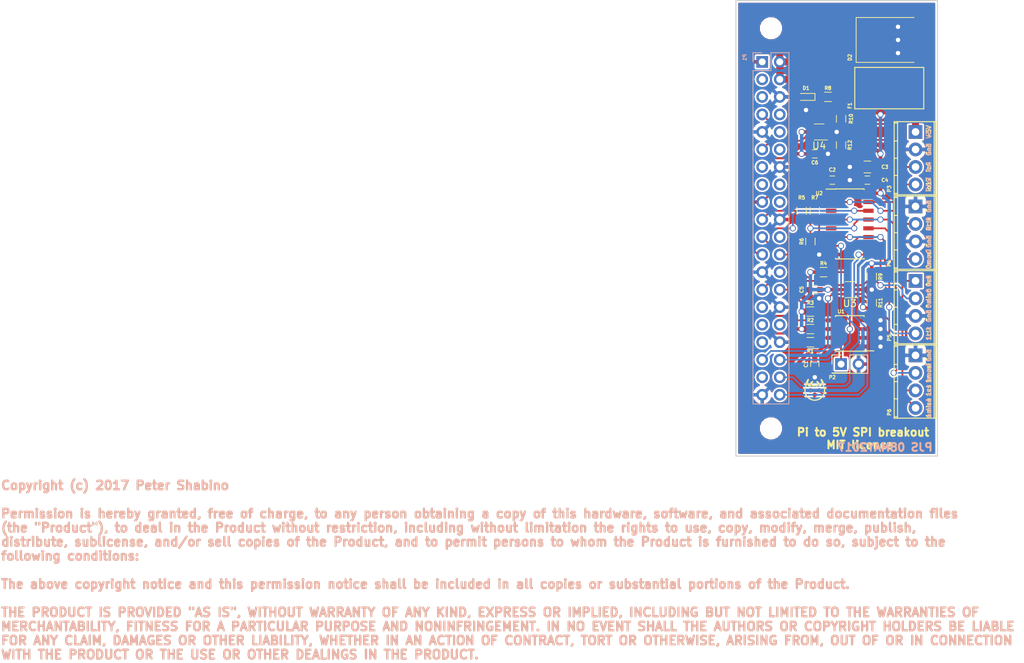
<source format=kicad_pcb>
(kicad_pcb (version 4) (host pcbnew 4.0.4-stable)

  (general
    (links 91)
    (no_connects 0)
    (area 124.384999 96.444999 153.745001 162.635001)
    (thickness 1.6)
    (drawings 46)
    (tracks 408)
    (zones 0)
    (modules 34)
    (nets 46)
  )

  (page A4)
  (layers
    (0 F.Cu signal)
    (31 B.Cu signal hide)
    (32 B.Adhes user hide)
    (33 F.Adhes user hide)
    (34 B.Paste user hide)
    (35 F.Paste user hide)
    (36 B.SilkS user)
    (37 F.SilkS user)
    (38 B.Mask user hide)
    (39 F.Mask user hide)
    (40 Dwgs.User user hide)
    (41 Cmts.User user hide)
    (42 Eco1.User user hide)
    (43 Eco2.User user hide)
    (44 Edge.Cuts user)
    (45 Margin user hide)
    (46 B.CrtYd user hide)
    (47 F.CrtYd user hide)
    (48 B.Fab user hide)
    (49 F.Fab user hide)
  )

  (setup
    (last_trace_width 0.254)
    (user_trace_width 0.1778)
    (user_trace_width 0.254)
    (user_trace_width 0.3048)
    (user_trace_width 0.381)
    (user_trace_width 0.508)
    (user_trace_width 0.635)
    (user_trace_width 0.762)
    (user_trace_width 1.016)
    (trace_clearance 0.254)
    (zone_clearance 0.254)
    (zone_45_only yes)
    (trace_min 0.1778)
    (segment_width 0.2)
    (edge_width 0.15)
    (via_size 0.889)
    (via_drill 0.635)
    (via_min_size 0.6858)
    (via_min_drill 0.3302)
    (user_via 0.6858 0.3302)
    (user_via 0.8636 0.508)
    (user_via 1.1176 0.762)
    (user_via 1.3716 1.016)
    (uvia_size 0.508)
    (uvia_drill 0.127)
    (uvias_allowed no)
    (uvia_min_size 0.508)
    (uvia_min_drill 0.127)
    (pcb_text_width 0.3)
    (pcb_text_size 1.5 1.5)
    (mod_edge_width 0.15)
    (mod_text_size 0.508 0.508)
    (mod_text_width 0.127)
    (pad_size 1.7272 1.7272)
    (pad_drill 1.016)
    (pad_to_mask_clearance 0.2)
    (aux_axis_origin 139.065 111.125)
    (visible_elements 7FFEDF7F)
    (pcbplotparams
      (layerselection 0x010fc_80000001)
      (usegerberextensions true)
      (excludeedgelayer true)
      (linewidth 0.100000)
      (plotframeref false)
      (viasonmask false)
      (mode 1)
      (useauxorigin false)
      (hpglpennumber 1)
      (hpglpenspeed 20)
      (hpglpendiameter 15)
      (hpglpenoverlay 2)
      (psnegative false)
      (psa4output false)
      (plotreference true)
      (plotvalue false)
      (plotinvisibletext false)
      (padsonsilk false)
      (subtractmaskfromsilk true)
      (outputformat 1)
      (mirror false)
      (drillshape 0)
      (scaleselection 1)
      (outputdirectory Gerber/))
  )

  (net 0 "")
  (net 1 +3V3)
  (net 2 GND)
  (net 3 +5V)
  (net 4 "Net-(D1-Pad1)")
  (net 5 "Net-(F1-Pad2)")
  (net 6 "Net-(P1-Pad3)")
  (net 7 "Net-(P1-Pad5)")
  (net 8 GPIO4)
  (net 9 "Net-(P1-Pad8)")
  (net 10 "Net-(P1-Pad10)")
  (net 11 GPIO17)
  (net 12 "Net-(P1-Pad12)")
  (net 13 "Net-(P1-Pad13)")
  (net 14 "Net-(P1-Pad15)")
  (net 15 "Net-(P1-Pad16)")
  (net 16 "Net-(P1-Pad18)")
  (net 17 SPI0_MOSI)
  (net 18 SPI0_MISO)
  (net 19 "Net-(P1-Pad22)")
  (net 20 SPI0_SCLK)
  (net 21 SPI0_CS0)
  (net 22 "Net-(P1-Pad26)")
  (net 23 HAT_SDA)
  (net 24 HAT_SCL)
  (net 25 "Net-(P1-Pad29)")
  (net 26 "Net-(P1-Pad31)")
  (net 27 "Net-(P1-Pad32)")
  (net 28 "Net-(P1-Pad33)")
  (net 29 SPI1_MISO)
  (net 30 SPI1_CS0)
  (net 31 "Net-(P1-Pad37)")
  (net 32 SPI1_MOSI)
  (net 33 SPI1_SCLK)
  (net 34 "Net-(P2-Pad1)")
  (net 35 SPI0_SCLK_5)
  (net 36 SPI0_MOSI_5)
  (net 37 SPI0_CS0_5)
  (net 38 SPI1_CS0_5)
  (net 39 SPI1_SCLK_5)
  (net 40 SPI1_MOSI_5)
  (net 41 "Net-(P6-Pad4)")
  (net 42 "Net-(R5-Pad2)")
  (net 43 "Net-(P3-Pad4)")
  (net 44 "Net-(P3-Pad3)")
  (net 45 "Net-(P5-Pad2)")

  (net_class Default "This is the default net class."
    (clearance 0.254)
    (trace_width 0.254)
    (via_dia 0.889)
    (via_drill 0.635)
    (uvia_dia 0.508)
    (uvia_drill 0.127)
    (add_net +3V3)
    (add_net +5V)
    (add_net GND)
    (add_net GPIO17)
    (add_net GPIO4)
    (add_net HAT_SCL)
    (add_net HAT_SDA)
    (add_net "Net-(D1-Pad1)")
    (add_net "Net-(F1-Pad2)")
    (add_net "Net-(P1-Pad10)")
    (add_net "Net-(P1-Pad12)")
    (add_net "Net-(P1-Pad13)")
    (add_net "Net-(P1-Pad15)")
    (add_net "Net-(P1-Pad16)")
    (add_net "Net-(P1-Pad18)")
    (add_net "Net-(P1-Pad22)")
    (add_net "Net-(P1-Pad26)")
    (add_net "Net-(P1-Pad29)")
    (add_net "Net-(P1-Pad3)")
    (add_net "Net-(P1-Pad31)")
    (add_net "Net-(P1-Pad32)")
    (add_net "Net-(P1-Pad33)")
    (add_net "Net-(P1-Pad37)")
    (add_net "Net-(P1-Pad5)")
    (add_net "Net-(P1-Pad8)")
    (add_net "Net-(P2-Pad1)")
    (add_net "Net-(P3-Pad3)")
    (add_net "Net-(P3-Pad4)")
    (add_net "Net-(P5-Pad2)")
    (add_net "Net-(P6-Pad4)")
    (add_net "Net-(R5-Pad2)")
    (add_net SPI0_CS0)
    (add_net SPI0_CS0_5)
    (add_net SPI0_MISO)
    (add_net SPI0_MOSI)
    (add_net SPI0_MOSI_5)
    (add_net SPI0_SCLK)
    (add_net SPI0_SCLK_5)
    (add_net SPI1_CS0)
    (add_net SPI1_CS0_5)
    (add_net SPI1_MISO)
    (add_net SPI1_MOSI)
    (add_net SPI1_MOSI_5)
    (add_net SPI1_SCLK)
    (add_net SPI1_SCLK_5)
  )

  (module Resistors_SMD:R_0603 (layer F.Cu) (tedit 58E858C9) (tstamp 58E6F417)
    (at 135.255 141.605)
    (descr "Resistor SMD 0603, reflow soldering, Vishay (see dcrcw.pdf)")
    (tags "resistor 0603")
    (path /58E45852)
    (attr smd)
    (fp_text reference R3 (at 0 -1.27) (layer F.SilkS)
      (effects (font (size 0.508 0.508) (thickness 0.127)))
    )
    (fp_text value no_pop (at 0 1.5) (layer F.Fab)
      (effects (font (size 1 1) (thickness 0.15)))
    )
    (fp_text user %R (at 0 0) (layer F.Fab)
      (effects (font (size 0.5 0.5) (thickness 0.075)))
    )
    (fp_line (start -0.8 0.4) (end -0.8 -0.4) (layer F.Fab) (width 0.1))
    (fp_line (start 0.8 0.4) (end -0.8 0.4) (layer F.Fab) (width 0.1))
    (fp_line (start 0.8 -0.4) (end 0.8 0.4) (layer F.Fab) (width 0.1))
    (fp_line (start -0.8 -0.4) (end 0.8 -0.4) (layer F.Fab) (width 0.1))
    (fp_line (start 0.5 0.68) (end -0.5 0.68) (layer F.SilkS) (width 0.12))
    (fp_line (start -0.5 -0.68) (end 0.5 -0.68) (layer F.SilkS) (width 0.12))
    (fp_line (start -1.25 -0.7) (end 1.25 -0.7) (layer F.CrtYd) (width 0.05))
    (fp_line (start -1.25 -0.7) (end -1.25 0.7) (layer F.CrtYd) (width 0.05))
    (fp_line (start 1.25 0.7) (end 1.25 -0.7) (layer F.CrtYd) (width 0.05))
    (fp_line (start 1.25 0.7) (end -1.25 0.7) (layer F.CrtYd) (width 0.05))
    (pad 1 smd rect (at -0.75 0) (size 0.5 0.9) (layers F.Cu F.Paste F.Mask)
      (net 1 +3V3))
    (pad 2 smd rect (at 0.75 0) (size 0.5 0.9) (layers F.Cu F.Paste F.Mask)
      (net 23 HAT_SDA))
    (model ${KISYS3DMOD}/Resistors_SMD.3dshapes/R_0603.wrl
      (at (xyz 0 0 0))
      (scale (xyz 1 1 1))
      (rotate (xyz 0 0 0))
    )
  )

  (module Capacitors_SMD:C_0603 (layer F.Cu) (tedit 58E858D0) (tstamp 58E6F378)
    (at 135.89 149.225 270)
    (descr "Capacitor SMD 0603, reflow soldering, AVX (see smccp.pdf)")
    (tags "capacitor 0603")
    (path /58E47529)
    (attr smd)
    (fp_text reference C1 (at 0 1.27 270) (layer F.SilkS)
      (effects (font (size 0.508 0.508) (thickness 0.127)))
    )
    (fp_text value no_pop (at 0 1.5 270) (layer F.Fab)
      (effects (font (size 1 1) (thickness 0.15)))
    )
    (fp_text user %R (at 0 -1.5 270) (layer F.Fab)
      (effects (font (size 1 1) (thickness 0.15)))
    )
    (fp_line (start -0.8 0.4) (end -0.8 -0.4) (layer F.Fab) (width 0.1))
    (fp_line (start 0.8 0.4) (end -0.8 0.4) (layer F.Fab) (width 0.1))
    (fp_line (start 0.8 -0.4) (end 0.8 0.4) (layer F.Fab) (width 0.1))
    (fp_line (start -0.8 -0.4) (end 0.8 -0.4) (layer F.Fab) (width 0.1))
    (fp_line (start -0.35 -0.6) (end 0.35 -0.6) (layer F.SilkS) (width 0.12))
    (fp_line (start 0.35 0.6) (end -0.35 0.6) (layer F.SilkS) (width 0.12))
    (fp_line (start -1.4 -0.65) (end 1.4 -0.65) (layer F.CrtYd) (width 0.05))
    (fp_line (start -1.4 -0.65) (end -1.4 0.65) (layer F.CrtYd) (width 0.05))
    (fp_line (start 1.4 0.65) (end 1.4 -0.65) (layer F.CrtYd) (width 0.05))
    (fp_line (start 1.4 0.65) (end -1.4 0.65) (layer F.CrtYd) (width 0.05))
    (pad 1 smd rect (at -0.75 0 270) (size 0.8 0.75) (layers F.Cu F.Paste F.Mask)
      (net 1 +3V3))
    (pad 2 smd rect (at 0.75 0 270) (size 0.8 0.75) (layers F.Cu F.Paste F.Mask)
      (net 2 GND))
    (model Capacitors_SMD.3dshapes/C_0603.wrl
      (at (xyz 0 0 0))
      (scale (xyz 1 1 1))
      (rotate (xyz 0 0 0))
    )
  )

  (module Capacitors_SMD:C_0603 (layer F.Cu) (tedit 58AA844E) (tstamp 58E6F37E)
    (at 138.43 122.555)
    (descr "Capacitor SMD 0603, reflow soldering, AVX (see smccp.pdf)")
    (tags "capacitor 0603")
    (path /58E45A90)
    (attr smd)
    (fp_text reference C2 (at 0 -1.5) (layer F.SilkS)
      (effects (font (size 0.508 0.508) (thickness 0.127)))
    )
    (fp_text value 0.1uF (at 0 1.5) (layer F.Fab)
      (effects (font (size 1 1) (thickness 0.15)))
    )
    (fp_text user %R (at 0 -1.5) (layer F.Fab)
      (effects (font (size 1 1) (thickness 0.15)))
    )
    (fp_line (start -0.8 0.4) (end -0.8 -0.4) (layer F.Fab) (width 0.1))
    (fp_line (start 0.8 0.4) (end -0.8 0.4) (layer F.Fab) (width 0.1))
    (fp_line (start 0.8 -0.4) (end 0.8 0.4) (layer F.Fab) (width 0.1))
    (fp_line (start -0.8 -0.4) (end 0.8 -0.4) (layer F.Fab) (width 0.1))
    (fp_line (start -0.35 -0.6) (end 0.35 -0.6) (layer F.SilkS) (width 0.12))
    (fp_line (start 0.35 0.6) (end -0.35 0.6) (layer F.SilkS) (width 0.12))
    (fp_line (start -1.4 -0.65) (end 1.4 -0.65) (layer F.CrtYd) (width 0.05))
    (fp_line (start -1.4 -0.65) (end -1.4 0.65) (layer F.CrtYd) (width 0.05))
    (fp_line (start 1.4 0.65) (end 1.4 -0.65) (layer F.CrtYd) (width 0.05))
    (fp_line (start 1.4 0.65) (end -1.4 0.65) (layer F.CrtYd) (width 0.05))
    (pad 1 smd rect (at -0.75 0) (size 0.8 0.75) (layers F.Cu F.Paste F.Mask)
      (net 1 +3V3))
    (pad 2 smd rect (at 0.75 0) (size 0.8 0.75) (layers F.Cu F.Paste F.Mask)
      (net 2 GND))
    (model Capacitors_SMD.3dshapes/C_0603.wrl
      (at (xyz 0 0 0))
      (scale (xyz 1 1 1))
      (rotate (xyz 0 0 0))
    )
  )

  (module Capacitors_SMD:C_0805 (layer F.Cu) (tedit 58E85862) (tstamp 58E6F384)
    (at 143.51 120.65 180)
    (descr "Capacitor SMD 0805, reflow soldering, AVX (see smccp.pdf)")
    (tags "capacitor 0805")
    (path /58E4767F)
    (attr smd)
    (fp_text reference C3 (at -2.54 0 180) (layer F.SilkS)
      (effects (font (size 0.508 0.508) (thickness 0.127)))
    )
    (fp_text value 10uF (at 0 1.75 180) (layer F.Fab)
      (effects (font (size 1 1) (thickness 0.15)))
    )
    (fp_text user %R (at 0 -1.5 180) (layer F.Fab)
      (effects (font (size 1 1) (thickness 0.15)))
    )
    (fp_line (start -1 0.62) (end -1 -0.62) (layer F.Fab) (width 0.1))
    (fp_line (start 1 0.62) (end -1 0.62) (layer F.Fab) (width 0.1))
    (fp_line (start 1 -0.62) (end 1 0.62) (layer F.Fab) (width 0.1))
    (fp_line (start -1 -0.62) (end 1 -0.62) (layer F.Fab) (width 0.1))
    (fp_line (start 0.5 -0.85) (end -0.5 -0.85) (layer F.SilkS) (width 0.12))
    (fp_line (start -0.5 0.85) (end 0.5 0.85) (layer F.SilkS) (width 0.12))
    (fp_line (start -1.75 -0.88) (end 1.75 -0.88) (layer F.CrtYd) (width 0.05))
    (fp_line (start -1.75 -0.88) (end -1.75 0.87) (layer F.CrtYd) (width 0.05))
    (fp_line (start 1.75 0.87) (end 1.75 -0.88) (layer F.CrtYd) (width 0.05))
    (fp_line (start 1.75 0.87) (end -1.75 0.87) (layer F.CrtYd) (width 0.05))
    (pad 1 smd rect (at -1 0 180) (size 1 1.25) (layers F.Cu F.Paste F.Mask)
      (net 3 +5V))
    (pad 2 smd rect (at 1 0 180) (size 1 1.25) (layers F.Cu F.Paste F.Mask)
      (net 2 GND))
    (model Capacitors_SMD.3dshapes/C_0805.wrl
      (at (xyz 0 0 0))
      (scale (xyz 1 1 1))
      (rotate (xyz 0 0 0))
    )
  )

  (module Capacitors_SMD:C_0603 (layer F.Cu) (tedit 58E85860) (tstamp 58E6F38A)
    (at 143.51 122.555 180)
    (descr "Capacitor SMD 0603, reflow soldering, AVX (see smccp.pdf)")
    (tags "capacitor 0603")
    (path /58E508A3)
    (attr smd)
    (fp_text reference C4 (at -2.54 0 180) (layer F.SilkS)
      (effects (font (size 0.508 0.508) (thickness 0.127)))
    )
    (fp_text value 0.1uF (at 0 1.5 180) (layer F.Fab)
      (effects (font (size 1 1) (thickness 0.15)))
    )
    (fp_text user %R (at 0 -1.5 180) (layer F.Fab)
      (effects (font (size 1 1) (thickness 0.15)))
    )
    (fp_line (start -0.8 0.4) (end -0.8 -0.4) (layer F.Fab) (width 0.1))
    (fp_line (start 0.8 0.4) (end -0.8 0.4) (layer F.Fab) (width 0.1))
    (fp_line (start 0.8 -0.4) (end 0.8 0.4) (layer F.Fab) (width 0.1))
    (fp_line (start -0.8 -0.4) (end 0.8 -0.4) (layer F.Fab) (width 0.1))
    (fp_line (start -0.35 -0.6) (end 0.35 -0.6) (layer F.SilkS) (width 0.12))
    (fp_line (start 0.35 0.6) (end -0.35 0.6) (layer F.SilkS) (width 0.12))
    (fp_line (start -1.4 -0.65) (end 1.4 -0.65) (layer F.CrtYd) (width 0.05))
    (fp_line (start -1.4 -0.65) (end -1.4 0.65) (layer F.CrtYd) (width 0.05))
    (fp_line (start 1.4 0.65) (end 1.4 -0.65) (layer F.CrtYd) (width 0.05))
    (fp_line (start 1.4 0.65) (end -1.4 0.65) (layer F.CrtYd) (width 0.05))
    (pad 1 smd rect (at -0.75 0 180) (size 0.8 0.75) (layers F.Cu F.Paste F.Mask)
      (net 3 +5V))
    (pad 2 smd rect (at 0.75 0 180) (size 0.8 0.75) (layers F.Cu F.Paste F.Mask)
      (net 2 GND))
    (model Capacitors_SMD.3dshapes/C_0603.wrl
      (at (xyz 0 0 0))
      (scale (xyz 1 1 1))
      (rotate (xyz 0 0 0))
    )
  )

  (module Capacitors_SMD:C_0603 (layer F.Cu) (tedit 58E858A1) (tstamp 58E6F390)
    (at 135.89 138.43 180)
    (descr "Capacitor SMD 0603, reflow soldering, AVX (see smccp.pdf)")
    (tags "capacitor 0603")
    (path /58E4C634)
    (attr smd)
    (fp_text reference C5 (at 1.905 0 270) (layer F.SilkS)
      (effects (font (size 0.508 0.508) (thickness 0.127)))
    )
    (fp_text value 0.1uF (at 0 1.5 180) (layer F.Fab)
      (effects (font (size 1 1) (thickness 0.15)))
    )
    (fp_text user %R (at 0 -1.5 180) (layer F.Fab)
      (effects (font (size 1 1) (thickness 0.15)))
    )
    (fp_line (start -0.8 0.4) (end -0.8 -0.4) (layer F.Fab) (width 0.1))
    (fp_line (start 0.8 0.4) (end -0.8 0.4) (layer F.Fab) (width 0.1))
    (fp_line (start 0.8 -0.4) (end 0.8 0.4) (layer F.Fab) (width 0.1))
    (fp_line (start -0.8 -0.4) (end 0.8 -0.4) (layer F.Fab) (width 0.1))
    (fp_line (start -0.35 -0.6) (end 0.35 -0.6) (layer F.SilkS) (width 0.12))
    (fp_line (start 0.35 0.6) (end -0.35 0.6) (layer F.SilkS) (width 0.12))
    (fp_line (start -1.4 -0.65) (end 1.4 -0.65) (layer F.CrtYd) (width 0.05))
    (fp_line (start -1.4 -0.65) (end -1.4 0.65) (layer F.CrtYd) (width 0.05))
    (fp_line (start 1.4 0.65) (end 1.4 -0.65) (layer F.CrtYd) (width 0.05))
    (fp_line (start 1.4 0.65) (end -1.4 0.65) (layer F.CrtYd) (width 0.05))
    (pad 1 smd rect (at -0.75 0 180) (size 0.8 0.75) (layers F.Cu F.Paste F.Mask)
      (net 1 +3V3))
    (pad 2 smd rect (at 0.75 0 180) (size 0.8 0.75) (layers F.Cu F.Paste F.Mask)
      (net 2 GND))
    (model Capacitors_SMD.3dshapes/C_0603.wrl
      (at (xyz 0 0 0))
      (scale (xyz 1 1 1))
      (rotate (xyz 0 0 0))
    )
  )

  (module Capacitors_SMD:C_0603 (layer F.Cu) (tedit 58E85852) (tstamp 58E6F396)
    (at 135.89 118.745)
    (descr "Capacitor SMD 0603, reflow soldering, AVX (see smccp.pdf)")
    (tags "capacitor 0603")
    (path /58E4D28E)
    (attr smd)
    (fp_text reference C6 (at 0 1.27) (layer F.SilkS)
      (effects (font (size 0.508 0.508) (thickness 0.127)))
    )
    (fp_text value no_pop (at 0 1.5) (layer F.Fab)
      (effects (font (size 1 1) (thickness 0.15)))
    )
    (fp_text user %R (at 0 -1.5) (layer F.Fab)
      (effects (font (size 1 1) (thickness 0.15)))
    )
    (fp_line (start -0.8 0.4) (end -0.8 -0.4) (layer F.Fab) (width 0.1))
    (fp_line (start 0.8 0.4) (end -0.8 0.4) (layer F.Fab) (width 0.1))
    (fp_line (start 0.8 -0.4) (end 0.8 0.4) (layer F.Fab) (width 0.1))
    (fp_line (start -0.8 -0.4) (end 0.8 -0.4) (layer F.Fab) (width 0.1))
    (fp_line (start -0.35 -0.6) (end 0.35 -0.6) (layer F.SilkS) (width 0.12))
    (fp_line (start 0.35 0.6) (end -0.35 0.6) (layer F.SilkS) (width 0.12))
    (fp_line (start -1.4 -0.65) (end 1.4 -0.65) (layer F.CrtYd) (width 0.05))
    (fp_line (start -1.4 -0.65) (end -1.4 0.65) (layer F.CrtYd) (width 0.05))
    (fp_line (start 1.4 0.65) (end 1.4 -0.65) (layer F.CrtYd) (width 0.05))
    (fp_line (start 1.4 0.65) (end -1.4 0.65) (layer F.CrtYd) (width 0.05))
    (pad 1 smd rect (at -0.75 0) (size 0.8 0.75) (layers F.Cu F.Paste F.Mask)
      (net 1 +3V3))
    (pad 2 smd rect (at 0.75 0) (size 0.8 0.75) (layers F.Cu F.Paste F.Mask)
      (net 2 GND))
    (model Capacitors_SMD.3dshapes/C_0603.wrl
      (at (xyz 0 0 0))
      (scale (xyz 1 1 1))
      (rotate (xyz 0 0 0))
    )
  )

  (module LEDs:LED_0603 (layer F.Cu) (tedit 58E85816) (tstamp 58E6F39C)
    (at 134.62 110.49 180)
    (descr "LED 0603 smd package")
    (tags "LED led 0603 SMD smd SMT smt smdled SMDLED smtled SMTLED")
    (path /58E480CA)
    (attr smd)
    (fp_text reference D1 (at 0 1.27 180) (layer F.SilkS)
      (effects (font (size 0.508 0.508) (thickness 0.127)))
    )
    (fp_text value "red LED" (at 0 1.35 180) (layer F.Fab)
      (effects (font (size 1 1) (thickness 0.15)))
    )
    (fp_line (start -1.3 -0.5) (end -1.3 0.5) (layer F.SilkS) (width 0.12))
    (fp_line (start -0.2 -0.2) (end -0.2 0.2) (layer F.Fab) (width 0.1))
    (fp_line (start -0.15 0) (end 0.15 -0.2) (layer F.Fab) (width 0.1))
    (fp_line (start 0.15 0.2) (end -0.15 0) (layer F.Fab) (width 0.1))
    (fp_line (start 0.15 -0.2) (end 0.15 0.2) (layer F.Fab) (width 0.1))
    (fp_line (start 0.8 0.4) (end -0.8 0.4) (layer F.Fab) (width 0.1))
    (fp_line (start 0.8 -0.4) (end 0.8 0.4) (layer F.Fab) (width 0.1))
    (fp_line (start -0.8 -0.4) (end 0.8 -0.4) (layer F.Fab) (width 0.1))
    (fp_line (start -0.8 0.4) (end -0.8 -0.4) (layer F.Fab) (width 0.1))
    (fp_line (start -1.3 0.5) (end 0.8 0.5) (layer F.SilkS) (width 0.12))
    (fp_line (start -1.3 -0.5) (end 0.8 -0.5) (layer F.SilkS) (width 0.12))
    (fp_line (start 1.45 -0.65) (end 1.45 0.65) (layer F.CrtYd) (width 0.05))
    (fp_line (start 1.45 0.65) (end -1.45 0.65) (layer F.CrtYd) (width 0.05))
    (fp_line (start -1.45 0.65) (end -1.45 -0.65) (layer F.CrtYd) (width 0.05))
    (fp_line (start -1.45 -0.65) (end 1.45 -0.65) (layer F.CrtYd) (width 0.05))
    (pad 2 smd rect (at 0.8 0) (size 0.8 0.8) (layers F.Cu F.Paste F.Mask)
      (net 2 GND))
    (pad 1 smd rect (at -0.8 0) (size 0.8 0.8) (layers F.Cu F.Paste F.Mask)
      (net 4 "Net-(D1-Pad1)"))
    (model LEDs.3dshapes/LED_0603.wrl
      (at (xyz 0 0 0))
      (scale (xyz 1 1 1))
      (rotate (xyz 0 0 180))
    )
  )

  (module Diodes_SMD:D_SMC_Standard (layer F.Cu) (tedit 58E8580D) (tstamp 58E6F3A2)
    (at 146.685 102.235)
    (descr "Diode SMC Standard = DO-214AB")
    (tags "Diode SMC Standard DO-214AB")
    (path /58E47AAE)
    (zone_connect 2)
    (attr smd)
    (fp_text reference D2 (at -5.715 2.54 270) (layer F.SilkS)
      (effects (font (size 0.508 0.508) (thickness 0.127)))
    )
    (fp_text value SK520TR (at 0 5.08) (layer F.Fab)
      (effects (font (size 1 1) (thickness 0.15)))
    )
    (fp_line (start -4.8 3.25) (end -4.8 -3.25) (layer F.SilkS) (width 0.12))
    (fp_line (start 3.55 3.1) (end -3.55 3.1) (layer F.Fab) (width 0.1))
    (fp_line (start -3.55 3.1) (end -3.55 -3.1) (layer F.Fab) (width 0.1))
    (fp_line (start 3.55 -3.1) (end 3.55 3.1) (layer F.Fab) (width 0.1))
    (fp_line (start 3.55 -3.1) (end -3.55 -3.1) (layer F.Fab) (width 0.1))
    (fp_line (start -4.9 -3.35) (end 4.9 -3.35) (layer F.CrtYd) (width 0.05))
    (fp_line (start 4.9 -3.35) (end 4.9 3.35) (layer F.CrtYd) (width 0.05))
    (fp_line (start 4.9 3.35) (end -4.9 3.35) (layer F.CrtYd) (width 0.05))
    (fp_line (start -4.9 3.35) (end -4.9 -3.35) (layer F.CrtYd) (width 0.05))
    (fp_line (start -0.64944 0.00102) (end -1.55114 0.00102) (layer F.Fab) (width 0.1))
    (fp_line (start 0.50118 0.00102) (end 1.4994 0.00102) (layer F.Fab) (width 0.1))
    (fp_line (start -0.64944 -0.79908) (end -0.64944 0.80112) (layer F.Fab) (width 0.1))
    (fp_line (start 0.50118 0.75032) (end 0.50118 -0.79908) (layer F.Fab) (width 0.1))
    (fp_line (start -0.64944 0.00102) (end 0.50118 0.75032) (layer F.Fab) (width 0.1))
    (fp_line (start -0.64944 0.00102) (end 0.50118 -0.79908) (layer F.Fab) (width 0.1))
    (fp_line (start -4.8 3.25) (end 3.6 3.25) (layer F.SilkS) (width 0.12))
    (fp_line (start -4.8 -3.25) (end 3.6 -3.25) (layer F.SilkS) (width 0.12))
    (pad 1 smd rect (at -3.4 0 90) (size 3.3 2.5) (layers F.Cu F.Paste F.Mask)
      (net 3 +5V) (zone_connect 2))
    (pad 2 smd rect (at 3.4 0 90) (size 3.3 2.5) (layers F.Cu F.Paste F.Mask)
      (net 2 GND) (zone_connect 2))
    (model Diodes_SMD.3dshapes/D_SMC_Standard.wrl
      (at (xyz 0 0 0))
      (scale (xyz 1 1 1))
      (rotate (xyz 0 0 0))
    )
  )

  (module PJS_smt_std:resistor_smt_2920 (layer F.Cu) (tedit 58E85811) (tstamp 58E6F3AC)
    (at 146.685 109.22)
    (path /58E479C1)
    (zone_connect 2)
    (fp_text reference F1 (at -5.715 2.54 90) (layer F.SilkS)
      (effects (font (size 0.508 0.508) (thickness 0.127)))
    )
    (fp_text value "2.5A 0ZCF0250FF2C" (at 0 4) (layer F.Fab)
      (effects (font (size 1 1) (thickness 0.15)))
    )
    (fp_line (start -5 -3) (end 5 -3) (layer F.SilkS) (width 0.15))
    (fp_line (start 5 -3) (end 5 3) (layer F.SilkS) (width 0.15))
    (fp_line (start 5 3) (end -5 3) (layer F.SilkS) (width 0.15))
    (fp_line (start -5 3) (end -5 -3) (layer F.SilkS) (width 0.15))
    (pad 2 smd rect (at 3.7 0) (size 2.3 5.6) (layers F.Cu F.Paste F.Mask)
      (net 5 "Net-(F1-Pad2)") (zone_connect 2))
    (pad 1 smd rect (at -3.7 0) (size 2.3 5.6) (layers F.Cu F.Paste F.Mask)
      (net 3 +5V) (zone_connect 2))
  )

  (module PJS-icons:metroid (layer F.Cu) (tedit 590FD773) (tstamp 58E6F3B3)
    (at 135.89 153.035 180)
    (path /58E44571)
    (fp_text reference icon1 (at 0 2.54 180) (layer F.SilkS) hide
      (effects (font (size 0.508 0.508) (thickness 0.127)))
    )
    (fp_text value Metroid (at 0 -2.54 180) (layer F.SilkS) hide
      (effects (font (size 1.5 1.5) (thickness 0.15)))
    )
    (fp_arc (start 1.260669 0.027866) (end 1.1176 -0.0762) (angle 82.9) (layer F.Cu) (width 0.1778))
    (fp_arc (start 0.839684 -0.269991) (end 1.1176 -0.0762) (angle 92.3) (layer F.Cu) (width 0.1778))
    (fp_arc (start 0 0) (end -1.27 0.635) (angle 233.1) (layer F.Cu) (width 0.1778))
    (fp_arc (start 0.038519 0.727991) (end -1.27 0.635) (angle -45) (layer F.Cu) (width 0.1778))
    (fp_arc (start -0.47625 1.11125) (end -0.79375 0.635) (angle -90) (layer F.Cu) (width 0.1778))
    (fp_line (start -0.9525 1.5875) (end -0.9525 1.42875) (layer F.Cu) (width 0.1778))
    (fp_line (start -0.79375 0.635) (end -0.635 0.635) (layer F.Cu) (width 0.1778))
    (fp_arc (start -0.15748 0.79375) (end -0.635 0.635) (angle -90) (layer F.Cu) (width 0.1778))
    (fp_arc (start 0 0.9525) (end -0.3175 0.635) (angle -90) (layer F.Cu) (width 0.1778))
    (fp_arc (start 0 -0.317497) (end 0.3175 0.635) (angle 36.9) (layer F.Cu) (width 0.1778))
    (fp_arc (start 0 0.9525) (end 0.3175 0.635) (angle 90) (layer F.Cu) (width 0.1778))
    (fp_arc (start 0.15748 0.79375) (end 0.635 0.635) (angle 90) (layer F.Cu) (width 0.1778))
    (fp_line (start 0.79375 0.635) (end 0.635 0.635) (layer F.Cu) (width 0.1778))
    (fp_line (start 0.9525 1.5875) (end 0.9525 1.42875) (layer F.Cu) (width 0.1778))
    (fp_arc (start 0.47625 1.11125) (end 0.79375 0.635) (angle 90) (layer F.Cu) (width 0.1778))
    (fp_arc (start -0.038519 0.727991) (end 1.27 0.635) (angle 45) (layer F.Cu) (width 0.1778))
    (fp_arc (start -0.038519 0.727991) (end 1.27 0.635) (angle 45) (layer F.SilkS) (width 0.1778))
    (fp_arc (start 0.47625 1.11125) (end 0.79375 0.635) (angle 90) (layer F.SilkS) (width 0.1778))
    (fp_line (start 0.9525 1.5875) (end 0.9525 1.42875) (layer F.SilkS) (width 0.1778))
    (fp_line (start 0.79375 0.635) (end 0.635 0.635) (layer F.SilkS) (width 0.1778))
    (fp_arc (start 0.15748 0.79375) (end 0.635 0.635) (angle 90) (layer F.SilkS) (width 0.1778))
    (fp_arc (start 0 0.9525) (end 0.3175 0.635) (angle 90) (layer F.SilkS) (width 0.1778))
    (fp_arc (start 0 -0.317497) (end 0.3175 0.635) (angle 36.9) (layer F.SilkS) (width 0.1778))
    (fp_arc (start 0 0.9525) (end -0.3175 0.635) (angle -90) (layer F.SilkS) (width 0.1778))
    (fp_arc (start -0.15748 0.79375) (end -0.635 0.635) (angle -90) (layer F.SilkS) (width 0.1778))
    (fp_line (start -0.79375 0.635) (end -0.635 0.635) (layer F.SilkS) (width 0.1778))
    (fp_line (start -0.9525 1.5875) (end -0.9525 1.42875) (layer F.SilkS) (width 0.1778))
    (fp_arc (start -0.47625 1.11125) (end -0.79375 0.635) (angle -90) (layer F.SilkS) (width 0.1778))
    (fp_arc (start 0.038519 0.727991) (end -1.27 0.635) (angle -45) (layer F.SilkS) (width 0.1778))
    (fp_arc (start 0.254 -1.3208) (end 0.508 -1.3208) (angle 90) (layer F.Cu) (width 0.1778))
    (fp_arc (start 0.2286 -0.8382) (end 0 -0.8636) (angle 90) (layer F.Cu) (width 0.1778))
    (fp_arc (start -1.1684 0.0254) (end -1.27 -0.4064) (angle 90) (layer F.Cu) (width 0.1778))
    (fp_arc (start 0 0) (end -1.27 0.635) (angle 233.1) (layer F.SilkS) (width 0.1778))
    (pad "" smd circle (at -0.635 0 180) (size 0.635 0.635) (layers F.Cu F.Paste F.Mask))
    (pad "" smd circle (at 0.635 0 180) (size 0.635 0.635) (layers F.Cu F.Paste F.Mask))
    (pad "" smd circle (at 0 -0.635 180) (size 0.635 0.635) (layers F.Cu F.Paste F.Mask))
  )

  (module Socket_Strips:Socket_Strip_Straight_2x20_Pitch2.54mm (layer B.Cu) (tedit 58E857C2) (tstamp 58E6F3DF)
    (at 128.27 105.41 180)
    (descr "Through hole straight socket strip, 2x20, 2.54mm pitch, double rows")
    (tags "Through hole socket strip THT 2x20 2.54mm double row")
    (path /58E447F2)
    (fp_text reference P1 (at 2.54 0.635 270) (layer B.SilkS)
      (effects (font (size 0.508 0.508) (thickness 0.127)) (justify mirror))
    )
    (fp_text value CONN_02X20 (at -1.27 -50.59 180) (layer B.Fab)
      (effects (font (size 1 1) (thickness 0.15)) (justify mirror))
    )
    (fp_line (start -3.81 1.27) (end -3.81 -49.53) (layer B.Fab) (width 0.1))
    (fp_line (start -3.81 -49.53) (end 1.27 -49.53) (layer B.Fab) (width 0.1))
    (fp_line (start 1.27 -49.53) (end 1.27 1.27) (layer B.Fab) (width 0.1))
    (fp_line (start 1.27 1.27) (end -3.81 1.27) (layer B.Fab) (width 0.1))
    (fp_line (start 1.33 -1.27) (end 1.33 -49.59) (layer B.SilkS) (width 0.12))
    (fp_line (start 1.33 -49.59) (end -3.87 -49.59) (layer B.SilkS) (width 0.12))
    (fp_line (start -3.87 -49.59) (end -3.87 1.33) (layer B.SilkS) (width 0.12))
    (fp_line (start -3.87 1.33) (end -1.27 1.33) (layer B.SilkS) (width 0.12))
    (fp_line (start -1.27 1.33) (end -1.27 -1.27) (layer B.SilkS) (width 0.12))
    (fp_line (start -1.27 -1.27) (end 1.33 -1.27) (layer B.SilkS) (width 0.12))
    (fp_line (start 1.33 0) (end 1.33 1.33) (layer B.SilkS) (width 0.12))
    (fp_line (start 1.33 1.33) (end 0.06 1.33) (layer B.SilkS) (width 0.12))
    (fp_line (start -4.35 1.8) (end -4.35 -50.05) (layer B.CrtYd) (width 0.05))
    (fp_line (start -4.35 -50.05) (end 1.8 -50.05) (layer B.CrtYd) (width 0.05))
    (fp_line (start 1.8 -50.05) (end 1.8 1.8) (layer B.CrtYd) (width 0.05))
    (fp_line (start 1.8 1.8) (end -4.35 1.8) (layer B.CrtYd) (width 0.05))
    (pad 1 thru_hole rect (at 0 0 180) (size 1.7 1.7) (drill 1) (layers *.Cu *.Mask)
      (net 1 +3V3))
    (pad 2 thru_hole oval (at -2.54 0 180) (size 1.7 1.7) (drill 1) (layers *.Cu *.Mask)
      (net 3 +5V))
    (pad 3 thru_hole oval (at 0 -2.54 180) (size 1.7 1.7) (drill 1) (layers *.Cu *.Mask)
      (net 6 "Net-(P1-Pad3)"))
    (pad 4 thru_hole oval (at -2.54 -2.54 180) (size 1.7 1.7) (drill 1) (layers *.Cu *.Mask)
      (net 3 +5V))
    (pad 5 thru_hole oval (at 0 -5.08 180) (size 1.7 1.7) (drill 1) (layers *.Cu *.Mask)
      (net 7 "Net-(P1-Pad5)"))
    (pad 6 thru_hole oval (at -2.54 -5.08 180) (size 1.7 1.7) (drill 1) (layers *.Cu *.Mask)
      (net 2 GND))
    (pad 7 thru_hole oval (at 0 -7.62 180) (size 1.7 1.7) (drill 1) (layers *.Cu *.Mask)
      (net 8 GPIO4))
    (pad 8 thru_hole oval (at -2.54 -7.62 180) (size 1.7 1.7) (drill 1) (layers *.Cu *.Mask)
      (net 9 "Net-(P1-Pad8)"))
    (pad 9 thru_hole oval (at 0 -10.16 180) (size 1.7 1.7) (drill 1) (layers *.Cu *.Mask)
      (net 2 GND))
    (pad 10 thru_hole oval (at -2.54 -10.16 180) (size 1.7 1.7) (drill 1) (layers *.Cu *.Mask)
      (net 10 "Net-(P1-Pad10)"))
    (pad 11 thru_hole oval (at 0 -12.7 180) (size 1.7 1.7) (drill 1) (layers *.Cu *.Mask)
      (net 11 GPIO17))
    (pad 12 thru_hole oval (at -2.54 -12.7 180) (size 1.7 1.7) (drill 1) (layers *.Cu *.Mask)
      (net 12 "Net-(P1-Pad12)"))
    (pad 13 thru_hole oval (at 0 -15.24 180) (size 1.7 1.7) (drill 1) (layers *.Cu *.Mask)
      (net 13 "Net-(P1-Pad13)"))
    (pad 14 thru_hole oval (at -2.54 -15.24 180) (size 1.7 1.7) (drill 1) (layers *.Cu *.Mask)
      (net 2 GND))
    (pad 15 thru_hole oval (at 0 -17.78 180) (size 1.7 1.7) (drill 1) (layers *.Cu *.Mask)
      (net 14 "Net-(P1-Pad15)"))
    (pad 16 thru_hole oval (at -2.54 -17.78 180) (size 1.7 1.7) (drill 1) (layers *.Cu *.Mask)
      (net 15 "Net-(P1-Pad16)"))
    (pad 17 thru_hole oval (at 0 -20.32 180) (size 1.7 1.7) (drill 1) (layers *.Cu *.Mask)
      (net 1 +3V3))
    (pad 18 thru_hole oval (at -2.54 -20.32 180) (size 1.7 1.7) (drill 1) (layers *.Cu *.Mask)
      (net 16 "Net-(P1-Pad18)"))
    (pad 19 thru_hole oval (at 0 -22.86 180) (size 1.7 1.7) (drill 1) (layers *.Cu *.Mask)
      (net 17 SPI0_MOSI))
    (pad 20 thru_hole oval (at -2.54 -22.86 180) (size 1.7 1.7) (drill 1) (layers *.Cu *.Mask)
      (net 2 GND))
    (pad 21 thru_hole oval (at 0 -25.4 180) (size 1.7 1.7) (drill 1) (layers *.Cu *.Mask)
      (net 18 SPI0_MISO))
    (pad 22 thru_hole oval (at -2.54 -25.4 180) (size 1.7 1.7) (drill 1) (layers *.Cu *.Mask)
      (net 19 "Net-(P1-Pad22)"))
    (pad 23 thru_hole oval (at 0 -27.94 180) (size 1.7 1.7) (drill 1) (layers *.Cu *.Mask)
      (net 20 SPI0_SCLK))
    (pad 24 thru_hole oval (at -2.54 -27.94 180) (size 1.7 1.7) (drill 1) (layers *.Cu *.Mask)
      (net 21 SPI0_CS0))
    (pad 25 thru_hole oval (at 0 -30.48 180) (size 1.7 1.7) (drill 1) (layers *.Cu *.Mask)
      (net 2 GND))
    (pad 26 thru_hole oval (at -2.54 -30.48 180) (size 1.7 1.7) (drill 1) (layers *.Cu *.Mask)
      (net 22 "Net-(P1-Pad26)"))
    (pad 27 thru_hole oval (at 0 -33.02 180) (size 1.7 1.7) (drill 1) (layers *.Cu *.Mask)
      (net 23 HAT_SDA))
    (pad 28 thru_hole oval (at -2.54 -33.02 180) (size 1.7 1.7) (drill 1) (layers *.Cu *.Mask)
      (net 24 HAT_SCL))
    (pad 29 thru_hole oval (at 0 -35.56 180) (size 1.7 1.7) (drill 1) (layers *.Cu *.Mask)
      (net 25 "Net-(P1-Pad29)"))
    (pad 30 thru_hole oval (at -2.54 -35.56 180) (size 1.7 1.7) (drill 1) (layers *.Cu *.Mask)
      (net 2 GND))
    (pad 31 thru_hole oval (at 0 -38.1 180) (size 1.7 1.7) (drill 1) (layers *.Cu *.Mask)
      (net 26 "Net-(P1-Pad31)"))
    (pad 32 thru_hole oval (at -2.54 -38.1 180) (size 1.7 1.7) (drill 1) (layers *.Cu *.Mask)
      (net 27 "Net-(P1-Pad32)"))
    (pad 33 thru_hole oval (at 0 -40.64 180) (size 1.7 1.7) (drill 1) (layers *.Cu *.Mask)
      (net 28 "Net-(P1-Pad33)"))
    (pad 34 thru_hole oval (at -2.54 -40.64 180) (size 1.7 1.7) (drill 1) (layers *.Cu *.Mask)
      (net 2 GND))
    (pad 35 thru_hole oval (at 0 -43.18 180) (size 1.7 1.7) (drill 1) (layers *.Cu *.Mask)
      (net 29 SPI1_MISO))
    (pad 36 thru_hole oval (at -2.54 -43.18 180) (size 1.7 1.7) (drill 1) (layers *.Cu *.Mask)
      (net 30 SPI1_CS0))
    (pad 37 thru_hole oval (at 0 -45.72 180) (size 1.7 1.7) (drill 1) (layers *.Cu *.Mask)
      (net 31 "Net-(P1-Pad37)"))
    (pad 38 thru_hole oval (at -2.54 -45.72 180) (size 1.7 1.7) (drill 1) (layers *.Cu *.Mask)
      (net 32 SPI1_MOSI))
    (pad 39 thru_hole oval (at 0 -48.26 180) (size 1.7 1.7) (drill 1) (layers *.Cu *.Mask)
      (net 2 GND))
    (pad 40 thru_hole oval (at -2.54 -48.26 180) (size 1.7 1.7) (drill 1) (layers *.Cu *.Mask)
      (net 33 SPI1_SCLK))
    (model ${KISYS3DMOD}/Socket_Strips.3dshapes/Socket_Strip_Straight_2x20_Pitch2.54mm.wrl
      (at (xyz -0.05 -0.95 0))
      (scale (xyz 1 1 1))
      (rotate (xyz 0 0 270))
    )
  )

  (module Pin_Headers:Pin_Header_Straight_2x01_Pitch2.54mm (layer F.Cu) (tedit 58E858E6) (tstamp 58E6F3E5)
    (at 139.7 149.225)
    (descr "Through hole straight pin header, 2x01, 2.54mm pitch, double rows")
    (tags "Through hole pin header THT 2x01 2.54mm double row")
    (path /58E455CC)
    (fp_text reference P2 (at -1.27 1.905) (layer F.SilkS)
      (effects (font (size 0.508 0.508) (thickness 0.127)))
    )
    (fp_text value no_pop (at 1.27 2.33) (layer F.Fab)
      (effects (font (size 1 1) (thickness 0.15)))
    )
    (fp_line (start -1.27 -1.27) (end -1.27 1.27) (layer F.Fab) (width 0.1))
    (fp_line (start -1.27 1.27) (end 3.81 1.27) (layer F.Fab) (width 0.1))
    (fp_line (start 3.81 1.27) (end 3.81 -1.27) (layer F.Fab) (width 0.1))
    (fp_line (start 3.81 -1.27) (end -1.27 -1.27) (layer F.Fab) (width 0.1))
    (fp_line (start -1.33 1.27) (end -1.33 1.33) (layer F.SilkS) (width 0.12))
    (fp_line (start -1.33 1.33) (end 3.87 1.33) (layer F.SilkS) (width 0.12))
    (fp_line (start 3.87 1.33) (end 3.87 -1.33) (layer F.SilkS) (width 0.12))
    (fp_line (start 3.87 -1.33) (end 1.27 -1.33) (layer F.SilkS) (width 0.12))
    (fp_line (start 1.27 -1.33) (end 1.27 1.27) (layer F.SilkS) (width 0.12))
    (fp_line (start 1.27 1.27) (end -1.33 1.27) (layer F.SilkS) (width 0.12))
    (fp_line (start -1.33 0) (end -1.33 -1.33) (layer F.SilkS) (width 0.12))
    (fp_line (start -1.33 -1.33) (end 0 -1.33) (layer F.SilkS) (width 0.12))
    (fp_line (start -1.8 -1.8) (end -1.8 1.8) (layer F.CrtYd) (width 0.05))
    (fp_line (start -1.8 1.8) (end 4.35 1.8) (layer F.CrtYd) (width 0.05))
    (fp_line (start 4.35 1.8) (end 4.35 -1.8) (layer F.CrtYd) (width 0.05))
    (fp_line (start 4.35 -1.8) (end -1.8 -1.8) (layer F.CrtYd) (width 0.05))
    (fp_text user %R (at 1.27 -2.33) (layer F.Fab)
      (effects (font (size 1 1) (thickness 0.15)))
    )
    (pad 1 thru_hole rect (at 0 0) (size 1.7 1.7) (drill 1) (layers *.Cu *.Mask)
      (net 34 "Net-(P2-Pad1)"))
    (pad 2 thru_hole oval (at 2.54 0) (size 1.7 1.7) (drill 1) (layers *.Cu *.Mask)
      (net 2 GND))
    (model ${KISYS3DMOD}/Pin_Headers.3dshapes/Pin_Header_Straight_2x01_Pitch2.54mm.wrl
      (at (xyz 0.05 0 0))
      (scale (xyz 1 1 1))
      (rotate (xyz 0 0 90))
    )
  )

  (module Terminal_Blocks:TerminalBlock_Pheonix_MPT-2.54mm_4pol (layer F.Cu) (tedit 58E8587E) (tstamp 58E6F3ED)
    (at 150.495 115.57 270)
    (descr "4-way 2.54mm pitch terminal block, Phoenix MPT series")
    (path /58E46B97)
    (fp_text reference P3 (at 8.255 3.81 270) (layer F.SilkS)
      (effects (font (size 0.508 0.508) (thickness 0.127)))
    )
    (fp_text value ED10563-ND (at 3.81 4.50088 270) (layer F.Fab)
      (effects (font (size 1 1) (thickness 0.15)))
    )
    (fp_line (start -1.778 -3.302) (end 9.398 -3.302) (layer F.CrtYd) (width 0.05))
    (fp_line (start -1.778 3.302) (end -1.778 -3.302) (layer F.CrtYd) (width 0.05))
    (fp_line (start 9.398 3.302) (end -1.778 3.302) (layer F.CrtYd) (width 0.05))
    (fp_line (start 9.398 -3.302) (end 9.398 3.302) (layer F.CrtYd) (width 0.05))
    (fp_line (start 9.11098 -3.0988) (end -1.49098 -3.0988) (layer F.SilkS) (width 0.15))
    (fp_line (start -1.49098 -2.70002) (end 9.11098 -2.70002) (layer F.SilkS) (width 0.15))
    (fp_line (start -1.49098 2.60096) (end 9.11098 2.60096) (layer F.SilkS) (width 0.15))
    (fp_line (start 9.11098 3.0988) (end -1.49098 3.0988) (layer F.SilkS) (width 0.15))
    (fp_line (start 6.30682 2.60096) (end 6.30682 3.0988) (layer F.SilkS) (width 0.15))
    (fp_line (start 3.81 2.60096) (end 3.81 3.0988) (layer F.SilkS) (width 0.15))
    (fp_line (start -1.28778 3.0988) (end -1.28778 2.60096) (layer F.SilkS) (width 0.15))
    (fp_line (start 8.91032 2.60096) (end 8.91032 3.0988) (layer F.SilkS) (width 0.15))
    (fp_line (start 1.31318 3.0988) (end 1.31318 2.60096) (layer F.SilkS) (width 0.15))
    (fp_line (start 9.10844 3.0988) (end 9.10844 -3.0988) (layer F.SilkS) (width 0.15))
    (fp_line (start -1.4859 -3.0988) (end -1.4859 3.0988) (layer F.SilkS) (width 0.15))
    (pad 4 thru_hole oval (at 7.62 0 90) (size 1.99898 1.99898) (drill 1.09728) (layers *.Cu *.Mask)
      (net 43 "Net-(P3-Pad4)"))
    (pad 1 thru_hole rect (at 0 0 90) (size 1.99898 1.99898) (drill 1.09728) (layers *.Cu *.Mask)
      (net 5 "Net-(F1-Pad2)"))
    (pad 2 thru_hole oval (at 2.54 0 90) (size 1.99898 1.99898) (drill 1.09728) (layers *.Cu *.Mask)
      (net 2 GND))
    (pad 3 thru_hole oval (at 5.08 0 90) (size 1.99898 1.99898) (drill 1.09728) (layers *.Cu *.Mask)
      (net 44 "Net-(P3-Pad3)"))
    (model Terminal_Blocks.3dshapes/TerminalBlock_Pheonix_MPT-2.54mm_4pol.wrl
      (at (xyz 0.15 0 0))
      (scale (xyz 1 1 1))
      (rotate (xyz 0 0 0))
    )
  )

  (module Terminal_Blocks:TerminalBlock_Pheonix_MPT-2.54mm_4pol (layer F.Cu) (tedit 58E8587B) (tstamp 58E6F3F5)
    (at 150.495 126.365 270)
    (descr "4-way 2.54mm pitch terminal block, Phoenix MPT series")
    (path /58E46C9F)
    (fp_text reference P4 (at 8.255 3.81 270) (layer F.SilkS)
      (effects (font (size 0.508 0.508) (thickness 0.127)))
    )
    (fp_text value ED10563-ND (at 3.81 4.50088 270) (layer F.Fab)
      (effects (font (size 1 1) (thickness 0.15)))
    )
    (fp_line (start -1.778 -3.302) (end 9.398 -3.302) (layer F.CrtYd) (width 0.05))
    (fp_line (start -1.778 3.302) (end -1.778 -3.302) (layer F.CrtYd) (width 0.05))
    (fp_line (start 9.398 3.302) (end -1.778 3.302) (layer F.CrtYd) (width 0.05))
    (fp_line (start 9.398 -3.302) (end 9.398 3.302) (layer F.CrtYd) (width 0.05))
    (fp_line (start 9.11098 -3.0988) (end -1.49098 -3.0988) (layer F.SilkS) (width 0.15))
    (fp_line (start -1.49098 -2.70002) (end 9.11098 -2.70002) (layer F.SilkS) (width 0.15))
    (fp_line (start -1.49098 2.60096) (end 9.11098 2.60096) (layer F.SilkS) (width 0.15))
    (fp_line (start 9.11098 3.0988) (end -1.49098 3.0988) (layer F.SilkS) (width 0.15))
    (fp_line (start 6.30682 2.60096) (end 6.30682 3.0988) (layer F.SilkS) (width 0.15))
    (fp_line (start 3.81 2.60096) (end 3.81 3.0988) (layer F.SilkS) (width 0.15))
    (fp_line (start -1.28778 3.0988) (end -1.28778 2.60096) (layer F.SilkS) (width 0.15))
    (fp_line (start 8.91032 2.60096) (end 8.91032 3.0988) (layer F.SilkS) (width 0.15))
    (fp_line (start 1.31318 3.0988) (end 1.31318 2.60096) (layer F.SilkS) (width 0.15))
    (fp_line (start 9.10844 3.0988) (end 9.10844 -3.0988) (layer F.SilkS) (width 0.15))
    (fp_line (start -1.4859 -3.0988) (end -1.4859 3.0988) (layer F.SilkS) (width 0.15))
    (pad 4 thru_hole oval (at 7.62 0 90) (size 1.99898 1.99898) (drill 1.09728) (layers *.Cu *.Mask)
      (net 36 SPI0_MOSI_5))
    (pad 1 thru_hole rect (at 0 0 90) (size 1.99898 1.99898) (drill 1.09728) (layers *.Cu *.Mask)
      (net 2 GND))
    (pad 2 thru_hole oval (at 2.54 0 90) (size 1.99898 1.99898) (drill 1.09728) (layers *.Cu *.Mask)
      (net 35 SPI0_SCLK_5))
    (pad 3 thru_hole oval (at 5.08 0 90) (size 1.99898 1.99898) (drill 1.09728) (layers *.Cu *.Mask)
      (net 2 GND))
    (model Terminal_Blocks.3dshapes/TerminalBlock_Pheonix_MPT-2.54mm_4pol.wrl
      (at (xyz 0.15 0 0))
      (scale (xyz 1 1 1))
      (rotate (xyz 0 0 0))
    )
  )

  (module Terminal_Blocks:TerminalBlock_Pheonix_MPT-2.54mm_4pol (layer F.Cu) (tedit 58E85877) (tstamp 58E6F3FD)
    (at 150.495 137.16 270)
    (descr "4-way 2.54mm pitch terminal block, Phoenix MPT series")
    (path /58E46CE8)
    (fp_text reference P5 (at 8.255 3.81 270) (layer F.SilkS)
      (effects (font (size 0.508 0.508) (thickness 0.127)))
    )
    (fp_text value ED10563-ND (at 3.81 4.50088 270) (layer F.Fab)
      (effects (font (size 1 1) (thickness 0.15)))
    )
    (fp_line (start -1.778 -3.302) (end 9.398 -3.302) (layer F.CrtYd) (width 0.05))
    (fp_line (start -1.778 3.302) (end -1.778 -3.302) (layer F.CrtYd) (width 0.05))
    (fp_line (start 9.398 3.302) (end -1.778 3.302) (layer F.CrtYd) (width 0.05))
    (fp_line (start 9.398 -3.302) (end 9.398 3.302) (layer F.CrtYd) (width 0.05))
    (fp_line (start 9.11098 -3.0988) (end -1.49098 -3.0988) (layer F.SilkS) (width 0.15))
    (fp_line (start -1.49098 -2.70002) (end 9.11098 -2.70002) (layer F.SilkS) (width 0.15))
    (fp_line (start -1.49098 2.60096) (end 9.11098 2.60096) (layer F.SilkS) (width 0.15))
    (fp_line (start 9.11098 3.0988) (end -1.49098 3.0988) (layer F.SilkS) (width 0.15))
    (fp_line (start 6.30682 2.60096) (end 6.30682 3.0988) (layer F.SilkS) (width 0.15))
    (fp_line (start 3.81 2.60096) (end 3.81 3.0988) (layer F.SilkS) (width 0.15))
    (fp_line (start -1.28778 3.0988) (end -1.28778 2.60096) (layer F.SilkS) (width 0.15))
    (fp_line (start 8.91032 2.60096) (end 8.91032 3.0988) (layer F.SilkS) (width 0.15))
    (fp_line (start 1.31318 3.0988) (end 1.31318 2.60096) (layer F.SilkS) (width 0.15))
    (fp_line (start 9.10844 3.0988) (end 9.10844 -3.0988) (layer F.SilkS) (width 0.15))
    (fp_line (start -1.4859 -3.0988) (end -1.4859 3.0988) (layer F.SilkS) (width 0.15))
    (pad 4 thru_hole oval (at 7.62 0 90) (size 1.99898 1.99898) (drill 1.09728) (layers *.Cu *.Mask)
      (net 39 SPI1_SCLK_5))
    (pad 1 thru_hole rect (at 0 0 90) (size 1.99898 1.99898) (drill 1.09728) (layers *.Cu *.Mask)
      (net 37 SPI0_CS0_5))
    (pad 2 thru_hole oval (at 2.54 0 90) (size 1.99898 1.99898) (drill 1.09728) (layers *.Cu *.Mask)
      (net 45 "Net-(P5-Pad2)"))
    (pad 3 thru_hole oval (at 5.08 0 90) (size 1.99898 1.99898) (drill 1.09728) (layers *.Cu *.Mask)
      (net 2 GND))
    (model Terminal_Blocks.3dshapes/TerminalBlock_Pheonix_MPT-2.54mm_4pol.wrl
      (at (xyz 0.15 0 0))
      (scale (xyz 1 1 1))
      (rotate (xyz 0 0 0))
    )
  )

  (module Terminal_Blocks:TerminalBlock_Pheonix_MPT-2.54mm_4pol (layer F.Cu) (tedit 58E85875) (tstamp 58E6F405)
    (at 150.495 147.955 270)
    (descr "4-way 2.54mm pitch terminal block, Phoenix MPT series")
    (path /58E46D32)
    (fp_text reference P6 (at 8.255 3.81 270) (layer F.SilkS)
      (effects (font (size 0.508 0.508) (thickness 0.127)))
    )
    (fp_text value ED10563-ND (at 3.81 4.50088 270) (layer F.Fab)
      (effects (font (size 1 1) (thickness 0.15)))
    )
    (fp_line (start -1.778 -3.302) (end 9.398 -3.302) (layer F.CrtYd) (width 0.05))
    (fp_line (start -1.778 3.302) (end -1.778 -3.302) (layer F.CrtYd) (width 0.05))
    (fp_line (start 9.398 3.302) (end -1.778 3.302) (layer F.CrtYd) (width 0.05))
    (fp_line (start 9.398 -3.302) (end 9.398 3.302) (layer F.CrtYd) (width 0.05))
    (fp_line (start 9.11098 -3.0988) (end -1.49098 -3.0988) (layer F.SilkS) (width 0.15))
    (fp_line (start -1.49098 -2.70002) (end 9.11098 -2.70002) (layer F.SilkS) (width 0.15))
    (fp_line (start -1.49098 2.60096) (end 9.11098 2.60096) (layer F.SilkS) (width 0.15))
    (fp_line (start 9.11098 3.0988) (end -1.49098 3.0988) (layer F.SilkS) (width 0.15))
    (fp_line (start 6.30682 2.60096) (end 6.30682 3.0988) (layer F.SilkS) (width 0.15))
    (fp_line (start 3.81 2.60096) (end 3.81 3.0988) (layer F.SilkS) (width 0.15))
    (fp_line (start -1.28778 3.0988) (end -1.28778 2.60096) (layer F.SilkS) (width 0.15))
    (fp_line (start 8.91032 2.60096) (end 8.91032 3.0988) (layer F.SilkS) (width 0.15))
    (fp_line (start 1.31318 3.0988) (end 1.31318 2.60096) (layer F.SilkS) (width 0.15))
    (fp_line (start 9.10844 3.0988) (end 9.10844 -3.0988) (layer F.SilkS) (width 0.15))
    (fp_line (start -1.4859 -3.0988) (end -1.4859 3.0988) (layer F.SilkS) (width 0.15))
    (pad 4 thru_hole oval (at 7.62 0 90) (size 1.99898 1.99898) (drill 1.09728) (layers *.Cu *.Mask)
      (net 41 "Net-(P6-Pad4)"))
    (pad 1 thru_hole rect (at 0 0 90) (size 1.99898 1.99898) (drill 1.09728) (layers *.Cu *.Mask)
      (net 2 GND))
    (pad 2 thru_hole oval (at 2.54 0 90) (size 1.99898 1.99898) (drill 1.09728) (layers *.Cu *.Mask)
      (net 40 SPI1_MOSI_5))
    (pad 3 thru_hole oval (at 5.08 0 90) (size 1.99898 1.99898) (drill 1.09728) (layers *.Cu *.Mask)
      (net 38 SPI1_CS0_5))
    (model Terminal_Blocks.3dshapes/TerminalBlock_Pheonix_MPT-2.54mm_4pol.wrl
      (at (xyz 0.15 0 0))
      (scale (xyz 1 1 1))
      (rotate (xyz 0 0 0))
    )
  )

  (module Resistors_SMD:R_0603 (layer F.Cu) (tedit 58E858C3) (tstamp 58E6F40B)
    (at 135.255 146.05)
    (descr "Resistor SMD 0603, reflow soldering, Vishay (see dcrcw.pdf)")
    (tags "resistor 0603")
    (path /58E45011)
    (attr smd)
    (fp_text reference R1 (at 0 1.27) (layer F.SilkS)
      (effects (font (size 0.508 0.508) (thickness 0.127)))
    )
    (fp_text value no_pop (at 0 1.5) (layer F.Fab)
      (effects (font (size 1 1) (thickness 0.15)))
    )
    (fp_text user %R (at 0 0) (layer F.Fab)
      (effects (font (size 0.5 0.5) (thickness 0.075)))
    )
    (fp_line (start -0.8 0.4) (end -0.8 -0.4) (layer F.Fab) (width 0.1))
    (fp_line (start 0.8 0.4) (end -0.8 0.4) (layer F.Fab) (width 0.1))
    (fp_line (start 0.8 -0.4) (end 0.8 0.4) (layer F.Fab) (width 0.1))
    (fp_line (start -0.8 -0.4) (end 0.8 -0.4) (layer F.Fab) (width 0.1))
    (fp_line (start 0.5 0.68) (end -0.5 0.68) (layer F.SilkS) (width 0.12))
    (fp_line (start -0.5 -0.68) (end 0.5 -0.68) (layer F.SilkS) (width 0.12))
    (fp_line (start -1.25 -0.7) (end 1.25 -0.7) (layer F.CrtYd) (width 0.05))
    (fp_line (start -1.25 -0.7) (end -1.25 0.7) (layer F.CrtYd) (width 0.05))
    (fp_line (start 1.25 0.7) (end 1.25 -0.7) (layer F.CrtYd) (width 0.05))
    (fp_line (start 1.25 0.7) (end -1.25 0.7) (layer F.CrtYd) (width 0.05))
    (pad 1 smd rect (at -0.75 0) (size 0.5 0.9) (layers F.Cu F.Paste F.Mask)
      (net 1 +3V3))
    (pad 2 smd rect (at 0.75 0) (size 0.5 0.9) (layers F.Cu F.Paste F.Mask)
      (net 34 "Net-(P2-Pad1)"))
    (model ${KISYS3DMOD}/Resistors_SMD.3dshapes/R_0603.wrl
      (at (xyz 0 0 0))
      (scale (xyz 1 1 1))
      (rotate (xyz 0 0 0))
    )
  )

  (module Resistors_SMD:R_0603 (layer F.Cu) (tedit 58E858BF) (tstamp 58E6F411)
    (at 135.255 144.145)
    (descr "Resistor SMD 0603, reflow soldering, Vishay (see dcrcw.pdf)")
    (tags "resistor 0603")
    (path /58E4582A)
    (attr smd)
    (fp_text reference R2 (at 0 -1.27) (layer F.SilkS)
      (effects (font (size 0.508 0.508) (thickness 0.127)))
    )
    (fp_text value no_pop (at 0 1.5) (layer F.Fab)
      (effects (font (size 1 1) (thickness 0.15)))
    )
    (fp_text user %R (at 0 0) (layer F.Fab)
      (effects (font (size 0.5 0.5) (thickness 0.075)))
    )
    (fp_line (start -0.8 0.4) (end -0.8 -0.4) (layer F.Fab) (width 0.1))
    (fp_line (start 0.8 0.4) (end -0.8 0.4) (layer F.Fab) (width 0.1))
    (fp_line (start 0.8 -0.4) (end 0.8 0.4) (layer F.Fab) (width 0.1))
    (fp_line (start -0.8 -0.4) (end 0.8 -0.4) (layer F.Fab) (width 0.1))
    (fp_line (start 0.5 0.68) (end -0.5 0.68) (layer F.SilkS) (width 0.12))
    (fp_line (start -0.5 -0.68) (end 0.5 -0.68) (layer F.SilkS) (width 0.12))
    (fp_line (start -1.25 -0.7) (end 1.25 -0.7) (layer F.CrtYd) (width 0.05))
    (fp_line (start -1.25 -0.7) (end -1.25 0.7) (layer F.CrtYd) (width 0.05))
    (fp_line (start 1.25 0.7) (end 1.25 -0.7) (layer F.CrtYd) (width 0.05))
    (fp_line (start 1.25 0.7) (end -1.25 0.7) (layer F.CrtYd) (width 0.05))
    (pad 1 smd rect (at -0.75 0) (size 0.5 0.9) (layers F.Cu F.Paste F.Mask)
      (net 1 +3V3))
    (pad 2 smd rect (at 0.75 0) (size 0.5 0.9) (layers F.Cu F.Paste F.Mask)
      (net 24 HAT_SCL))
    (model ${KISYS3DMOD}/Resistors_SMD.3dshapes/R_0603.wrl
      (at (xyz 0 0 0))
      (scale (xyz 1 1 1))
      (rotate (xyz 0 0 0))
    )
  )

  (module Resistors_SMD:R_0603 (layer F.Cu) (tedit 58E8589A) (tstamp 58E6F41D)
    (at 137.16 135.89)
    (descr "Resistor SMD 0603, reflow soldering, Vishay (see dcrcw.pdf)")
    (tags "resistor 0603")
    (path /58E4A0D7)
    (attr smd)
    (fp_text reference R4 (at 0 -1.27) (layer F.SilkS)
      (effects (font (size 0.508 0.508) (thickness 0.127)))
    )
    (fp_text value 10k (at 0 1.5) (layer F.Fab)
      (effects (font (size 1 1) (thickness 0.15)))
    )
    (fp_text user %R (at 0 0) (layer F.Fab)
      (effects (font (size 0.5 0.5) (thickness 0.075)))
    )
    (fp_line (start -0.8 0.4) (end -0.8 -0.4) (layer F.Fab) (width 0.1))
    (fp_line (start 0.8 0.4) (end -0.8 0.4) (layer F.Fab) (width 0.1))
    (fp_line (start 0.8 -0.4) (end 0.8 0.4) (layer F.Fab) (width 0.1))
    (fp_line (start -0.8 -0.4) (end 0.8 -0.4) (layer F.Fab) (width 0.1))
    (fp_line (start 0.5 0.68) (end -0.5 0.68) (layer F.SilkS) (width 0.12))
    (fp_line (start -0.5 -0.68) (end 0.5 -0.68) (layer F.SilkS) (width 0.12))
    (fp_line (start -1.25 -0.7) (end 1.25 -0.7) (layer F.CrtYd) (width 0.05))
    (fp_line (start -1.25 -0.7) (end -1.25 0.7) (layer F.CrtYd) (width 0.05))
    (fp_line (start 1.25 0.7) (end 1.25 -0.7) (layer F.CrtYd) (width 0.05))
    (fp_line (start 1.25 0.7) (end -1.25 0.7) (layer F.CrtYd) (width 0.05))
    (pad 1 smd rect (at -0.75 0) (size 0.5 0.9) (layers F.Cu F.Paste F.Mask)
      (net 1 +3V3))
    (pad 2 smd rect (at 0.75 0) (size 0.5 0.9) (layers F.Cu F.Paste F.Mask)
      (net 30 SPI1_CS0))
    (model ${KISYS3DMOD}/Resistors_SMD.3dshapes/R_0603.wrl
      (at (xyz 0 0 0))
      (scale (xyz 1 1 1))
      (rotate (xyz 0 0 0))
    )
  )

  (module Resistors_SMD:R_0603 (layer F.Cu) (tedit 58E8588D) (tstamp 58E6F423)
    (at 133.985 127 270)
    (descr "Resistor SMD 0603, reflow soldering, Vishay (see dcrcw.pdf)")
    (tags "resistor 0603")
    (path /58E465B9)
    (attr smd)
    (fp_text reference R5 (at -1.905 0 360) (layer F.SilkS)
      (effects (font (size 0.508 0.508) (thickness 0.127)))
    )
    (fp_text value no_pop (at 0 1.5 270) (layer F.Fab)
      (effects (font (size 1 1) (thickness 0.15)))
    )
    (fp_text user %R (at 0 0 270) (layer F.Fab)
      (effects (font (size 0.5 0.5) (thickness 0.075)))
    )
    (fp_line (start -0.8 0.4) (end -0.8 -0.4) (layer F.Fab) (width 0.1))
    (fp_line (start 0.8 0.4) (end -0.8 0.4) (layer F.Fab) (width 0.1))
    (fp_line (start 0.8 -0.4) (end 0.8 0.4) (layer F.Fab) (width 0.1))
    (fp_line (start -0.8 -0.4) (end 0.8 -0.4) (layer F.Fab) (width 0.1))
    (fp_line (start 0.5 0.68) (end -0.5 0.68) (layer F.SilkS) (width 0.12))
    (fp_line (start -0.5 -0.68) (end 0.5 -0.68) (layer F.SilkS) (width 0.12))
    (fp_line (start -1.25 -0.7) (end 1.25 -0.7) (layer F.CrtYd) (width 0.05))
    (fp_line (start -1.25 -0.7) (end -1.25 0.7) (layer F.CrtYd) (width 0.05))
    (fp_line (start 1.25 0.7) (end 1.25 -0.7) (layer F.CrtYd) (width 0.05))
    (fp_line (start 1.25 0.7) (end -1.25 0.7) (layer F.CrtYd) (width 0.05))
    (pad 1 smd rect (at -0.75 0 270) (size 0.5 0.9) (layers F.Cu F.Paste F.Mask)
      (net 1 +3V3))
    (pad 2 smd rect (at 0.75 0 270) (size 0.5 0.9) (layers F.Cu F.Paste F.Mask)
      (net 42 "Net-(R5-Pad2)"))
    (model ${KISYS3DMOD}/Resistors_SMD.3dshapes/R_0603.wrl
      (at (xyz 0 0 0))
      (scale (xyz 1 1 1))
      (rotate (xyz 0 0 0))
    )
  )

  (module Resistors_SMD:R_0603 (layer F.Cu) (tedit 58E85897) (tstamp 58E6F429)
    (at 135.255 131.445 270)
    (descr "Resistor SMD 0603, reflow soldering, Vishay (see dcrcw.pdf)")
    (tags "resistor 0603")
    (path /58E46761)
    (attr smd)
    (fp_text reference R6 (at 0 1.27 270) (layer F.SilkS)
      (effects (font (size 0.508 0.508) (thickness 0.127)))
    )
    (fp_text value 0 (at 0 1.5 270) (layer F.Fab)
      (effects (font (size 1 1) (thickness 0.15)))
    )
    (fp_text user %R (at 0 0 270) (layer F.Fab)
      (effects (font (size 0.5 0.5) (thickness 0.075)))
    )
    (fp_line (start -0.8 0.4) (end -0.8 -0.4) (layer F.Fab) (width 0.1))
    (fp_line (start 0.8 0.4) (end -0.8 0.4) (layer F.Fab) (width 0.1))
    (fp_line (start 0.8 -0.4) (end 0.8 0.4) (layer F.Fab) (width 0.1))
    (fp_line (start -0.8 -0.4) (end 0.8 -0.4) (layer F.Fab) (width 0.1))
    (fp_line (start 0.5 0.68) (end -0.5 0.68) (layer F.SilkS) (width 0.12))
    (fp_line (start -0.5 -0.68) (end 0.5 -0.68) (layer F.SilkS) (width 0.12))
    (fp_line (start -1.25 -0.7) (end 1.25 -0.7) (layer F.CrtYd) (width 0.05))
    (fp_line (start -1.25 -0.7) (end -1.25 0.7) (layer F.CrtYd) (width 0.05))
    (fp_line (start 1.25 0.7) (end 1.25 -0.7) (layer F.CrtYd) (width 0.05))
    (fp_line (start 1.25 0.7) (end -1.25 0.7) (layer F.CrtYd) (width 0.05))
    (pad 1 smd rect (at -0.75 0 270) (size 0.5 0.9) (layers F.Cu F.Paste F.Mask)
      (net 42 "Net-(R5-Pad2)"))
    (pad 2 smd rect (at 0.75 0 270) (size 0.5 0.9) (layers F.Cu F.Paste F.Mask)
      (net 2 GND))
    (model ${KISYS3DMOD}/Resistors_SMD.3dshapes/R_0603.wrl
      (at (xyz 0 0 0))
      (scale (xyz 1 1 1))
      (rotate (xyz 0 0 0))
    )
  )

  (module Resistors_SMD:R_0603 (layer F.Cu) (tedit 58E85892) (tstamp 58E6F42F)
    (at 135.89 127 270)
    (descr "Resistor SMD 0603, reflow soldering, Vishay (see dcrcw.pdf)")
    (tags "resistor 0603")
    (path /58E49E45)
    (attr smd)
    (fp_text reference R7 (at -1.905 0 360) (layer F.SilkS)
      (effects (font (size 0.508 0.508) (thickness 0.127)))
    )
    (fp_text value 10k (at 0 1.5 270) (layer F.Fab)
      (effects (font (size 1 1) (thickness 0.15)))
    )
    (fp_text user %R (at 0 0 270) (layer F.Fab)
      (effects (font (size 0.5 0.5) (thickness 0.075)))
    )
    (fp_line (start -0.8 0.4) (end -0.8 -0.4) (layer F.Fab) (width 0.1))
    (fp_line (start 0.8 0.4) (end -0.8 0.4) (layer F.Fab) (width 0.1))
    (fp_line (start 0.8 -0.4) (end 0.8 0.4) (layer F.Fab) (width 0.1))
    (fp_line (start -0.8 -0.4) (end 0.8 -0.4) (layer F.Fab) (width 0.1))
    (fp_line (start 0.5 0.68) (end -0.5 0.68) (layer F.SilkS) (width 0.12))
    (fp_line (start -0.5 -0.68) (end 0.5 -0.68) (layer F.SilkS) (width 0.12))
    (fp_line (start -1.25 -0.7) (end 1.25 -0.7) (layer F.CrtYd) (width 0.05))
    (fp_line (start -1.25 -0.7) (end -1.25 0.7) (layer F.CrtYd) (width 0.05))
    (fp_line (start 1.25 0.7) (end 1.25 -0.7) (layer F.CrtYd) (width 0.05))
    (fp_line (start 1.25 0.7) (end -1.25 0.7) (layer F.CrtYd) (width 0.05))
    (pad 1 smd rect (at -0.75 0 270) (size 0.5 0.9) (layers F.Cu F.Paste F.Mask)
      (net 1 +3V3))
    (pad 2 smd rect (at 0.75 0 270) (size 0.5 0.9) (layers F.Cu F.Paste F.Mask)
      (net 21 SPI0_CS0))
    (model ${KISYS3DMOD}/Resistors_SMD.3dshapes/R_0603.wrl
      (at (xyz 0 0 0))
      (scale (xyz 1 1 1))
      (rotate (xyz 0 0 0))
    )
  )

  (module Resistors_SMD:R_0603 (layer F.Cu) (tedit 58E85814) (tstamp 58E6F435)
    (at 137.795 110.49 180)
    (descr "Resistor SMD 0603, reflow soldering, Vishay (see dcrcw.pdf)")
    (tags "resistor 0603")
    (path /58E48385)
    (attr smd)
    (fp_text reference R8 (at 0 1.27 180) (layer F.SilkS)
      (effects (font (size 0.508 0.508) (thickness 0.127)))
    )
    (fp_text value 220 (at 0 1.5 180) (layer F.Fab)
      (effects (font (size 1 1) (thickness 0.15)))
    )
    (fp_text user %R (at 0 0 180) (layer F.Fab)
      (effects (font (size 0.5 0.5) (thickness 0.075)))
    )
    (fp_line (start -0.8 0.4) (end -0.8 -0.4) (layer F.Fab) (width 0.1))
    (fp_line (start 0.8 0.4) (end -0.8 0.4) (layer F.Fab) (width 0.1))
    (fp_line (start 0.8 -0.4) (end 0.8 0.4) (layer F.Fab) (width 0.1))
    (fp_line (start -0.8 -0.4) (end 0.8 -0.4) (layer F.Fab) (width 0.1))
    (fp_line (start 0.5 0.68) (end -0.5 0.68) (layer F.SilkS) (width 0.12))
    (fp_line (start -0.5 -0.68) (end 0.5 -0.68) (layer F.SilkS) (width 0.12))
    (fp_line (start -1.25 -0.7) (end 1.25 -0.7) (layer F.CrtYd) (width 0.05))
    (fp_line (start -1.25 -0.7) (end -1.25 0.7) (layer F.CrtYd) (width 0.05))
    (fp_line (start 1.25 0.7) (end 1.25 -0.7) (layer F.CrtYd) (width 0.05))
    (fp_line (start 1.25 0.7) (end -1.25 0.7) (layer F.CrtYd) (width 0.05))
    (pad 1 smd rect (at -0.75 0 180) (size 0.5 0.9) (layers F.Cu F.Paste F.Mask)
      (net 3 +5V))
    (pad 2 smd rect (at 0.75 0 180) (size 0.5 0.9) (layers F.Cu F.Paste F.Mask)
      (net 4 "Net-(D1-Pad1)"))
    (model ${KISYS3DMOD}/Resistors_SMD.3dshapes/R_0603.wrl
      (at (xyz 0 0 0))
      (scale (xyz 1 1 1))
      (rotate (xyz 0 0 0))
    )
  )

  (module Resistors_SMD:R_0603 (layer F.Cu) (tedit 58E858B1) (tstamp 58E6F43B)
    (at 144.145 136.525 270)
    (descr "Resistor SMD 0603, reflow soldering, Vishay (see dcrcw.pdf)")
    (tags "resistor 0603")
    (path /58E4E82F)
    (attr smd)
    (fp_text reference R9 (at 0 -1.27 270) (layer F.SilkS)
      (effects (font (size 0.508 0.508) (thickness 0.127)))
    )
    (fp_text value 10k (at 0 1.5 270) (layer F.Fab)
      (effects (font (size 1 1) (thickness 0.15)))
    )
    (fp_text user %R (at 0 0 270) (layer F.Fab)
      (effects (font (size 0.5 0.5) (thickness 0.075)))
    )
    (fp_line (start -0.8 0.4) (end -0.8 -0.4) (layer F.Fab) (width 0.1))
    (fp_line (start 0.8 0.4) (end -0.8 0.4) (layer F.Fab) (width 0.1))
    (fp_line (start 0.8 -0.4) (end 0.8 0.4) (layer F.Fab) (width 0.1))
    (fp_line (start -0.8 -0.4) (end 0.8 -0.4) (layer F.Fab) (width 0.1))
    (fp_line (start 0.5 0.68) (end -0.5 0.68) (layer F.SilkS) (width 0.12))
    (fp_line (start -0.5 -0.68) (end 0.5 -0.68) (layer F.SilkS) (width 0.12))
    (fp_line (start -1.25 -0.7) (end 1.25 -0.7) (layer F.CrtYd) (width 0.05))
    (fp_line (start -1.25 -0.7) (end -1.25 0.7) (layer F.CrtYd) (width 0.05))
    (fp_line (start 1.25 0.7) (end 1.25 -0.7) (layer F.CrtYd) (width 0.05))
    (fp_line (start 1.25 0.7) (end -1.25 0.7) (layer F.CrtYd) (width 0.05))
    (pad 1 smd rect (at -0.75 0 270) (size 0.5 0.9) (layers F.Cu F.Paste F.Mask)
      (net 3 +5V))
    (pad 2 smd rect (at 0.75 0 270) (size 0.5 0.9) (layers F.Cu F.Paste F.Mask)
      (net 45 "Net-(P5-Pad2)"))
    (model ${KISYS3DMOD}/Resistors_SMD.3dshapes/R_0603.wrl
      (at (xyz 0 0 0))
      (scale (xyz 1 1 1))
      (rotate (xyz 0 0 0))
    )
  )

  (module Resistors_SMD:R_0603 (layer F.Cu) (tedit 58E0A804) (tstamp 58E6F441)
    (at 139.7 113.665 270)
    (descr "Resistor SMD 0603, reflow soldering, Vishay (see dcrcw.pdf)")
    (tags "resistor 0603")
    (path /58E4D97E)
    (attr smd)
    (fp_text reference R10 (at 0 -1.45 270) (layer F.SilkS)
      (effects (font (size 0.508 0.508) (thickness 0.127)))
    )
    (fp_text value no_pop (at 0 1.5 270) (layer F.Fab)
      (effects (font (size 1 1) (thickness 0.15)))
    )
    (fp_text user %R (at 0 0 270) (layer F.Fab)
      (effects (font (size 0.5 0.5) (thickness 0.075)))
    )
    (fp_line (start -0.8 0.4) (end -0.8 -0.4) (layer F.Fab) (width 0.1))
    (fp_line (start 0.8 0.4) (end -0.8 0.4) (layer F.Fab) (width 0.1))
    (fp_line (start 0.8 -0.4) (end 0.8 0.4) (layer F.Fab) (width 0.1))
    (fp_line (start -0.8 -0.4) (end 0.8 -0.4) (layer F.Fab) (width 0.1))
    (fp_line (start 0.5 0.68) (end -0.5 0.68) (layer F.SilkS) (width 0.12))
    (fp_line (start -0.5 -0.68) (end 0.5 -0.68) (layer F.SilkS) (width 0.12))
    (fp_line (start -1.25 -0.7) (end 1.25 -0.7) (layer F.CrtYd) (width 0.05))
    (fp_line (start -1.25 -0.7) (end -1.25 0.7) (layer F.CrtYd) (width 0.05))
    (fp_line (start 1.25 0.7) (end 1.25 -0.7) (layer F.CrtYd) (width 0.05))
    (fp_line (start 1.25 0.7) (end -1.25 0.7) (layer F.CrtYd) (width 0.05))
    (pad 1 smd rect (at -0.75 0 270) (size 0.5 0.9) (layers F.Cu F.Paste F.Mask)
      (net 3 +5V))
    (pad 2 smd rect (at 0.75 0 270) (size 0.5 0.9) (layers F.Cu F.Paste F.Mask)
      (net 44 "Net-(P3-Pad3)"))
    (model ${KISYS3DMOD}/Resistors_SMD.3dshapes/R_0603.wrl
      (at (xyz 0 0 0))
      (scale (xyz 1 1 1))
      (rotate (xyz 0 0 0))
    )
  )

  (module Resistors_SMD:R_0603 (layer F.Cu) (tedit 58E858B3) (tstamp 58E6F447)
    (at 144.145 140.335 90)
    (descr "Resistor SMD 0603, reflow soldering, Vishay (see dcrcw.pdf)")
    (tags "resistor 0603")
    (path /58E4E917)
    (attr smd)
    (fp_text reference R11 (at 0 1.27 90) (layer F.SilkS)
      (effects (font (size 0.508 0.508) (thickness 0.127)))
    )
    (fp_text value 10k (at 0 1.5 90) (layer F.Fab)
      (effects (font (size 1 1) (thickness 0.15)))
    )
    (fp_text user %R (at 0 0 90) (layer F.Fab)
      (effects (font (size 0.5 0.5) (thickness 0.075)))
    )
    (fp_line (start -0.8 0.4) (end -0.8 -0.4) (layer F.Fab) (width 0.1))
    (fp_line (start 0.8 0.4) (end -0.8 0.4) (layer F.Fab) (width 0.1))
    (fp_line (start 0.8 -0.4) (end 0.8 0.4) (layer F.Fab) (width 0.1))
    (fp_line (start -0.8 -0.4) (end 0.8 -0.4) (layer F.Fab) (width 0.1))
    (fp_line (start 0.5 0.68) (end -0.5 0.68) (layer F.SilkS) (width 0.12))
    (fp_line (start -0.5 -0.68) (end 0.5 -0.68) (layer F.SilkS) (width 0.12))
    (fp_line (start -1.25 -0.7) (end 1.25 -0.7) (layer F.CrtYd) (width 0.05))
    (fp_line (start -1.25 -0.7) (end -1.25 0.7) (layer F.CrtYd) (width 0.05))
    (fp_line (start 1.25 0.7) (end 1.25 -0.7) (layer F.CrtYd) (width 0.05))
    (fp_line (start 1.25 0.7) (end -1.25 0.7) (layer F.CrtYd) (width 0.05))
    (pad 1 smd rect (at -0.75 0 90) (size 0.5 0.9) (layers F.Cu F.Paste F.Mask)
      (net 3 +5V))
    (pad 2 smd rect (at 0.75 0 90) (size 0.5 0.9) (layers F.Cu F.Paste F.Mask)
      (net 41 "Net-(P6-Pad4)"))
    (model ${KISYS3DMOD}/Resistors_SMD.3dshapes/R_0603.wrl
      (at (xyz 0 0 0))
      (scale (xyz 1 1 1))
      (rotate (xyz 0 0 0))
    )
  )

  (module Resistors_SMD:R_0603 (layer F.Cu) (tedit 58E8581D) (tstamp 58E6F44D)
    (at 139.7 117.475 90)
    (descr "Resistor SMD 0603, reflow soldering, Vishay (see dcrcw.pdf)")
    (tags "resistor 0603")
    (path /58E4DB62)
    (attr smd)
    (fp_text reference R12 (at 0 1.27 90) (layer F.SilkS)
      (effects (font (size 0.508 0.508) (thickness 0.127)))
    )
    (fp_text value no_pop (at 0 1.5 90) (layer F.Fab)
      (effects (font (size 1 1) (thickness 0.15)))
    )
    (fp_text user %R (at 0 0 90) (layer F.Fab)
      (effects (font (size 0.5 0.5) (thickness 0.075)))
    )
    (fp_line (start -0.8 0.4) (end -0.8 -0.4) (layer F.Fab) (width 0.1))
    (fp_line (start 0.8 0.4) (end -0.8 0.4) (layer F.Fab) (width 0.1))
    (fp_line (start 0.8 -0.4) (end 0.8 0.4) (layer F.Fab) (width 0.1))
    (fp_line (start -0.8 -0.4) (end 0.8 -0.4) (layer F.Fab) (width 0.1))
    (fp_line (start 0.5 0.68) (end -0.5 0.68) (layer F.SilkS) (width 0.12))
    (fp_line (start -0.5 -0.68) (end 0.5 -0.68) (layer F.SilkS) (width 0.12))
    (fp_line (start -1.25 -0.7) (end 1.25 -0.7) (layer F.CrtYd) (width 0.05))
    (fp_line (start -1.25 -0.7) (end -1.25 0.7) (layer F.CrtYd) (width 0.05))
    (fp_line (start 1.25 0.7) (end 1.25 -0.7) (layer F.CrtYd) (width 0.05))
    (fp_line (start 1.25 0.7) (end -1.25 0.7) (layer F.CrtYd) (width 0.05))
    (pad 1 smd rect (at -0.75 0 90) (size 0.5 0.9) (layers F.Cu F.Paste F.Mask)
      (net 3 +5V))
    (pad 2 smd rect (at 0.75 0 90) (size 0.5 0.9) (layers F.Cu F.Paste F.Mask)
      (net 43 "Net-(P3-Pad4)"))
    (model ${KISYS3DMOD}/Resistors_SMD.3dshapes/R_0603.wrl
      (at (xyz 0 0 0))
      (scale (xyz 1 1 1))
      (rotate (xyz 0 0 0))
    )
  )

  (module Housings_SOIC:SOIC-16_3.9x9.9mm_Pitch1.27mm (layer F.Cu) (tedit 58E8585D) (tstamp 58E6F46D)
    (at 140.97 128.905)
    (descr "16-Lead Plastic Small Outline (SL) - Narrow, 3.90 mm Body [SOIC] (see Microchip Packaging Specification 00000049BS.pdf)")
    (tags "SOIC 1.27")
    (path /58E46003)
    (attr smd)
    (fp_text reference U2 (at -4.445 -4.445) (layer F.SilkS)
      (effects (font (size 0.508 0.508) (thickness 0.127)))
    )
    (fp_text value CD4504B (at 0 6) (layer F.Fab)
      (effects (font (size 1 1) (thickness 0.15)))
    )
    (fp_text user %R (at 0 0) (layer F.Fab)
      (effects (font (size 0.9 0.9) (thickness 0.135)))
    )
    (fp_line (start -0.95 -4.95) (end 1.95 -4.95) (layer F.Fab) (width 0.15))
    (fp_line (start 1.95 -4.95) (end 1.95 4.95) (layer F.Fab) (width 0.15))
    (fp_line (start 1.95 4.95) (end -1.95 4.95) (layer F.Fab) (width 0.15))
    (fp_line (start -1.95 4.95) (end -1.95 -3.95) (layer F.Fab) (width 0.15))
    (fp_line (start -1.95 -3.95) (end -0.95 -4.95) (layer F.Fab) (width 0.15))
    (fp_line (start -3.7 -5.25) (end -3.7 5.25) (layer F.CrtYd) (width 0.05))
    (fp_line (start 3.7 -5.25) (end 3.7 5.25) (layer F.CrtYd) (width 0.05))
    (fp_line (start -3.7 -5.25) (end 3.7 -5.25) (layer F.CrtYd) (width 0.05))
    (fp_line (start -3.7 5.25) (end 3.7 5.25) (layer F.CrtYd) (width 0.05))
    (fp_line (start -2.075 -5.075) (end -2.075 -5.05) (layer F.SilkS) (width 0.15))
    (fp_line (start 2.075 -5.075) (end 2.075 -4.97) (layer F.SilkS) (width 0.15))
    (fp_line (start 2.075 5.075) (end 2.075 4.97) (layer F.SilkS) (width 0.15))
    (fp_line (start -2.075 5.075) (end -2.075 4.97) (layer F.SilkS) (width 0.15))
    (fp_line (start -2.075 -5.075) (end 2.075 -5.075) (layer F.SilkS) (width 0.15))
    (fp_line (start -2.075 5.075) (end 2.075 5.075) (layer F.SilkS) (width 0.15))
    (fp_line (start -2.075 -5.05) (end -3.45 -5.05) (layer F.SilkS) (width 0.15))
    (pad 1 smd rect (at -2.7 -4.445) (size 1.5 0.6) (layers F.Cu F.Paste F.Mask)
      (net 1 +3V3))
    (pad 2 smd rect (at -2.7 -3.175) (size 1.5 0.6) (layers F.Cu F.Paste F.Mask)
      (net 36 SPI0_MOSI_5))
    (pad 3 smd rect (at -2.7 -1.905) (size 1.5 0.6) (layers F.Cu F.Paste F.Mask)
      (net 17 SPI0_MOSI))
    (pad 4 smd rect (at -2.7 -0.635) (size 1.5 0.6) (layers F.Cu F.Paste F.Mask)
      (net 37 SPI0_CS0_5))
    (pad 5 smd rect (at -2.7 0.635) (size 1.5 0.6) (layers F.Cu F.Paste F.Mask)
      (net 21 SPI0_CS0))
    (pad 6 smd rect (at -2.7 1.905) (size 1.5 0.6) (layers F.Cu F.Paste F.Mask)
      (net 40 SPI1_MOSI_5))
    (pad 7 smd rect (at -2.7 3.175) (size 1.5 0.6) (layers F.Cu F.Paste F.Mask)
      (net 32 SPI1_MOSI))
    (pad 8 smd rect (at -2.7 4.445) (size 1.5 0.6) (layers F.Cu F.Paste F.Mask)
      (net 2 GND))
    (pad 9 smd rect (at 2.7 4.445) (size 1.5 0.6) (layers F.Cu F.Paste F.Mask)
      (net 33 SPI1_SCLK))
    (pad 10 smd rect (at 2.7 3.175) (size 1.5 0.6) (layers F.Cu F.Paste F.Mask)
      (net 39 SPI1_SCLK_5))
    (pad 11 smd rect (at 2.7 1.905) (size 1.5 0.6) (layers F.Cu F.Paste F.Mask)
      (net 30 SPI1_CS0))
    (pad 12 smd rect (at 2.7 0.635) (size 1.5 0.6) (layers F.Cu F.Paste F.Mask)
      (net 38 SPI1_CS0_5))
    (pad 13 smd rect (at 2.7 -0.635) (size 1.5 0.6) (layers F.Cu F.Paste F.Mask)
      (net 42 "Net-(R5-Pad2)"))
    (pad 14 smd rect (at 2.7 -1.905) (size 1.5 0.6) (layers F.Cu F.Paste F.Mask)
      (net 20 SPI0_SCLK))
    (pad 15 smd rect (at 2.7 -3.175) (size 1.5 0.6) (layers F.Cu F.Paste F.Mask)
      (net 35 SPI0_SCLK_5))
    (pad 16 smd rect (at 2.7 -4.445) (size 1.5 0.6) (layers F.Cu F.Paste F.Mask)
      (net 3 +5V))
    (model Housings_SOIC.3dshapes/SOIC-16_3.9x9.9mm_Pitch1.27mm.wrl
      (at (xyz 0 0 0))
      (scale (xyz 1 1 1))
      (rotate (xyz 0 0 0))
    )
  )

  (module Housings_SOIC:SOIC-8_3.9x4.9mm_Pitch1.27mm (layer F.Cu) (tedit 58E858DF) (tstamp 58E6F5D0)
    (at 140.97 144.78 180)
    (descr "8-Lead Plastic Small Outline (SN) - Narrow, 3.90 mm Body [SOIC] (see Microchip Packaging Specification 00000049BS.pdf)")
    (tags "SOIC 1.27")
    (path /58E44D7F)
    (attr smd)
    (fp_text reference U1 (at 1.27 3.175 180) (layer F.SilkS)
      (effects (font (size 0.508 0.508) (thickness 0.127)))
    )
    (fp_text value no_pop (at 0 3.5 180) (layer F.Fab)
      (effects (font (size 1 1) (thickness 0.15)))
    )
    (fp_text user %R (at 0 0 180) (layer F.Fab)
      (effects (font (size 1 1) (thickness 0.15)))
    )
    (fp_line (start -0.95 -2.45) (end 1.95 -2.45) (layer F.Fab) (width 0.1))
    (fp_line (start 1.95 -2.45) (end 1.95 2.45) (layer F.Fab) (width 0.1))
    (fp_line (start 1.95 2.45) (end -1.95 2.45) (layer F.Fab) (width 0.1))
    (fp_line (start -1.95 2.45) (end -1.95 -1.45) (layer F.Fab) (width 0.1))
    (fp_line (start -1.95 -1.45) (end -0.95 -2.45) (layer F.Fab) (width 0.1))
    (fp_line (start -3.73 -2.7) (end -3.73 2.7) (layer F.CrtYd) (width 0.05))
    (fp_line (start 3.73 -2.7) (end 3.73 2.7) (layer F.CrtYd) (width 0.05))
    (fp_line (start -3.73 -2.7) (end 3.73 -2.7) (layer F.CrtYd) (width 0.05))
    (fp_line (start -3.73 2.7) (end 3.73 2.7) (layer F.CrtYd) (width 0.05))
    (fp_line (start -2.075 -2.575) (end -2.075 -2.525) (layer F.SilkS) (width 0.15))
    (fp_line (start 2.075 -2.575) (end 2.075 -2.43) (layer F.SilkS) (width 0.15))
    (fp_line (start 2.075 2.575) (end 2.075 2.43) (layer F.SilkS) (width 0.15))
    (fp_line (start -2.075 2.575) (end -2.075 2.43) (layer F.SilkS) (width 0.15))
    (fp_line (start -2.075 -2.575) (end 2.075 -2.575) (layer F.SilkS) (width 0.15))
    (fp_line (start -2.075 2.575) (end 2.075 2.575) (layer F.SilkS) (width 0.15))
    (fp_line (start -2.075 -2.525) (end -3.475 -2.525) (layer F.SilkS) (width 0.15))
    (pad 1 smd rect (at -2.7 -1.905 180) (size 1.55 0.6) (layers F.Cu F.Paste F.Mask)
      (net 2 GND))
    (pad 2 smd rect (at -2.7 -0.635 180) (size 1.55 0.6) (layers F.Cu F.Paste F.Mask)
      (net 2 GND))
    (pad 3 smd rect (at -2.7 0.635 180) (size 1.55 0.6) (layers F.Cu F.Paste F.Mask)
      (net 2 GND))
    (pad 4 smd rect (at -2.7 1.905 180) (size 1.55 0.6) (layers F.Cu F.Paste F.Mask)
      (net 2 GND))
    (pad 5 smd rect (at 2.7 1.905 180) (size 1.55 0.6) (layers F.Cu F.Paste F.Mask)
      (net 23 HAT_SDA))
    (pad 6 smd rect (at 2.7 0.635 180) (size 1.55 0.6) (layers F.Cu F.Paste F.Mask)
      (net 24 HAT_SCL))
    (pad 7 smd rect (at 2.7 -0.635 180) (size 1.55 0.6) (layers F.Cu F.Paste F.Mask)
      (net 34 "Net-(P2-Pad1)"))
    (pad 8 smd rect (at 2.7 -1.905 180) (size 1.55 0.6) (layers F.Cu F.Paste F.Mask)
      (net 1 +3V3))
    (model Housings_SOIC.3dshapes/SOIC-8_3.9x4.9mm_Pitch1.27mm.wrl
      (at (xyz 0 0 0))
      (scale (xyz 1 1 1))
      (rotate (xyz 0 0 0))
    )
  )

  (module PJS-mounting:MountingHole_2-7mm (layer F.Cu) (tedit 58E6F6F8) (tstamp 58E6F82B)
    (at 129.54 158.54)
    (descr "Mounting hole, Befestigungsbohrung, 2,7mm, No Annular, Kein Restring,")
    (tags "Mounting hole, Befestigungsbohrung, 2,7mm, No Annular, Kein Restring,")
    (fp_text reference MH (at 0 -4.0005) (layer F.SilkS) hide
      (effects (font (size 0.508 0.508) (thickness 0.127)))
    )
    (fp_text value MountingHole_2-7mm_RevA_Date21Jun2010 (at 0.09906 3.59918) (layer F.SilkS) hide
      (effects (font (thickness 0.3048)))
    )
    (fp_circle (center 0 0) (end 2.70002 0) (layer Cmts.User) (width 0.381))
    (pad "" np_thru_hole circle (at 0 0) (size 2.70002 2.70002) (drill 2.70002) (layers *.Cu *.Mask F.SilkS))
  )

  (module PJS-mounting:MountingHole_2-7mm (layer F.Cu) (tedit 58E6F6A0) (tstamp 58E6F961)
    (at 129.54 100.54)
    (descr "Mounting hole, Befestigungsbohrung, 2,7mm, No Annular, Kein Restring,")
    (tags "Mounting hole, Befestigungsbohrung, 2,7mm, No Annular, Kein Restring,")
    (fp_text reference MH (at 0 -4.0005) (layer F.SilkS) hide
      (effects (font (size 0.508 0.508) (thickness 0.127)))
    )
    (fp_text value MountingHole_2-7mm_RevA_Date21Jun2010 (at 0.09906 3.59918) (layer F.SilkS) hide
      (effects (font (thickness 0.3048)))
    )
    (fp_circle (center 0 0) (end 2.70002 0) (layer Cmts.User) (width 0.381))
    (pad "" np_thru_hole circle (at 0 0) (size 2.70002 2.70002) (drill 2.70002) (layers *.Cu *.Mask F.SilkS))
  )

  (module TO_SOT_Packages_SMD:SOT-363_SC-70-6 (layer F.Cu) (tedit 58CE4E7F) (tstamp 592B4512)
    (at 140.97 138.43 180)
    (descr "SOT-363, SC-70-6")
    (tags "SOT-363 SC-70-6")
    (path /58E4CC61)
    (attr smd)
    (fp_text reference U3 (at 0 -2 180) (layer F.SilkS)
      (effects (font (size 1 1) (thickness 0.15)))
    )
    (fp_text value NL27WZ17 (at 0 2 360) (layer F.Fab)
      (effects (font (size 1 1) (thickness 0.15)))
    )
    (fp_text user %R (at 0 0 180) (layer F.Fab)
      (effects (font (size 0.5 0.5) (thickness 0.075)))
    )
    (fp_line (start 0.7 -1.16) (end -1.2 -1.16) (layer F.SilkS) (width 0.12))
    (fp_line (start -0.7 1.16) (end 0.7 1.16) (layer F.SilkS) (width 0.12))
    (fp_line (start 1.6 1.4) (end 1.6 -1.4) (layer F.CrtYd) (width 0.05))
    (fp_line (start -1.6 -1.4) (end -1.6 1.4) (layer F.CrtYd) (width 0.05))
    (fp_line (start -1.6 -1.4) (end 1.6 -1.4) (layer F.CrtYd) (width 0.05))
    (fp_line (start 0.675 -1.1) (end -0.175 -1.1) (layer F.Fab) (width 0.1))
    (fp_line (start -0.675 -0.6) (end -0.675 1.1) (layer F.Fab) (width 0.1))
    (fp_line (start -1.6 1.4) (end 1.6 1.4) (layer F.CrtYd) (width 0.05))
    (fp_line (start 0.675 -1.1) (end 0.675 1.1) (layer F.Fab) (width 0.1))
    (fp_line (start 0.675 1.1) (end -0.675 1.1) (layer F.Fab) (width 0.1))
    (fp_line (start -0.175 -1.1) (end -0.675 -0.6) (layer F.Fab) (width 0.1))
    (pad 1 smd rect (at -0.95 -0.65 180) (size 0.65 0.4) (layers F.Cu F.Paste F.Mask)
      (net 41 "Net-(P6-Pad4)"))
    (pad 3 smd rect (at -0.95 0.65 180) (size 0.65 0.4) (layers F.Cu F.Paste F.Mask)
      (net 45 "Net-(P5-Pad2)"))
    (pad 5 smd rect (at 0.95 0 180) (size 0.65 0.4) (layers F.Cu F.Paste F.Mask)
      (net 1 +3V3))
    (pad 2 smd rect (at -0.95 0 180) (size 0.65 0.4) (layers F.Cu F.Paste F.Mask)
      (net 2 GND))
    (pad 4 smd rect (at 0.95 0.65 180) (size 0.65 0.4) (layers F.Cu F.Paste F.Mask)
      (net 18 SPI0_MISO))
    (pad 6 smd rect (at 0.95 -0.65 180) (size 0.65 0.4) (layers F.Cu F.Paste F.Mask)
      (net 29 SPI1_MISO))
    (model ${KISYS3DMOD}/TO_SOT_Packages_SMD.3dshapes/SOT-363_SC-70-6.wrl
      (at (xyz 0 0 0))
      (scale (xyz 1 1 1))
      (rotate (xyz 0 0 0))
    )
  )

  (module TO_SOT_Packages_SMD:SOT-363_SC-70-6 (layer F.Cu) (tedit 58CE4E7F) (tstamp 592B451B)
    (at 136.525 115.57 180)
    (descr "SOT-363, SC-70-6")
    (tags "SOT-363 SC-70-6")
    (path /58E4D2AE)
    (attr smd)
    (fp_text reference U4 (at 0 -2 180) (layer F.SilkS)
      (effects (font (size 1 1) (thickness 0.15)))
    )
    (fp_text value no_pop (at 0 2 360) (layer F.Fab)
      (effects (font (size 1 1) (thickness 0.15)))
    )
    (fp_text user %R (at 0 0 180) (layer F.Fab)
      (effects (font (size 0.5 0.5) (thickness 0.075)))
    )
    (fp_line (start 0.7 -1.16) (end -1.2 -1.16) (layer F.SilkS) (width 0.12))
    (fp_line (start -0.7 1.16) (end 0.7 1.16) (layer F.SilkS) (width 0.12))
    (fp_line (start 1.6 1.4) (end 1.6 -1.4) (layer F.CrtYd) (width 0.05))
    (fp_line (start -1.6 -1.4) (end -1.6 1.4) (layer F.CrtYd) (width 0.05))
    (fp_line (start -1.6 -1.4) (end 1.6 -1.4) (layer F.CrtYd) (width 0.05))
    (fp_line (start 0.675 -1.1) (end -0.175 -1.1) (layer F.Fab) (width 0.1))
    (fp_line (start -0.675 -0.6) (end -0.675 1.1) (layer F.Fab) (width 0.1))
    (fp_line (start -1.6 1.4) (end 1.6 1.4) (layer F.CrtYd) (width 0.05))
    (fp_line (start 0.675 -1.1) (end 0.675 1.1) (layer F.Fab) (width 0.1))
    (fp_line (start 0.675 1.1) (end -0.675 1.1) (layer F.Fab) (width 0.1))
    (fp_line (start -0.175 -1.1) (end -0.675 -0.6) (layer F.Fab) (width 0.1))
    (pad 1 smd rect (at -0.95 -0.65 180) (size 0.65 0.4) (layers F.Cu F.Paste F.Mask)
      (net 43 "Net-(P3-Pad4)"))
    (pad 3 smd rect (at -0.95 0.65 180) (size 0.65 0.4) (layers F.Cu F.Paste F.Mask)
      (net 44 "Net-(P3-Pad3)"))
    (pad 5 smd rect (at 0.95 0 180) (size 0.65 0.4) (layers F.Cu F.Paste F.Mask)
      (net 1 +3V3))
    (pad 2 smd rect (at -0.95 0 180) (size 0.65 0.4) (layers F.Cu F.Paste F.Mask)
      (net 2 GND))
    (pad 4 smd rect (at 0.95 0.65 180) (size 0.65 0.4) (layers F.Cu F.Paste F.Mask)
      (net 8 GPIO4))
    (pad 6 smd rect (at 0.95 -0.65 180) (size 0.65 0.4) (layers F.Cu F.Paste F.Mask)
      (net 11 GPIO17))
    (model ${KISYS3DMOD}/TO_SOT_Packages_SMD.3dshapes/SOT-363_SC-70-6.wrl
      (at (xyz 0 0 0))
      (scale (xyz 1 1 1))
      (rotate (xyz 0 0 0))
    )
  )

  (gr_text "Copyright (c) 2017 Peter Shabino\n\nPermission is hereby granted, free of charge, to any person obtaining a copy of this hardware, software, and associated documentation files \n(the \"Product\"), to deal in the Product without restriction, including without limitation the rights to use, copy, modify, merge, publish, \ndistribute, sublicense, and/or sell copies of the Product, and to permit persons to whom the Product is furnished to do so, subject to the \nfollowing conditions:\n\nThe above copyright notice and this permission notice shall be included in all copies or substantial portions of the Product.\n\nTHE PRODUCT IS PROVIDED \"AS IS\", WITHOUT WARRANTY OF ANY KIND, EXPRESS OR IMPLIED, INCLUDING BUT NOT LIMITED TO THE WARRANTIES OF \nMERCHANTABILITY, FITNESS FOR A PARTICULAR PURPOSE AND NONINFRINGEMENT. IN NO EVENT SHALL THE AUTHORS OR COPYRIGHT HOLDERS BE LIABLE \nFOR ANY CLAIM, DAMAGES OR OTHER LIABILITY, WHETHER IN AN ACTION OF CONTRACT, TORT OR OTHERWISE, ARISING FROM, OUT OF OR IN CONNECTION \nWITH THE PRODUCT OR THE USE OR OTHER DEALINGS IN THE PRODUCT." (at 17.78 179.07) (layer F.Mask)
    (effects (font (size 1.27 1.27) (thickness 0.3)) (justify left))
  )
  (gr_text "Copyright (c) 2017 Peter Shabino\n\nPermission is hereby granted, free of charge, to any person obtaining a copy of this hardware, software, and associated documentation files \n(the \"Product\"), to deal in the Product without restriction, including without limitation the rights to use, copy, modify, merge, publish, \ndistribute, sublicense, and/or sell copies of the Product, and to permit persons to whom the Product is furnished to do so, subject to the \nfollowing conditions:\n\nThe above copyright notice and this permission notice shall be included in all copies or substantial portions of the Product.\n\nTHE PRODUCT IS PROVIDED \"AS IS\", WITHOUT WARRANTY OF ANY KIND, EXPRESS OR IMPLIED, INCLUDING BUT NOT LIMITED TO THE WARRANTIES OF \nMERCHANTABILITY, FITNESS FOR A PARTICULAR PURPOSE AND NONINFRINGEMENT. IN NO EVENT SHALL THE AUTHORS OR COPYRIGHT HOLDERS BE LIABLE \nFOR ANY CLAIM, DAMAGES OR OTHER LIABILITY, WHETHER IN AN ACTION OF CONTRACT, TORT OR OTHERWISE, ARISING FROM, OUT OF OR IN CONNECTION \nWITH THE PRODUCT OR THE USE OR OTHER DEALINGS IN THE PRODUCT." (at 17.78 179.07) (layer B.Mask)
    (effects (font (size 1.27 1.27) (thickness 0.3)) (justify left))
  )
  (gr_text "Copyright (c) 2017 Peter Shabino\n\nPermission is hereby granted, free of charge, to any person obtaining a copy of this hardware, software, and associated documentation files \n(the \"Product\"), to deal in the Product without restriction, including without limitation the rights to use, copy, modify, merge, publish, \ndistribute, sublicense, and/or sell copies of the Product, and to permit persons to whom the Product is furnished to do so, subject to the \nfollowing conditions:\n\nThe above copyright notice and this permission notice shall be included in all copies or substantial portions of the Product.\n\nTHE PRODUCT IS PROVIDED \"AS IS\", WITHOUT WARRANTY OF ANY KIND, EXPRESS OR IMPLIED, INCLUDING BUT NOT LIMITED TO THE WARRANTIES OF \nMERCHANTABILITY, FITNESS FOR A PARTICULAR PURPOSE AND NONINFRINGEMENT. IN NO EVENT SHALL THE AUTHORS OR COPYRIGHT HOLDERS BE LIABLE \nFOR ANY CLAIM, DAMAGES OR OTHER LIABILITY, WHETHER IN AN ACTION OF CONTRACT, TORT OR OTHERWISE, ARISING FROM, OUT OF OR IN CONNECTION \nWITH THE PRODUCT OR THE USE OR OTHER DEALINGS IN THE PRODUCT." (at 17.78 179.07) (layer B.SilkS)
    (effects (font (size 1.27 1.27) (thickness 0.3)) (justify left))
  )
  (gr_text "Copyright (c) 2017 Peter Shabino\n\nPermission is hereby granted, free of charge, to any person obtaining a copy of this hardware, software, and associated documentation files \n(the \"Product\"), to deal in the Product without restriction, including without limitation the rights to use, copy, modify, merge, publish, \ndistribute, sublicense, and/or sell copies of the Product, and to permit persons to whom the Product is furnished to do so, subject to the \nfollowing conditions:\n\nThe above copyright notice and this permission notice shall be included in all copies or substantial portions of the Product.\n\nTHE PRODUCT IS PROVIDED \"AS IS\", WITHOUT WARRANTY OF ANY KIND, EXPRESS OR IMPLIED, INCLUDING BUT NOT LIMITED TO THE WARRANTIES OF \nMERCHANTABILITY, FITNESS FOR A PARTICULAR PURPOSE AND NONINFRINGEMENT. IN NO EVENT SHALL THE AUTHORS OR COPYRIGHT HOLDERS BE LIABLE \nFOR ANY CLAIM, DAMAGES OR OTHER LIABILITY, WHETHER IN AN ACTION OF CONTRACT, TORT OR OTHERWISE, ARISING FROM, OUT OF OR IN CONNECTION \nWITH THE PRODUCT OR THE USE OR OTHER DEALINGS IN THE PRODUCT." (at 17.78 179.07) (layer F.SilkS)
    (effects (font (size 1.27 1.27) (thickness 0.3)) (justify left))
  )
  (gr_text "Copyright (c) 2017 Peter Shabino\n\nPermission is hereby granted, free of charge, to any person obtaining a copy of this hardware, software, and associated documentation files \n(the \"Product\"), to deal in the Product without restriction, including without limitation the rights to use, copy, modify, merge, publish, \ndistribute, sublicense, and/or sell copies of the Product, and to permit persons to whom the Product is furnished to do so, subject to the \nfollowing conditions:\n\nThe above copyright notice and this permission notice shall be included in all copies or substantial portions of the Product.\n\nTHE PRODUCT IS PROVIDED \"AS IS\", WITHOUT WARRANTY OF ANY KIND, EXPRESS OR IMPLIED, INCLUDING BUT NOT LIMITED TO THE WARRANTIES OF \nMERCHANTABILITY, FITNESS FOR A PARTICULAR PURPOSE AND NONINFRINGEMENT. IN NO EVENT SHALL THE AUTHORS OR COPYRIGHT HOLDERS BE LIABLE \nFOR ANY CLAIM, DAMAGES OR OTHER LIABILITY, WHETHER IN AN ACTION OF CONTRACT, TORT OR OTHERWISE, ARISING FROM, OUT OF OR IN CONNECTION \nWITH THE PRODUCT OR THE USE OR OTHER DEALINGS IN THE PRODUCT." (at 17.78 179.07) (layer B.Cu)
    (effects (font (size 1.27 1.27) (thickness 0.3)) (justify left))
  )
  (gr_text "Copyright (c) 2017 Peter Shabino\n\nPermission is hereby granted, free of charge, to any person obtaining a copy of this hardware, software, and associated documentation files \n(the \"Product\"), to deal in the Product without restriction, including without limitation the rights to use, copy, modify, merge, publish, \ndistribute, sublicense, and/or sell copies of the Product, and to permit persons to whom the Product is furnished to do so, subject to the \nfollowing conditions:\n\nThe above copyright notice and this permission notice shall be included in all copies or substantial portions of the Product.\n\nTHE PRODUCT IS PROVIDED \"AS IS\", WITHOUT WARRANTY OF ANY KIND, EXPRESS OR IMPLIED, INCLUDING BUT NOT LIMITED TO THE WARRANTIES OF \nMERCHANTABILITY, FITNESS FOR A PARTICULAR PURPOSE AND NONINFRINGEMENT. IN NO EVENT SHALL THE AUTHORS OR COPYRIGHT HOLDERS BE LIABLE \nFOR ANY CLAIM, DAMAGES OR OTHER LIABILITY, WHETHER IN AN ACTION OF CONTRACT, TORT OR OTHERWISE, ARISING FROM, OUT OF OR IN CONNECTION \nWITH THE PRODUCT OR THE USE OR OTHER DEALINGS IN THE PRODUCT." (at 17.78 179.07) (layer F.Cu)
    (effects (font (size 1.27 1.27) (thickness 0.3)) (justify left))
  )
  (gr_text +5V (at 152.4 115.57 90) (layer F.SilkS) (tstamp 58E862F1)
    (effects (font (size 0.635 0.635) (thickness 0.15875)))
  )
  (gr_text Gnd (at 152.4 147.955 90) (layer F.SilkS) (tstamp 58E862F0)
    (effects (font (size 0.635 0.635) (thickness 0.15875)))
  )
  (gr_text Gnd (at 152.4 142.24 90) (layer F.SilkS) (tstamp 58E862EF)
    (effects (font (size 0.635 0.635) (thickness 0.15875)))
  )
  (gr_text Gnd (at 152.4 131.445 90) (layer F.SilkS) (tstamp 58E862EE)
    (effects (font (size 0.635 0.635) (thickness 0.15875)))
  )
  (gr_text Gnd (at 152.4 126.365 90) (layer F.SilkS) (tstamp 58E862ED)
    (effects (font (size 0.635 0.635) (thickness 0.15875)))
  )
  (gr_text Gnd (at 152.4 118.11 90) (layer F.SilkS) (tstamp 58E862EC)
    (effects (font (size 0.635 0.635) (thickness 0.15875)))
  )
  (gr_text io4 (at 152.4 120.65 90) (layer F.SilkS) (tstamp 58E862EB)
    (effects (font (size 0.635 0.635) (thickness 0.15875)))
  )
  (gr_text io17 (at 152.4 123.19 90) (layer F.SilkS) (tstamp 58E862EA)
    (effects (font (size 0.635 0.635) (thickness 0.15875)))
  )
  (gr_text 0clk (at 152.4 128.905 90) (layer F.SilkS) (tstamp 58E862E9)
    (effects (font (size 0.635 0.635) (thickness 0.15875)))
  )
  (gr_text 0mosi (at 152.4 133.985 90) (layer F.SilkS) (tstamp 58E862E8)
    (effects (font (size 0.635 0.635) (thickness 0.15875)))
  )
  (gr_text 0cs (at 152.4 137.16 90) (layer F.SilkS) (tstamp 58E862E7)
    (effects (font (size 0.635 0.635) (thickness 0.15875)))
  )
  (gr_text 0miso (at 152.4 139.7 90) (layer F.SilkS) (tstamp 58E862E6)
    (effects (font (size 0.635 0.635) (thickness 0.15875)))
  )
  (gr_text 1clk (at 152.4 144.78 90) (layer F.SilkS) (tstamp 58E862E5)
    (effects (font (size 0.635 0.635) (thickness 0.15875)))
  )
  (gr_text 1mosi (at 152.4 150.495 90) (layer F.SilkS) (tstamp 58E862E4)
    (effects (font (size 0.635 0.635) (thickness 0.15875)))
  )
  (gr_text 1cs (at 152.4 153.035 90) (layer F.SilkS) (tstamp 58E862E3)
    (effects (font (size 0.635 0.635) (thickness 0.15875)))
  )
  (gr_text 1miso (at 152.4 155.575 90) (layer F.SilkS) (tstamp 58E862E2)
    (effects (font (size 0.635 0.635) (thickness 0.15875)))
  )
  (gr_text 1miso (at 152.4 155.575 90) (layer B.SilkS)
    (effects (font (size 0.635 0.635) (thickness 0.15875)) (justify mirror))
  )
  (gr_text 1cs (at 152.4 153.035 90) (layer B.SilkS)
    (effects (font (size 0.635 0.635) (thickness 0.15875)) (justify mirror))
  )
  (gr_text 1mosi (at 152.4 150.495 90) (layer B.SilkS)
    (effects (font (size 0.635 0.635) (thickness 0.15875)) (justify mirror))
  )
  (gr_text 1clk (at 152.4 144.78 90) (layer B.SilkS)
    (effects (font (size 0.635 0.635) (thickness 0.15875)) (justify mirror))
  )
  (gr_text 0miso (at 152.4 139.7 90) (layer B.SilkS)
    (effects (font (size 0.635 0.635) (thickness 0.15875)) (justify mirror))
  )
  (gr_text 0cs (at 152.4 137.16 90) (layer B.SilkS)
    (effects (font (size 0.635 0.635) (thickness 0.15875)) (justify mirror))
  )
  (gr_text 0mosi (at 152.4 133.985 90) (layer B.SilkS)
    (effects (font (size 0.635 0.635) (thickness 0.15875)) (justify mirror))
  )
  (gr_text 0clk (at 152.4 128.905 90) (layer B.SilkS)
    (effects (font (size 0.635 0.635) (thickness 0.15875)) (justify mirror))
  )
  (gr_text io17 (at 152.4 123.19 90) (layer B.SilkS)
    (effects (font (size 0.635 0.635) (thickness 0.15875)) (justify mirror))
  )
  (gr_text io4 (at 152.4 120.65 90) (layer B.SilkS)
    (effects (font (size 0.635 0.635) (thickness 0.15875)) (justify mirror))
  )
  (gr_text Gnd (at 152.4 147.955 90) (layer B.SilkS)
    (effects (font (size 0.635 0.635) (thickness 0.15875)) (justify mirror))
  )
  (gr_text Gnd (at 152.4 142.24 90) (layer B.SilkS)
    (effects (font (size 0.635 0.635) (thickness 0.15875)) (justify mirror))
  )
  (gr_text Gnd (at 152.4 131.445 90) (layer B.SilkS)
    (effects (font (size 0.635 0.635) (thickness 0.15875)) (justify mirror))
  )
  (gr_text Gnd (at 152.4 126.365 90) (layer B.SilkS)
    (effects (font (size 0.635 0.635) (thickness 0.15875)) (justify mirror))
  )
  (gr_text Gnd (at 152.4 118.11 90) (layer B.SilkS)
    (effects (font (size 0.635 0.635) (thickness 0.15875)) (justify mirror))
  )
  (gr_text +5V (at 152.4 115.57 90) (layer B.SilkS)
    (effects (font (size 0.635 0.635) (thickness 0.15875)) (justify mirror))
  )
  (gr_text "PJS 08MAY2017" (at 146.05 161.29) (layer B.SilkS)
    (effects (font (size 1.143 1.143) (thickness 0.28575)) (justify mirror))
  )
  (gr_text "Pi to 5V SPI breakout\nMIT licence " (at 142.875 160.02) (layer F.SilkS)
    (effects (font (size 1.143 1.143) (thickness 0.28575)))
  )
  (gr_line (start 124.46 162.56) (end 124.46 96.52) (angle 90) (layer Edge.Cuts) (width 0.15))
  (gr_line (start 153.67 162.56) (end 124.46 162.56) (angle 90) (layer Edge.Cuts) (width 0.15))
  (gr_line (start 153.67 96.52) (end 153.67 162.56) (angle 90) (layer Edge.Cuts) (width 0.15))
  (gr_line (start 124.46 96.52) (end 153.67 96.52) (angle 90) (layer Edge.Cuts) (width 0.15))
  (dimension 66.04 (width 0.3) (layer F.Fab)
    (gr_text "2.6000 in" (at 162.005 129.54 90) (layer F.Fab)
      (effects (font (size 1.5 1.5) (thickness 0.3)))
    )
    (feature1 (pts (xy 153.67 96.52) (xy 163.355 96.52)))
    (feature2 (pts (xy 153.67 162.56) (xy 163.355 162.56)))
    (crossbar (pts (xy 160.655 162.56) (xy 160.655 96.52)))
    (arrow1a (pts (xy 160.655 96.52) (xy 161.241421 97.646504)))
    (arrow1b (pts (xy 160.655 96.52) (xy 160.068579 97.646504)))
    (arrow2a (pts (xy 160.655 162.56) (xy 161.241421 161.433496)))
    (arrow2b (pts (xy 160.655 162.56) (xy 160.068579 161.433496)))
  )
  (dimension 29.21 (width 0.3) (layer F.Fab)
    (gr_text "1.1500 in" (at 139.065 168.99) (layer F.Fab)
      (effects (font (size 1.5 1.5) (thickness 0.3)))
    )
    (feature1 (pts (xy 153.67 162.56) (xy 153.67 170.34)))
    (feature2 (pts (xy 124.46 162.56) (xy 124.46 170.34)))
    (crossbar (pts (xy 124.46 167.64) (xy 153.67 167.64)))
    (arrow1a (pts (xy 153.67 167.64) (xy 152.543496 168.226421)))
    (arrow1b (pts (xy 153.67 167.64) (xy 152.543496 167.053579)))
    (arrow2a (pts (xy 124.46 167.64) (xy 125.586504 168.226421)))
    (arrow2b (pts (xy 124.46 167.64) (xy 125.586504 167.053579)))
  )

  (segment (start 127 149.86) (end 126.365 149.225) (width 0.3048) (layer F.Cu) (net 1))
  (segment (start 126.365 144.78) (end 126.365 149.225) (width 0.508) (layer F.Cu) (net 1) (tstamp 58E8455E))
  (segment (start 132.08 149.86) (end 127 149.86) (width 0.3048) (layer F.Cu) (net 1))
  (segment (start 135.255 147.32) (end 134.62 147.955) (width 0.508) (layer F.Cu) (net 1) (tstamp 58E84548))
  (segment (start 135.255 147.32) (end 135.89 147.32) (width 0.508) (layer F.Cu) (net 1))
  (segment (start 134.62 147.955) (end 132.715 149.86) (width 0.508) (layer F.Cu) (net 1))
  (segment (start 132.08 149.86) (end 132.715 149.86) (width 0.3048) (layer F.Cu) (net 1))
  (segment (start 133.985 126.25) (end 133.985 124.46) (width 0.508) (layer F.Cu) (net 1))
  (segment (start 135.89 126.25) (end 135.89 124.46) (width 0.508) (layer F.Cu) (net 1))
  (segment (start 132.08 119.38) (end 132.715 118.745) (width 0.3048) (layer F.Cu) (net 1))
  (segment (start 133.985 118.745) (end 132.715 118.745) (width 0.508) (layer F.Cu) (net 1))
  (segment (start 132.08 119.38) (end 126.365 119.38) (width 0.3048) (layer F.Cu) (net 1))
  (segment (start 137.795 138.43) (end 136.64 138.43) (width 0.508) (layer F.Cu) (net 1))
  (segment (start 139.87 138.43) (end 137.795 138.43) (width 0.508) (layer F.Cu) (net 1))
  (segment (start 137.795 138.43) (end 135.255 138.43) (width 0.508) (layer B.Cu) (net 1) (tstamp 58E8533C))
  (via (at 137.795 138.43) (size 0.889) (drill 0.635) (layers F.Cu B.Cu) (net 1))
  (segment (start 133.985 141.605) (end 133.985 140.335) (width 0.508) (layer B.Cu) (net 1))
  (segment (start 133.985 140.335) (end 135.255 139.065) (width 0.508) (layer B.Cu) (net 1) (tstamp 58E849D5))
  (segment (start 135.255 139.065) (end 135.255 138.43) (width 0.508) (layer B.Cu) (net 1) (tstamp 58E849DA))
  (segment (start 135.255 138.43) (end 135.255 137.795) (width 0.508) (layer B.Cu) (net 1) (tstamp 58E8533F))
  (via (at 135.255 135.89) (size 0.889) (drill 0.635) (layers F.Cu B.Cu) (net 1))
  (segment (start 135.255 137.795) (end 135.255 135.89) (width 0.508) (layer B.Cu) (net 1) (tstamp 58E849DF))
  (segment (start 135.255 135.89) (end 136.41 135.89) (width 0.508) (layer F.Cu) (net 1) (status 10))
  (segment (start 133.35 144.145) (end 132.715 143.51) (width 0.508) (layer F.Cu) (net 1))
  (segment (start 133.985 144.145) (end 133.35 144.145) (width 0.508) (layer F.Cu) (net 1))
  (segment (start 132.08 142.875) (end 131.445 142.24) (width 0.3048) (layer F.Cu) (net 1))
  (segment (start 131.445 142.24) (end 126.365 142.24) (width 0.3048) (layer F.Cu) (net 1) (tstamp 58E844E1))
  (segment (start 132.715 143.51) (end 132.08 142.875) (width 0.3048) (layer F.Cu) (net 1))
  (segment (start 135.14 118.745) (end 133.985 118.745) (width 0.508) (layer F.Cu) (net 1))
  (via (at 133.985 115.57) (size 0.889) (drill 0.635) (layers F.Cu B.Cu) (net 1))
  (via (at 133.985 118.745) (size 0.889) (drill 0.635) (layers F.Cu B.Cu) (net 1))
  (segment (start 133.985 118.745) (end 133.985 115.57) (width 0.508) (layer B.Cu) (net 1) (tstamp 58E847E7))
  (segment (start 133.985 115.57) (end 135.425 115.57) (width 0.508) (layer F.Cu) (net 1))
  (segment (start 134.505 146.05) (end 133.985 146.05) (width 0.3048) (layer F.Cu) (net 1))
  (segment (start 132.08 144.78) (end 133.35 146.05) (width 0.3048) (layer F.Cu) (net 1))
  (segment (start 133.35 146.05) (end 133.985 146.05) (width 0.3048) (layer F.Cu) (net 1) (tstamp 58E84538))
  (segment (start 132.08 144.78) (end 126.365 144.78) (width 0.3048) (layer F.Cu) (net 1))
  (segment (start 135.89 148.475) (end 135.89 147.32) (width 0.508) (layer F.Cu) (net 1))
  (segment (start 135.89 147.32) (end 136.525 147.32) (width 0.508) (layer F.Cu) (net 1) (tstamp 58E845E4))
  (segment (start 137.16 146.685) (end 136.525 147.32) (width 0.508) (layer F.Cu) (net 1) (tstamp 58E841CB))
  (segment (start 137.16 146.685) (end 138.27 146.685) (width 0.508) (layer F.Cu) (net 1))
  (segment (start 126.365 144.78) (end 126.365 142.24) (width 0.508) (layer F.Cu) (net 1) (tstamp 58E8450A))
  (segment (start 126.365 129.54) (end 125.73 130.175) (width 0.508) (layer F.Cu) (net 1))
  (segment (start 125.73 130.175) (end 125.73 132.715) (width 0.508) (layer F.Cu) (net 1) (tstamp 58E84503))
  (segment (start 125.73 132.715) (end 126.365 133.35) (width 0.508) (layer F.Cu) (net 1) (tstamp 58E84504))
  (segment (start 126.365 133.35) (end 126.365 142.24) (width 0.508) (layer F.Cu) (net 1) (tstamp 58E84509))
  (segment (start 126.365 125.73) (end 126.365 129.54) (width 0.508) (layer F.Cu) (net 1))
  (segment (start 133.985 141.605) (end 133.985 144.145) (width 0.508) (layer B.Cu) (net 1))
  (via (at 133.985 141.605) (size 0.889) (drill 0.635) (layers F.Cu B.Cu) (net 1))
  (segment (start 134.505 141.605) (end 133.985 141.605) (width 0.508) (layer F.Cu) (net 1))
  (via (at 133.985 144.145) (size 0.889) (drill 0.635) (layers F.Cu B.Cu) (net 1))
  (segment (start 133.985 144.145) (end 134.505 144.145) (width 0.508) (layer F.Cu) (net 1))
  (segment (start 128.27 105.41) (end 127 105.41) (width 0.508) (layer F.Cu) (net 1))
  (segment (start 127 105.41) (end 126.365 106.045) (width 0.508) (layer F.Cu) (net 1) (tstamp 58E84395))
  (segment (start 126.365 106.045) (end 126.365 119.38) (width 0.508) (layer F.Cu) (net 1) (tstamp 58E8439B))
  (segment (start 126.365 125.73) (end 128.27 125.73) (width 0.508) (layer F.Cu) (net 1) (tstamp 58E843A0))
  (segment (start 126.365 119.38) (end 126.365 125.73) (width 0.508) (layer F.Cu) (net 1) (tstamp 58E8484B))
  (segment (start 132.715 124.46) (end 129.54 124.46) (width 0.3048) (layer F.Cu) (net 1))
  (segment (start 135.89 124.46) (end 135.255 124.46) (width 0.508) (layer F.Cu) (net 1) (tstamp 58E8437F))
  (segment (start 135.255 124.46) (end 134.62 124.46) (width 0.508) (layer F.Cu) (net 1) (tstamp 58E8477A))
  (segment (start 134.62 124.46) (end 133.985 124.46) (width 0.508) (layer F.Cu) (net 1) (tstamp 58E843DE))
  (segment (start 133.985 124.46) (end 133.35 124.46) (width 0.508) (layer F.Cu) (net 1) (tstamp 58E85E5D))
  (segment (start 133.35 124.46) (end 132.715 124.46) (width 0.508) (layer F.Cu) (net 1) (tstamp 58E84776))
  (segment (start 129.54 124.46) (end 128.27 125.73) (width 0.3048) (layer F.Cu) (net 1) (tstamp 58E84381))
  (segment (start 137.68 122.555) (end 136.525 122.555) (width 0.508) (layer F.Cu) (net 1))
  (segment (start 135.89 123.19) (end 135.89 124.46) (width 0.508) (layer F.Cu) (net 1) (tstamp 58E8437C))
  (segment (start 136.525 122.555) (end 135.89 123.19) (width 0.508) (layer F.Cu) (net 1) (tstamp 58E84379))
  (segment (start 138.27 124.46) (end 135.89 124.46) (width 0.508) (layer F.Cu) (net 1))
  (segment (start 137.625 115.57) (end 139.065 115.57) (width 0.508) (layer F.Cu) (net 2))
  (via (at 139.065 115.57) (size 0.889) (drill 0.635) (layers F.Cu B.Cu) (net 2))
  (segment (start 142.07 138.43) (end 144.145 138.43) (width 0.254) (layer F.Cu) (net 2))
  (segment (start 135.14 138.43) (end 135.14 138.95) (width 0.254) (layer F.Cu) (net 2))
  (via (at 136.525 139.7) (size 0.889) (drill 0.635) (layers F.Cu B.Cu) (net 2))
  (segment (start 135.89 139.7) (end 136.525 139.7) (width 0.254) (layer F.Cu) (net 2) (tstamp 58E8567A))
  (segment (start 135.14 138.95) (end 135.89 139.7) (width 0.254) (layer F.Cu) (net 2) (tstamp 58E85674))
  (segment (start 133.82 110.49) (end 133.82 111.595) (width 0.254) (layer F.Cu) (net 2))
  (via (at 134.62 112.395) (size 0.889) (drill 0.635) (layers F.Cu B.Cu) (net 2))
  (segment (start 133.82 111.595) (end 134.62 112.395) (width 0.254) (layer F.Cu) (net 2) (tstamp 58E85544))
  (via (at 144.145 138.43) (size 0.889) (drill 0.635) (layers F.Cu B.Cu) (net 2))
  (segment (start 130.81 110.49) (end 129.54 109.22) (width 0.508) (layer B.Cu) (net 2))
  (segment (start 130.81 110.49) (end 129.54 111.76) (width 0.508) (layer B.Cu) (net 2))
  (segment (start 128.27 115.57) (end 129.54 116.84) (width 0.508) (layer B.Cu) (net 2))
  (segment (start 128.27 115.57) (end 129.54 114.3) (width 0.508) (layer B.Cu) (net 2))
  (segment (start 128.27 153.67) (end 129.54 152.4) (width 0.508) (layer B.Cu) (net 2))
  (segment (start 130.81 146.05) (end 129.54 144.78) (width 0.508) (layer B.Cu) (net 2))
  (segment (start 130.81 140.97) (end 129.54 142.24) (width 0.508) (layer B.Cu) (net 2))
  (segment (start 130.81 140.97) (end 129.54 139.7) (width 0.508) (layer B.Cu) (net 2))
  (segment (start 128.27 135.89) (end 129.54 134.62) (width 0.508) (layer B.Cu) (net 2))
  (segment (start 128.27 135.89) (end 129.54 137.16) (width 0.508) (layer B.Cu) (net 2))
  (segment (start 130.81 128.27) (end 129.54 129.54) (width 0.508) (layer B.Cu) (net 2))
  (segment (start 130.81 128.27) (end 129.54 127) (width 0.508) (layer B.Cu) (net 2))
  (segment (start 130.81 120.65) (end 132.08 121.92) (width 0.508) (layer B.Cu) (net 2))
  (segment (start 130.81 120.65) (end 132.08 119.38) (width 0.508) (layer B.Cu) (net 2))
  (segment (start 130.81 120.65) (end 129.54 119.38) (width 0.508) (layer B.Cu) (net 2))
  (segment (start 130.81 120.65) (end 129.54 121.92) (width 0.508) (layer B.Cu) (net 2))
  (segment (start 130.81 128.27) (end 132.08 127) (width 0.508) (layer B.Cu) (net 2))
  (segment (start 150.085 102.235) (end 147.955 102.235) (width 0.508) (layer F.Cu) (net 2))
  (via (at 147.955 104.14) (size 0.889) (drill 0.635) (layers F.Cu B.Cu) (net 2))
  (segment (start 147.955 100.33) (end 147.955 104.14) (width 0.508) (layer F.Cu) (net 2) (tstamp 58E84B8D))
  (via (at 147.955 100.33) (size 0.889) (drill 0.635) (layers F.Cu B.Cu) (net 2))
  (segment (start 147.955 102.235) (end 147.955 100.33) (width 0.508) (layer B.Cu) (net 2) (tstamp 58E84B88))
  (via (at 147.955 102.235) (size 0.889) (drill 0.635) (layers F.Cu B.Cu) (net 2))
  (segment (start 130.81 110.49) (end 133.82 110.49) (width 0.508) (layer F.Cu) (net 2))
  (segment (start 136.64 118.745) (end 137.795 118.745) (width 0.508) (layer F.Cu) (net 2))
  (via (at 137.795 118.745) (size 0.889) (drill 0.635) (layers F.Cu B.Cu) (net 2))
  (segment (start 138.27 133.35) (end 136.525 133.35) (width 0.508) (layer F.Cu) (net 2))
  (via (at 136.525 133.35) (size 0.889) (drill 0.635) (layers F.Cu B.Cu) (net 2))
  (segment (start 142.51 120.65) (end 140.97 120.65) (width 0.508) (layer F.Cu) (net 2))
  (via (at 140.97 120.65) (size 0.889) (drill 0.635) (layers F.Cu B.Cu) (net 2))
  (segment (start 142.76 122.555) (end 140.97 122.555) (width 0.508) (layer F.Cu) (net 2))
  (via (at 140.97 122.555) (size 0.889) (drill 0.635) (layers F.Cu B.Cu) (net 2))
  (segment (start 140.97 122.555) (end 139.18 122.555) (width 0.508) (layer F.Cu) (net 2))
  (segment (start 143.67 146.685) (end 145.415 146.685) (width 0.508) (layer F.Cu) (net 2))
  (via (at 145.415 146.685) (size 0.889) (drill 0.635) (layers F.Cu B.Cu) (net 2))
  (segment (start 143.67 145.415) (end 145.415 145.415) (width 0.508) (layer F.Cu) (net 2))
  (via (at 145.415 145.415) (size 0.889) (drill 0.635) (layers F.Cu B.Cu) (net 2))
  (segment (start 143.67 144.145) (end 145.415 144.145) (width 0.508) (layer F.Cu) (net 2))
  (via (at 145.415 144.145) (size 0.889) (drill 0.635) (layers F.Cu B.Cu) (net 2))
  (segment (start 143.67 142.875) (end 145.415 142.875) (width 0.508) (layer F.Cu) (net 2))
  (via (at 145.415 142.875) (size 0.889) (drill 0.635) (layers F.Cu B.Cu) (net 2))
  (segment (start 135.89 149.975) (end 135.89 151.13) (width 0.508) (layer F.Cu) (net 2))
  (via (at 135.89 151.13) (size 0.889) (drill 0.635) (layers F.Cu B.Cu) (net 2))
  (segment (start 130.81 105.41) (end 130.81 104.14) (width 1.016) (layer F.Cu) (net 3))
  (segment (start 130.81 106.68) (end 132.715 106.68) (width 1.016) (layer F.Cu) (net 3))
  (segment (start 130.81 105.41) (end 130.81 106.68) (width 1.016) (layer F.Cu) (net 3))
  (segment (start 130.81 106.68) (end 130.81 107.95) (width 1.016) (layer F.Cu) (net 3) (tstamp 58E85DC8))
  (segment (start 130.81 107.95) (end 133.35 107.95) (width 1.016) (layer F.Cu) (net 3))
  (segment (start 130.81 105.41) (end 133.35 105.41) (width 1.016) (layer F.Cu) (net 3))
  (segment (start 139.7 112.915) (end 140.45 112.915) (width 0.254) (layer F.Cu) (net 3))
  (segment (start 144.78 112.395) (end 145.415 113.03) (width 0.254) (layer F.Cu) (net 3) (tstamp 58E85DBE))
  (segment (start 140.97 112.395) (end 144.78 112.395) (width 0.254) (layer F.Cu) (net 3) (tstamp 58E85DBD))
  (segment (start 140.45 112.915) (end 140.97 112.395) (width 0.254) (layer F.Cu) (net 3) (tstamp 58E85DBC))
  (segment (start 139.7 112.915) (end 138.95 112.915) (width 0.254) (layer F.Cu) (net 3))
  (segment (start 138.95 112.915) (end 138.43 112.395) (width 0.254) (layer F.Cu) (net 3) (tstamp 58E85DB8))
  (segment (start 138.545 110.49) (end 139.7 110.49) (width 0.254) (layer F.Cu) (net 3))
  (segment (start 139.7 111.125) (end 139.7 112.915) (width 0.254) (layer F.Cu) (net 3))
  (segment (start 139.7 110.49) (end 139.7 111.125) (width 0.254) (layer F.Cu) (net 3) (tstamp 58E85DB0))
  (via (at 145.415 118.745) (size 0.889) (drill 0.635) (layers F.Cu B.Cu) (net 3))
  (via (at 145.415 113.03) (size 0.889) (drill 0.635) (layers F.Cu B.Cu) (net 3))
  (segment (start 145.415 113.03) (end 145.415 118.745) (width 0.508) (layer B.Cu) (net 3) (tstamp 58E8562A))
  (segment (start 145.3 112.915) (end 145.415 113.03) (width 0.508) (layer F.Cu) (net 3) (tstamp 58E85623))
  (segment (start 139.7 118.225) (end 144.895 118.225) (width 0.508) (layer F.Cu) (net 3))
  (segment (start 145.415 119.38) (end 145.415 120.65) (width 0.508) (layer F.Cu) (net 3) (tstamp 58E84D73))
  (segment (start 145.415 118.745) (end 145.415 119.38) (width 0.508) (layer F.Cu) (net 3) (tstamp 58E8561C))
  (segment (start 144.895 118.225) (end 145.415 118.745) (width 0.508) (layer F.Cu) (net 3) (tstamp 58E8561A))
  (segment (start 144.145 134.62) (end 146.05 134.62) (width 0.508) (layer B.Cu) (net 3))
  (segment (start 146.685 125.73) (end 145.415 124.46) (width 0.508) (layer B.Cu) (net 3) (tstamp 58E8508E))
  (via (at 145.415 124.46) (size 0.889) (drill 0.635) (layers F.Cu B.Cu) (net 3))
  (segment (start 146.685 133.985) (end 146.685 125.73) (width 0.508) (layer B.Cu) (net 3) (tstamp 58E855EC))
  (segment (start 146.05 134.62) (end 146.685 133.985) (width 0.508) (layer B.Cu) (net 3) (tstamp 58E855E9))
  (segment (start 144.145 141.085) (end 142.99 141.085) (width 0.508) (layer F.Cu) (net 3))
  (segment (start 143.51 134.62) (end 144.145 134.62) (width 0.508) (layer B.Cu) (net 3) (tstamp 58E85440))
  (segment (start 142.875 135.255) (end 143.51 134.62) (width 0.508) (layer B.Cu) (net 3) (tstamp 58E8543D))
  (segment (start 142.875 140.97) (end 142.875 135.255) (width 0.508) (layer B.Cu) (net 3) (tstamp 58E8543C))
  (via (at 142.875 140.97) (size 0.889) (drill 0.635) (layers F.Cu B.Cu) (net 3))
  (segment (start 142.99 141.085) (end 142.875 140.97) (width 0.508) (layer F.Cu) (net 3) (tstamp 58E85435))
  (segment (start 144.145 135.775) (end 144.145 134.62) (width 0.508) (layer F.Cu) (net 3))
  (via (at 144.145 134.62) (size 0.889) (drill 0.635) (layers F.Cu B.Cu) (net 3))
  (segment (start 145.415 123.825) (end 145.415 124.46) (width 0.508) (layer F.Cu) (net 3))
  (segment (start 145.415 122.555) (end 145.415 123.19) (width 0.508) (layer F.Cu) (net 3) (tstamp 58E84D7F))
  (segment (start 145.415 123.825) (end 145.415 123.19) (width 0.508) (layer F.Cu) (net 3) (tstamp 58E84D7A))
  (segment (start 144.78 124.46) (end 143.67 124.46) (width 0.508) (layer F.Cu) (net 3))
  (segment (start 145.415 124.46) (end 144.78 124.46) (width 0.508) (layer F.Cu) (net 3) (tstamp 58E85089))
  (segment (start 144.51 120.65) (end 145.415 120.65) (width 0.508) (layer F.Cu) (net 3))
  (segment (start 144.26 122.555) (end 145.415 122.555) (width 0.508) (layer F.Cu) (net 3))
  (segment (start 145.415 120.65) (end 145.415 122.555) (width 0.508) (layer F.Cu) (net 3) (tstamp 58E84D83))
  (segment (start 137.045 110.49) (end 135.42 110.49) (width 0.254) (layer F.Cu) (net 4))
  (segment (start 150.495 115.57) (end 150.495 109.33) (width 1.016) (layer F.Cu) (net 5))
  (segment (start 150.495 109.33) (end 150.385 109.22) (width 1.016) (layer F.Cu) (net 5) (tstamp 58E84B7E))
  (segment (start 135.575 114.92) (end 134.605 114.92) (width 0.254) (layer F.Cu) (net 8))
  (segment (start 129.54 114.3) (end 128.27 113.03) (width 0.254) (layer F.Cu) (net 8))
  (segment (start 129.54 114.3) (end 133.985 114.3) (width 0.254) (layer F.Cu) (net 8) (tstamp 58E8481C))
  (segment (start 134.605 114.92) (end 133.985 114.3) (width 0.254) (layer F.Cu) (net 8) (tstamp 592B454F))
  (segment (start 135.575 116.22) (end 134.605 116.22) (width 0.254) (layer F.Cu) (net 11))
  (segment (start 129.54 116.84) (end 128.27 118.11) (width 0.254) (layer F.Cu) (net 11))
  (segment (start 129.54 116.84) (end 133.985 116.84) (width 0.254) (layer F.Cu) (net 11) (tstamp 58E84825))
  (segment (start 134.605 116.22) (end 133.985 116.84) (width 0.254) (layer F.Cu) (net 11) (tstamp 592B4552))
  (segment (start 128.27 128.27) (end 129.54 127) (width 0.254) (layer F.Cu) (net 17))
  (segment (start 129.54 127) (end 138.27 127) (width 0.254) (layer F.Cu) (net 17) (tstamp 58E843AD))
  (segment (start 140.02 137.78) (end 138.415 137.78) (width 0.254) (layer F.Cu) (net 18))
  (segment (start 134.62 137.16) (end 137.795 137.16) (width 0.254) (layer F.Cu) (net 18) (tstamp 58E85E0D))
  (segment (start 129.54 132.08) (end 128.27 130.81) (width 0.254) (layer F.Cu) (net 18) (tstamp 58E8433B))
  (segment (start 129.54 133.985) (end 129.54 132.08) (width 0.254) (layer F.Cu) (net 18) (tstamp 58E8433A))
  (segment (start 130.175 134.62) (end 129.54 133.985) (width 0.254) (layer F.Cu) (net 18) (tstamp 58E84339))
  (segment (start 132.08 134.62) (end 130.175 134.62) (width 0.254) (layer F.Cu) (net 18) (tstamp 58E84335))
  (segment (start 132.715 135.255) (end 132.08 134.62) (width 0.254) (layer F.Cu) (net 18) (tstamp 58E84333))
  (segment (start 132.715 135.255) (end 134.62 137.16) (width 0.254) (layer F.Cu) (net 18))
  (segment (start 138.415 137.78) (end 137.795 137.16) (width 0.254) (layer F.Cu) (net 18) (tstamp 592B4536))
  (segment (start 132.08 129.54) (end 132.715 129.54) (width 0.254) (layer F.Cu) (net 20))
  (segment (start 127 132.715) (end 127 130.175) (width 0.254) (layer F.Cu) (net 20) (tstamp 58E8446F))
  (segment (start 127 130.175) (end 127.635 129.54) (width 0.254) (layer F.Cu) (net 20) (tstamp 58E84472))
  (segment (start 127.635 129.54) (end 132.08 129.54) (width 0.254) (layer F.Cu) (net 20) (tstamp 58E84473))
  (segment (start 134.62 127) (end 141.605 127) (width 0.254) (layer B.Cu) (net 20) (tstamp 58E8447B))
  (via (at 141.605 127) (size 0.889) (drill 0.635) (layers F.Cu B.Cu) (net 20))
  (segment (start 143.67 127) (end 141.605 127) (width 0.254) (layer F.Cu) (net 20) (tstamp 58E84481))
  (segment (start 127 132.715) (end 127.635 133.35) (width 0.254) (layer F.Cu) (net 20) (tstamp 58E8446A))
  (segment (start 133.35 127) (end 134.62 127) (width 0.254) (layer B.Cu) (net 20) (tstamp 58E8478E))
  (segment (start 132.715 127.635) (end 133.35 127) (width 0.254) (layer B.Cu) (net 20) (tstamp 58E8478C))
  (segment (start 132.715 129.54) (end 132.715 127.635) (width 0.254) (layer B.Cu) (net 20) (tstamp 58E8478B))
  (via (at 132.715 129.54) (size 0.889) (drill 0.635) (layers F.Cu B.Cu) (net 20))
  (segment (start 128.27 133.35) (end 127.635 133.35) (width 0.254) (layer F.Cu) (net 20))
  (segment (start 135.89 127.75) (end 135.89 128.27) (width 0.254) (layer F.Cu) (net 21))
  (segment (start 136.525 128.905) (end 136.525 129.54) (width 0.254) (layer F.Cu) (net 21) (tstamp 58E85E60))
  (segment (start 135.89 128.27) (end 136.525 128.905) (width 0.254) (layer F.Cu) (net 21) (tstamp 58E85E5F))
  (segment (start 132.715 132.715) (end 133.985 131.445) (width 0.254) (layer F.Cu) (net 21))
  (segment (start 132.08 133.35) (end 132.715 132.715) (width 0.254) (layer F.Cu) (net 21) (tstamp 58E843ED))
  (segment (start 130.81 133.35) (end 132.08 133.35) (width 0.254) (layer F.Cu) (net 21))
  (segment (start 136.525 130.81) (end 136.525 129.54) (width 0.254) (layer F.Cu) (net 21) (tstamp 58E84F5F))
  (segment (start 135.89 131.445) (end 136.525 130.81) (width 0.254) (layer F.Cu) (net 21) (tstamp 58E84F5C))
  (segment (start 133.985 131.445) (end 135.89 131.445) (width 0.254) (layer F.Cu) (net 21) (tstamp 58E84F5B))
  (segment (start 138.27 129.54) (end 136.525 129.54) (width 0.254) (layer F.Cu) (net 21))
  (segment (start 136.525 140.97) (end 135.89 140.335) (width 0.254) (layer F.Cu) (net 23))
  (segment (start 129.54 137.16) (end 132.08 137.16) (width 0.254) (layer F.Cu) (net 23) (tstamp 58E841A0))
  (segment (start 136.525 141.605) (end 136.525 140.97) (width 0.254) (layer F.Cu) (net 23) (tstamp 58E8419E))
  (segment (start 129.54 137.16) (end 128.27 138.43) (width 0.254) (layer F.Cu) (net 23))
  (segment (start 133.35 138.43) (end 132.08 137.16) (width 0.254) (layer F.Cu) (net 23) (tstamp 58E84619))
  (segment (start 133.35 139.065) (end 133.35 138.43) (width 0.254) (layer F.Cu) (net 23) (tstamp 58E84615))
  (segment (start 133.35 139.7) (end 133.35 139.065) (width 0.254) (layer F.Cu) (net 23) (tstamp 58E84614))
  (segment (start 133.985 140.335) (end 133.35 139.7) (width 0.254) (layer F.Cu) (net 23) (tstamp 58E8460F))
  (segment (start 135.89 140.335) (end 133.985 140.335) (width 0.254) (layer F.Cu) (net 23) (tstamp 58E8460E))
  (segment (start 136.005 141.605) (end 136.525 141.605) (width 0.254) (layer F.Cu) (net 23))
  (segment (start 138.27 142.875) (end 137.16 142.875) (width 0.254) (layer F.Cu) (net 23))
  (segment (start 136.525 142.24) (end 136.525 141.605) (width 0.254) (layer F.Cu) (net 23) (tstamp 58E84199))
  (segment (start 137.16 142.875) (end 136.525 142.24) (width 0.254) (layer F.Cu) (net 23) (tstamp 58E84198))
  (segment (start 138.27 144.145) (end 136.525 144.145) (width 0.254) (layer F.Cu) (net 24))
  (segment (start 130.81 138.43) (end 132.08 138.43) (width 0.254) (layer F.Cu) (net 24))
  (segment (start 136.525 144.145) (end 136.005 144.145) (width 0.254) (layer F.Cu) (net 24) (tstamp 58E84193))
  (segment (start 136.525 143.51) (end 136.525 144.145) (width 0.254) (layer F.Cu) (net 24) (tstamp 58E84192))
  (segment (start 135.89 142.875) (end 136.525 143.51) (width 0.254) (layer F.Cu) (net 24) (tstamp 58E84191))
  (segment (start 133.35 142.875) (end 135.89 142.875) (width 0.254) (layer F.Cu) (net 24) (tstamp 58E84190))
  (segment (start 132.715 142.24) (end 133.35 142.875) (width 0.254) (layer F.Cu) (net 24) (tstamp 58E8418F))
  (segment (start 132.715 139.065) (end 132.715 142.24) (width 0.254) (layer F.Cu) (net 24) (tstamp 58E8418E))
  (segment (start 132.08 138.43) (end 132.715 139.065) (width 0.254) (layer F.Cu) (net 24) (tstamp 58E8418D))
  (segment (start 140.02 139.08) (end 138.415 139.08) (width 0.254) (layer F.Cu) (net 29))
  (segment (start 137.16 147.32) (end 137.795 146.685) (width 0.254) (layer B.Cu) (net 29) (tstamp 58E85ECE))
  (segment (start 137.795 146.685) (end 137.795 146.05) (width 0.254) (layer B.Cu) (net 29) (tstamp 58E85ECF))
  (segment (start 133.35 147.32) (end 129.54 147.32) (width 0.254) (layer B.Cu) (net 29))
  (via (at 137.795 139.7) (size 0.889) (drill 0.635) (layers F.Cu B.Cu) (net 29))
  (segment (start 137.795 146.05) (end 137.795 139.7) (width 0.254) (layer B.Cu) (net 29) (tstamp 58E84225))
  (segment (start 133.35 147.32) (end 134.62 147.32) (width 0.254) (layer B.Cu) (net 29) (tstamp 58E8420F))
  (segment (start 129.54 147.32) (end 128.27 148.59) (width 0.254) (layer B.Cu) (net 29) (tstamp 58E85E03))
  (segment (start 134.62 147.32) (end 137.16 147.32) (width 0.254) (layer B.Cu) (net 29))
  (segment (start 138.415 139.08) (end 137.795 139.7) (width 0.254) (layer F.Cu) (net 29) (tstamp 592B4539))
  (segment (start 133.35 148.59) (end 137.795 148.59) (width 0.254) (layer B.Cu) (net 30))
  (segment (start 140.97 145.415) (end 140.97 144.145) (width 0.254) (layer B.Cu) (net 30) (tstamp 58E85EBC))
  (via (at 140.97 144.145) (size 0.889) (drill 0.635) (layers F.Cu B.Cu) (net 30))
  (segment (start 140.97 144.145) (end 140.97 141.605) (width 0.254) (layer F.Cu) (net 30) (tstamp 58E84277))
  (segment (start 140.97 135.89) (end 140.97 141.605) (width 0.254) (layer F.Cu) (net 30))
  (segment (start 139.065 147.32) (end 139.7 147.32) (width 0.254) (layer B.Cu) (net 30) (tstamp 58E85EC2))
  (segment (start 139.7 147.32) (end 140.97 146.05) (width 0.254) (layer B.Cu) (net 30) (tstamp 58E85EC3))
  (segment (start 140.97 146.05) (end 140.97 145.415) (width 0.254) (layer B.Cu) (net 30) (tstamp 58E85EC4))
  (segment (start 133.35 148.59) (end 130.81 148.59) (width 0.254) (layer B.Cu) (net 30))
  (segment (start 138.43 147.955) (end 139.065 147.32) (width 0.254) (layer B.Cu) (net 30))
  (segment (start 137.795 148.59) (end 138.43 147.955) (width 0.254) (layer B.Cu) (net 30) (tstamp 58E85ED6))
  (segment (start 143.67 130.81) (end 142.24 130.81) (width 0.254) (layer F.Cu) (net 30))
  (segment (start 140.97 132.715) (end 140.97 135.89) (width 0.254) (layer F.Cu) (net 30))
  (segment (start 140.97 132.715) (end 141.605 132.08) (width 0.254) (layer F.Cu) (net 30) (tstamp 58E85E8C))
  (segment (start 141.605 131.445) (end 141.605 132.08) (width 0.254) (layer F.Cu) (net 30) (tstamp 58E85E9F))
  (segment (start 142.24 130.81) (end 141.605 131.445) (width 0.254) (layer F.Cu) (net 30) (tstamp 58E85E9E))
  (segment (start 137.91 135.89) (end 140.97 135.89) (width 0.254) (layer F.Cu) (net 30) (status 10))
  (segment (start 140.335 152.4) (end 140.97 151.765) (width 0.254) (layer B.Cu) (net 32) (tstamp 58E8464A))
  (segment (start 133.985 152.4) (end 140.335 152.4) (width 0.254) (layer B.Cu) (net 32) (tstamp 58E8462F))
  (segment (start 132.715 151.13) (end 133.985 152.4) (width 0.254) (layer B.Cu) (net 32) (tstamp 58E84626))
  (segment (start 140.335 142.24) (end 139.7 141.605) (width 0.254) (layer B.Cu) (net 32))
  (segment (start 139.7 132.08) (end 139.7 141.605) (width 0.254) (layer B.Cu) (net 32) (tstamp 58E84688))
  (segment (start 142.24 144.145) (end 140.335 142.24) (width 0.254) (layer B.Cu) (net 32) (tstamp 58E85EAD))
  (segment (start 140.97 147.32) (end 142.24 146.05) (width 0.254) (layer B.Cu) (net 32))
  (segment (start 140.97 151.765) (end 140.97 147.32) (width 0.254) (layer B.Cu) (net 32) (tstamp 58E8464C))
  (segment (start 132.715 151.13) (end 130.81 151.13) (width 0.254) (layer B.Cu) (net 32))
  (segment (start 142.24 146.05) (end 142.24 145.415) (width 0.254) (layer B.Cu) (net 32) (tstamp 58E8467D))
  (segment (start 142.24 145.415) (end 142.24 144.145) (width 0.254) (layer B.Cu) (net 32))
  (segment (start 139.7 132.08) (end 138.27 132.08) (width 0.254) (layer F.Cu) (net 32) (tstamp 58E84692))
  (via (at 139.7 132.08) (size 0.889) (drill 0.635) (layers F.Cu B.Cu) (net 32))
  (segment (start 139.7 132.715) (end 139.7 132.08) (width 0.254) (layer B.Cu) (net 32) (tstamp 58E8468F))
  (segment (start 139.7 132.08) (end 139.7 132.715) (width 0.254) (layer B.Cu) (net 32) (tstamp 58E8468E))
  (segment (start 142.24 133.985) (end 141.605 134.62) (width 0.254) (layer B.Cu) (net 33))
  (via (at 142.24 133.35) (size 0.889) (drill 0.635) (layers F.Cu B.Cu) (net 33))
  (segment (start 142.24 133.35) (end 142.24 133.985) (width 0.254) (layer B.Cu) (net 33) (tstamp 58E8518A))
  (segment (start 130.81 153.67) (end 142.24 153.67) (width 0.254) (layer B.Cu) (net 33))
  (segment (start 143.51 144.145) (end 142.24 142.875) (width 0.254) (layer B.Cu) (net 33) (tstamp 58E846B6))
  (segment (start 143.51 152.4) (end 143.51 144.145) (width 0.254) (layer B.Cu) (net 33) (tstamp 58E846B4))
  (segment (start 142.24 153.67) (end 143.51 152.4) (width 0.254) (layer B.Cu) (net 33) (tstamp 58E846AB))
  (segment (start 142.24 133.35) (end 143.67 133.35) (width 0.254) (layer F.Cu) (net 33))
  (segment (start 141.605 142.24) (end 142.24 142.875) (width 0.254) (layer B.Cu) (net 33) (tstamp 58E85423))
  (segment (start 141.605 134.62) (end 141.605 142.24) (width 0.254) (layer B.Cu) (net 33) (tstamp 58E85422))
  (segment (start 136.005 146.05) (end 136.525 146.05) (width 0.254) (layer F.Cu) (net 34))
  (segment (start 137.16 145.415) (end 138.27 145.415) (width 0.254) (layer F.Cu) (net 34) (tstamp 58E841F9))
  (segment (start 136.525 146.05) (end 137.16 145.415) (width 0.254) (layer F.Cu) (net 34) (tstamp 58E841F8))
  (segment (start 139.7 149.225) (end 139.7 146.05) (width 0.254) (layer F.Cu) (net 34))
  (segment (start 139.065 145.415) (end 138.27 145.415) (width 0.254) (layer F.Cu) (net 34) (tstamp 58E841F5))
  (segment (start 139.7 146.05) (end 139.065 145.415) (width 0.254) (layer F.Cu) (net 34) (tstamp 58E841F1))
  (segment (start 150.495 128.905) (end 149.225 128.905) (width 0.254) (layer F.Cu) (net 35))
  (segment (start 147.955 125.73) (end 148.59 126.365) (width 0.254) (layer F.Cu) (net 35) (tstamp 58E85028))
  (segment (start 148.59 126.365) (end 148.59 127.635) (width 0.254) (layer F.Cu) (net 35) (tstamp 58E8502C))
  (segment (start 147.955 125.73) (end 143.67 125.73) (width 0.254) (layer F.Cu) (net 35))
  (segment (start 148.59 128.27) (end 148.59 127.635) (width 0.254) (layer F.Cu) (net 35) (tstamp 58E85031))
  (segment (start 149.225 128.905) (end 148.59 128.27) (width 0.254) (layer F.Cu) (net 35) (tstamp 58E85030))
  (segment (start 138.27 125.73) (end 140.97 125.73) (width 0.254) (layer F.Cu) (net 36))
  (segment (start 147.955 132.715) (end 147.955 128.905) (width 0.254) (layer F.Cu) (net 36) (tstamp 58E85DFB))
  (segment (start 149.225 133.985) (end 150.495 133.985) (width 0.254) (layer F.Cu) (net 36) (tstamp 58E8506F))
  (segment (start 148.59 133.35) (end 149.225 133.985) (width 0.254) (layer F.Cu) (net 36) (tstamp 58E8506C))
  (segment (start 147.955 127.635) (end 147.955 128.905) (width 0.254) (layer F.Cu) (net 36) (tstamp 58E85061))
  (segment (start 147.32 127) (end 147.955 127.635) (width 0.254) (layer F.Cu) (net 36) (tstamp 58E85060))
  (segment (start 145.415 127) (end 147.32 127) (width 0.254) (layer F.Cu) (net 36) (tstamp 58E8505F))
  (via (at 145.415 127) (size 0.889) (drill 0.635) (layers F.Cu B.Cu) (net 36))
  (segment (start 144.145 125.73) (end 145.415 127) (width 0.254) (layer B.Cu) (net 36) (tstamp 58E85050))
  (segment (start 148.59 133.35) (end 147.955 132.715) (width 0.254) (layer F.Cu) (net 36))
  (segment (start 140.97 125.73) (end 144.145 125.73) (width 0.254) (layer B.Cu) (net 36) (tstamp 58E85E1D))
  (via (at 140.97 125.73) (size 0.889) (drill 0.635) (layers F.Cu B.Cu) (net 36))
  (segment (start 138.27 128.27) (end 140.97 128.27) (width 0.254) (layer F.Cu) (net 37))
  (segment (start 147.32 133.35) (end 147.955 133.985) (width 0.254) (layer F.Cu) (net 37) (tstamp 58E85DF6))
  (via (at 145.415 128.27) (size 0.889) (drill 0.635) (layers F.Cu B.Cu) (net 37))
  (segment (start 149.225 137.16) (end 150.495 137.16) (width 0.254) (layer F.Cu) (net 37) (tstamp 58E850FD))
  (segment (start 148.59 136.525) (end 149.225 137.16) (width 0.254) (layer F.Cu) (net 37) (tstamp 58E850FC))
  (segment (start 148.59 134.62) (end 148.59 136.525) (width 0.254) (layer F.Cu) (net 37) (tstamp 58E850F8))
  (segment (start 147.955 133.985) (end 148.59 134.62) (width 0.254) (layer F.Cu) (net 37) (tstamp 58E850F4))
  (segment (start 147.32 128.905) (end 147.32 129.54) (width 0.254) (layer F.Cu) (net 37) (tstamp 58E850E9))
  (segment (start 146.685 128.27) (end 147.32 128.905) (width 0.254) (layer F.Cu) (net 37) (tstamp 58E850E8))
  (segment (start 145.415 128.27) (end 146.685 128.27) (width 0.254) (layer F.Cu) (net 37) (tstamp 58E850E7))
  (segment (start 147.32 129.54) (end 147.32 133.35) (width 0.254) (layer F.Cu) (net 37))
  (segment (start 140.97 128.27) (end 145.415 128.27) (width 0.254) (layer B.Cu) (net 37) (tstamp 58E85E15))
  (via (at 140.97 128.27) (size 0.889) (drill 0.635) (layers F.Cu B.Cu) (net 37))
  (segment (start 147.955 135.255) (end 146.685 133.985) (width 0.254) (layer F.Cu) (net 38))
  (segment (start 146.685 130.175) (end 146.05 129.54) (width 0.254) (layer F.Cu) (net 38) (tstamp 58E85DE9))
  (segment (start 143.67 129.54) (end 146.05 129.54) (width 0.254) (layer F.Cu) (net 38))
  (segment (start 149.225 153.035) (end 150.495 153.035) (width 0.254) (layer F.Cu) (net 38) (tstamp 58E85122))
  (segment (start 148.59 152.4) (end 149.225 153.035) (width 0.254) (layer F.Cu) (net 38) (tstamp 58E85121))
  (segment (start 148.59 137.795) (end 148.59 152.4) (width 0.254) (layer F.Cu) (net 38) (tstamp 58E8511B))
  (segment (start 147.955 137.16) (end 148.59 137.795) (width 0.254) (layer F.Cu) (net 38) (tstamp 58E85118))
  (segment (start 147.955 135.255) (end 147.955 137.16) (width 0.254) (layer F.Cu) (net 38) (tstamp 58E8510C))
  (segment (start 146.685 133.985) (end 146.685 130.175) (width 0.254) (layer F.Cu) (net 38) (tstamp 58E85DF1))
  (segment (start 146.685 140.97) (end 146.685 144.145) (width 0.254) (layer B.Cu) (net 39))
  (segment (start 144.78 132.08) (end 145.415 132.715) (width 0.254) (layer F.Cu) (net 39) (tstamp 58E85DD8))
  (segment (start 145.415 132.715) (end 145.415 135.255) (width 0.254) (layer F.Cu) (net 39) (tstamp 58E85DD9))
  (segment (start 145.415 135.255) (end 146.05 135.89) (width 0.254) (layer F.Cu) (net 39) (tstamp 58E85DDA))
  (segment (start 146.685 138.43) (end 146.685 140.97) (width 0.254) (layer F.Cu) (net 39))
  (segment (start 146.685 136.525) (end 146.685 138.43) (width 0.254) (layer F.Cu) (net 39) (tstamp 58E8545A))
  (via (at 146.685 140.97) (size 0.889) (drill 0.635) (layers F.Cu B.Cu) (net 39))
  (segment (start 150.495 144.78) (end 148.59 144.78) (width 0.254) (layer B.Cu) (net 39) (tstamp 58E8547C))
  (segment (start 146.05 135.89) (end 146.685 136.525) (width 0.254) (layer F.Cu) (net 39))
  (segment (start 144.78 132.08) (end 143.67 132.08) (width 0.254) (layer F.Cu) (net 39))
  (segment (start 147.32 144.78) (end 148.59 144.78) (width 0.254) (layer B.Cu) (net 39) (tstamp 58E85EEF))
  (segment (start 146.685 144.145) (end 147.32 144.78) (width 0.254) (layer B.Cu) (net 39) (tstamp 58E85EED))
  (segment (start 140.97 130.81) (end 145.415 130.81) (width 0.254) (layer B.Cu) (net 40) (tstamp 58E84709))
  (segment (start 146.05 131.445) (end 145.415 130.81) (width 0.254) (layer F.Cu) (net 40))
  (segment (start 138.27 130.81) (end 140.97 130.81) (width 0.254) (layer F.Cu) (net 40))
  (via (at 140.97 130.81) (size 0.889) (drill 0.635) (layers F.Cu B.Cu) (net 40))
  (via (at 145.415 130.81) (size 0.889) (drill 0.635) (layers F.Cu B.Cu) (net 40))
  (segment (start 146.05 134.62) (end 146.05 131.445) (width 0.254) (layer F.Cu) (net 40) (tstamp 58E85DDF))
  (segment (start 147.32 150.495) (end 150.495 150.495) (width 0.254) (layer B.Cu) (net 40) (tstamp 58E8515D))
  (via (at 147.32 150.495) (size 0.889) (drill 0.635) (layers F.Cu B.Cu) (net 40))
  (segment (start 147.955 149.86) (end 147.32 150.495) (width 0.254) (layer F.Cu) (net 40) (tstamp 58E85159))
  (segment (start 147.955 138.43) (end 147.955 149.86) (width 0.254) (layer F.Cu) (net 40) (tstamp 58E8514D))
  (segment (start 147.32 137.795) (end 147.955 138.43) (width 0.254) (layer F.Cu) (net 40) (tstamp 58E8514B))
  (segment (start 147.32 135.89) (end 147.32 137.795) (width 0.254) (layer F.Cu) (net 40) (tstamp 58E85148))
  (segment (start 146.685 135.255) (end 147.32 135.89) (width 0.254) (layer F.Cu) (net 40) (tstamp 58E85144))
  (segment (start 146.685 135.255) (end 146.05 134.62) (width 0.254) (layer F.Cu) (net 40))
  (segment (start 144.145 139.585) (end 143.365 139.585) (width 0.254) (layer F.Cu) (net 41))
  (segment (start 143.365 139.585) (end 142.86 139.08) (width 0.254) (layer F.Cu) (net 41) (tstamp 592B4543))
  (segment (start 141.92 139.08) (end 142.86 139.08) (width 0.254) (layer F.Cu) (net 41))
  (segment (start 144.145 139.585) (end 145.3 139.585) (width 0.254) (layer F.Cu) (net 41))
  (segment (start 146.05 151.13) (end 150.495 155.575) (width 0.254) (layer F.Cu) (net 41) (tstamp 58E854B4))
  (segment (start 146.05 149.86) (end 146.05 151.13) (width 0.254) (layer F.Cu) (net 41) (tstamp 58E854B3))
  (segment (start 146.685 149.225) (end 146.05 149.86) (width 0.254) (layer F.Cu) (net 41) (tstamp 58E854B2))
  (segment (start 146.685 142.875) (end 146.685 149.225) (width 0.254) (layer F.Cu) (net 41) (tstamp 58E854B0))
  (segment (start 145.415 141.605) (end 146.685 142.875) (width 0.254) (layer F.Cu) (net 41) (tstamp 58E854AF))
  (segment (start 145.415 139.7) (end 145.415 141.605) (width 0.254) (layer F.Cu) (net 41) (tstamp 58E854AE))
  (segment (start 145.3 139.585) (end 145.415 139.7) (width 0.254) (layer F.Cu) (net 41) (tstamp 58E854AD))
  (via (at 141.605 129.54) (size 0.889) (drill 0.635) (layers F.Cu B.Cu) (net 42))
  (via (at 135.255 129.54) (size 0.889) (drill 0.635) (layers F.Cu B.Cu) (net 42))
  (segment (start 135.255 129.54) (end 140.97 129.54) (width 0.254) (layer B.Cu) (net 42))
  (segment (start 141.605 128.905) (end 141.605 129.54) (width 0.254) (layer F.Cu) (net 42) (tstamp 58E85E69))
  (segment (start 142.24 128.27) (end 143.67 128.27) (width 0.254) (layer F.Cu) (net 42) (tstamp 58E847A3))
  (segment (start 142.24 128.27) (end 141.605 128.905) (width 0.254) (layer F.Cu) (net 42))
  (segment (start 141.605 129.54) (end 140.97 129.54) (width 0.254) (layer B.Cu) (net 42) (tstamp 58E85E6E))
  (segment (start 133.985 127.75) (end 134.1 127.75) (width 0.254) (layer F.Cu) (net 42))
  (segment (start 134.1 127.75) (end 135.255 128.905) (width 0.254) (layer F.Cu) (net 42) (tstamp 58E85E64))
  (segment (start 135.255 128.905) (end 135.255 129.54) (width 0.254) (layer F.Cu) (net 42) (tstamp 58E85E65))
  (segment (start 135.255 129.54) (end 135.255 130.695) (width 0.254) (layer F.Cu) (net 42) (tstamp 58E84EE1))
  (segment (start 137.475 116.22) (end 138.445 116.22) (width 0.254) (layer F.Cu) (net 43))
  (segment (start 138.95 116.725) (end 139.7 116.725) (width 0.254) (layer F.Cu) (net 43) (tstamp 592B455B))
  (segment (start 138.445 116.22) (end 138.95 116.725) (width 0.254) (layer F.Cu) (net 43) (tstamp 592B455A))
  (segment (start 147.32 122.555) (end 147.32 121.92) (width 0.254) (layer F.Cu) (net 43))
  (segment (start 146.57 116.725) (end 147.32 117.475) (width 0.254) (layer F.Cu) (net 43) (tstamp 58E84D93))
  (segment (start 147.32 117.475) (end 147.32 121.92) (width 0.254) (layer F.Cu) (net 43) (tstamp 58E84D94))
  (segment (start 139.7 116.725) (end 146.57 116.725) (width 0.254) (layer F.Cu) (net 43))
  (segment (start 147.955 123.19) (end 147.32 122.555) (width 0.254) (layer F.Cu) (net 43) (tstamp 58E84D97))
  (segment (start 147.955 123.19) (end 150.495 123.19) (width 0.254) (layer F.Cu) (net 43))
  (segment (start 137.475 114.92) (end 138.445 114.92) (width 0.254) (layer F.Cu) (net 44))
  (segment (start 138.95 114.415) (end 139.7 114.415) (width 0.254) (layer F.Cu) (net 44) (tstamp 592B4557))
  (segment (start 138.445 114.92) (end 138.95 114.415) (width 0.254) (layer F.Cu) (net 44) (tstamp 592B4556))
  (segment (start 150.495 120.65) (end 148.59 120.65) (width 0.254) (layer F.Cu) (net 44))
  (segment (start 146.8 114.415) (end 147.955 115.57) (width 0.254) (layer F.Cu) (net 44) (tstamp 58E84D85))
  (segment (start 147.955 115.57) (end 147.955 119.38) (width 0.254) (layer F.Cu) (net 44) (tstamp 58E84D8B))
  (segment (start 146.8 114.415) (end 139.7 114.415) (width 0.254) (layer F.Cu) (net 44))
  (segment (start 147.955 120.015) (end 147.955 119.38) (width 0.254) (layer F.Cu) (net 44) (tstamp 58E84D90))
  (segment (start 148.59 120.65) (end 147.955 120.015) (width 0.254) (layer F.Cu) (net 44) (tstamp 58E84D8F))
  (segment (start 141.92 137.78) (end 142.89 137.78) (width 0.254) (layer F.Cu) (net 45))
  (segment (start 143.395 137.275) (end 144.145 137.275) (width 0.254) (layer F.Cu) (net 45) (tstamp 592B453D))
  (segment (start 142.89 137.78) (end 143.395 137.275) (width 0.254) (layer F.Cu) (net 45) (tstamp 592B453C))
  (segment (start 145.415 137.795) (end 147.955 137.795) (width 0.254) (layer B.Cu) (net 45))
  (segment (start 144.145 137.275) (end 144.895 137.275) (width 0.254) (layer F.Cu) (net 45))
  (via (at 145.415 137.795) (size 0.889) (drill 0.635) (layers F.Cu B.Cu) (net 45))
  (segment (start 144.895 137.275) (end 145.415 137.795) (width 0.254) (layer F.Cu) (net 45) (tstamp 58E85383))
  (segment (start 149.225 139.7) (end 150.495 139.7) (width 0.254) (layer B.Cu) (net 45) (tstamp 58E85EFF))
  (segment (start 148.59 139.065) (end 149.225 139.7) (width 0.254) (layer B.Cu) (net 45) (tstamp 58E85EFE))
  (segment (start 148.59 138.43) (end 148.59 139.065) (width 0.254) (layer B.Cu) (net 45) (tstamp 58E85EFD))
  (segment (start 147.955 137.795) (end 148.59 138.43) (width 0.254) (layer B.Cu) (net 45) (tstamp 58E85EFB))

  (zone (net 2) (net_name GND) (layer B.Cu) (tstamp 58E848F4) (hatch edge 0.508)
    (priority 5)
    (connect_pads (clearance 0.254))
    (min_thickness 0.254)
    (fill yes (arc_segments 16) (thermal_gap 0.508) (thermal_bridge_width 0.508))
    (polygon
      (pts
        (xy 124.46 96.52) (xy 153.67 96.52) (xy 153.67 162.56) (xy 124.46 162.56) (xy 124.46 159.385)
      )
    )
    (filled_polygon
      (pts
        (xy 153.214 162.104) (xy 124.916 162.104) (xy 124.916 158.882808) (xy 127.808691 158.882808) (xy 128.071666 159.519257)
        (xy 128.558182 160.006623) (xy 129.19417 160.270708) (xy 129.882808 160.271309) (xy 130.519257 160.008334) (xy 131.006623 159.521818)
        (xy 131.270708 158.88583) (xy 131.271309 158.197192) (xy 131.008334 157.560743) (xy 130.521818 157.073377) (xy 129.88583 156.809292)
        (xy 129.197192 156.808691) (xy 128.560743 157.071666) (xy 128.073377 157.558182) (xy 127.809292 158.19417) (xy 127.808691 158.882808)
        (xy 124.916 158.882808) (xy 124.916 154.02689) (xy 126.828524 154.02689) (xy 126.998355 154.436924) (xy 127.388642 154.865183)
        (xy 127.913108 155.111486) (xy 128.143 154.990819) (xy 128.143 153.797) (xy 126.949845 153.797) (xy 126.828524 154.02689)
        (xy 124.916 154.02689) (xy 124.916 153.31311) (xy 126.828524 153.31311) (xy 126.949845 153.543) (xy 128.143 153.543)
        (xy 128.143 153.523) (xy 128.397 153.523) (xy 128.397 153.543) (xy 128.417 153.543) (xy 128.417 153.797)
        (xy 128.397 153.797) (xy 128.397 154.990819) (xy 128.626892 155.111486) (xy 129.151358 154.865183) (xy 129.541645 154.436924)
        (xy 129.658212 154.155488) (xy 129.915435 154.540448) (xy 130.3148 154.807296) (xy 130.785883 154.901) (xy 130.834117 154.901)
        (xy 131.3052 154.807296) (xy 131.704565 154.540448) (xy 131.946746 154.178) (xy 142.24 154.178) (xy 142.434403 154.139331)
        (xy 142.59921 154.02921) (xy 143.86921 152.75921) (xy 143.979331 152.594404) (xy 143.985746 152.56215) (xy 144.018 152.4)
        (xy 144.018 150.658482) (xy 146.494357 150.658482) (xy 146.619767 150.961998) (xy 146.851781 151.194417) (xy 147.155077 151.320357)
        (xy 147.483482 151.320643) (xy 147.786998 151.195233) (xy 147.979567 151.003) (xy 149.210178 151.003) (xy 149.219594 151.050336)
        (xy 149.518846 151.498199) (xy 149.918143 151.765) (xy 149.518846 152.031801) (xy 149.219594 152.479664) (xy 149.11451 153.007955)
        (xy 149.11451 153.062045) (xy 149.219594 153.590336) (xy 149.518846 154.038199) (xy 149.918143 154.305) (xy 149.518846 154.571801)
        (xy 149.219594 155.019664) (xy 149.11451 155.547955) (xy 149.11451 155.602045) (xy 149.219594 156.130336) (xy 149.518846 156.578199)
        (xy 149.966709 156.877451) (xy 150.495 156.982535) (xy 151.023291 156.877451) (xy 151.471154 156.578199) (xy 151.770406 156.130336)
        (xy 151.87549 155.602045) (xy 151.87549 155.547955) (xy 151.770406 155.019664) (xy 151.471154 154.571801) (xy 151.071857 154.305)
        (xy 151.471154 154.038199) (xy 151.770406 153.590336) (xy 151.87549 153.062045) (xy 151.87549 153.007955) (xy 151.770406 152.479664)
        (xy 151.471154 152.031801) (xy 151.071857 151.765) (xy 151.471154 151.498199) (xy 151.770406 151.050336) (xy 151.87549 150.522045)
        (xy 151.87549 150.467955) (xy 151.770406 149.939664) (xy 151.536428 149.58949) (xy 151.6208 149.58949) (xy 151.854189 149.492817)
        (xy 152.032817 149.314188) (xy 152.12949 149.080799) (xy 152.12949 148.24075) (xy 151.97074 148.082) (xy 150.622 148.082)
        (xy 150.622 148.102) (xy 150.368 148.102) (xy 150.368 148.082) (xy 149.01926 148.082) (xy 148.86051 148.24075)
        (xy 148.86051 149.080799) (xy 148.957183 149.314188) (xy 149.135811 149.492817) (xy 149.3692 149.58949) (xy 149.453572 149.58949)
        (xy 149.219594 149.939664) (xy 149.210178 149.987) (xy 147.979302 149.987) (xy 147.788219 149.795583) (xy 147.484923 149.669643)
        (xy 147.156518 149.669357) (xy 146.853002 149.794767) (xy 146.620583 150.026781) (xy 146.494643 150.330077) (xy 146.494357 150.658482)
        (xy 144.018 150.658482) (xy 144.018 146.829201) (xy 148.86051 146.829201) (xy 148.86051 147.66925) (xy 149.01926 147.828)
        (xy 150.368 147.828) (xy 150.368 146.47926) (xy 150.622 146.47926) (xy 150.622 147.828) (xy 151.97074 147.828)
        (xy 152.12949 147.66925) (xy 152.12949 146.829201) (xy 152.032817 146.595812) (xy 151.854189 146.417183) (xy 151.6208 146.32051)
        (xy 150.78075 146.32051) (xy 150.622 146.47926) (xy 150.368 146.47926) (xy 150.20925 146.32051) (xy 149.3692 146.32051)
        (xy 149.135811 146.417183) (xy 148.957183 146.595812) (xy 148.86051 146.829201) (xy 144.018 146.829201) (xy 144.018 144.145)
        (xy 143.979331 143.950597) (xy 143.979331 143.950596) (xy 143.86921 143.78579) (xy 142.599213 142.515793) (xy 142.599211 142.51579)
        (xy 142.113 142.02958) (xy 142.113 141.28751) (xy 142.174767 141.436998) (xy 142.406781 141.669417) (xy 142.710077 141.795357)
        (xy 143.038482 141.795643) (xy 143.341998 141.670233) (xy 143.574417 141.438219) (xy 143.700357 141.134923) (xy 143.700358 141.133482)
        (xy 145.859357 141.133482) (xy 145.984767 141.436998) (xy 146.177 141.629567) (xy 146.177 144.145) (xy 146.215669 144.339403)
        (xy 146.32579 144.50421) (xy 146.96079 145.139211) (xy 147.125597 145.249331) (xy 147.32 145.288) (xy 149.210178 145.288)
        (xy 149.219594 145.335336) (xy 149.518846 145.783199) (xy 149.966709 146.082451) (xy 150.495 146.187535) (xy 151.023291 146.082451)
        (xy 151.471154 145.783199) (xy 151.770406 145.335336) (xy 151.87549 144.807045) (xy 151.87549 144.752955) (xy 151.770406 144.224664)
        (xy 151.471154 143.776801) (xy 151.291955 143.657064) (xy 151.350084 143.632987) (xy 151.818068 143.199726) (xy 152.084627 142.620355)
        (xy 151.965807 142.367) (xy 150.622 142.367) (xy 150.622 142.387) (xy 150.368 142.387) (xy 150.368 142.367)
        (xy 149.024193 142.367) (xy 148.905373 142.620355) (xy 149.171932 143.199726) (xy 149.639916 143.632987) (xy 149.698045 143.657064)
        (xy 149.518846 143.776801) (xy 149.219594 144.224664) (xy 149.210178 144.272) (xy 147.530421 144.272) (xy 147.193 143.93458)
        (xy 147.193 141.629302) (xy 147.384417 141.438219) (xy 147.510357 141.134923) (xy 147.510643 140.806518) (xy 147.385233 140.503002)
        (xy 147.153219 140.270583) (xy 146.849923 140.144643) (xy 146.521518 140.144357) (xy 146.218002 140.269767) (xy 145.985583 140.501781)
        (xy 145.859643 140.805077) (xy 145.859357 141.133482) (xy 143.700358 141.133482) (xy 143.700643 140.806518) (xy 143.575233 140.503002)
        (xy 143.51 140.437655) (xy 143.51 137.958482) (xy 144.589357 137.958482) (xy 144.714767 138.261998) (xy 144.946781 138.494417)
        (xy 145.250077 138.620357) (xy 145.578482 138.620643) (xy 145.881998 138.495233) (xy 146.074567 138.303) (xy 147.74458 138.303)
        (xy 148.082 138.640421) (xy 148.082 139.065) (xy 148.120669 139.259403) (xy 148.23079 139.42421) (xy 148.86579 140.059211)
        (xy 148.993221 140.144357) (xy 149.030597 140.169331) (xy 149.209568 140.20493) (xy 149.219594 140.255336) (xy 149.518846 140.703199)
        (xy 149.698045 140.822936) (xy 149.639916 140.847013) (xy 149.171932 141.280274) (xy 148.905373 141.859645) (xy 149.024193 142.113)
        (xy 150.368 142.113) (xy 150.368 142.093) (xy 150.622 142.093) (xy 150.622 142.113) (xy 151.965807 142.113)
        (xy 152.084627 141.859645) (xy 151.818068 141.280274) (xy 151.350084 140.847013) (xy 151.291955 140.822936) (xy 151.471154 140.703199)
        (xy 151.770406 140.255336) (xy 151.87549 139.727045) (xy 151.87549 139.672955) (xy 151.770406 139.144664) (xy 151.471154 138.696801)
        (xy 151.248388 138.547954) (xy 151.49449 138.547954) (xy 151.63568 138.521387) (xy 151.765355 138.437944) (xy 151.852349 138.310624)
        (xy 151.882954 138.15949) (xy 151.882954 136.16051) (xy 151.856387 136.01932) (xy 151.772944 135.889645) (xy 151.645624 135.802651)
        (xy 151.49449 135.772046) (xy 149.49551 135.772046) (xy 149.35432 135.798613) (xy 149.224645 135.882056) (xy 149.137651 136.009376)
        (xy 149.107046 136.16051) (xy 149.107046 138.15949) (xy 149.133613 138.30068) (xy 149.217056 138.430355) (xy 149.344376 138.517349)
        (xy 149.49551 138.547954) (xy 149.741612 138.547954) (xy 149.518846 138.696801) (xy 149.287082 139.043661) (xy 149.098 138.85458)
        (xy 149.098 138.43) (xy 149.059331 138.235597) (xy 149.00495 138.15421) (xy 148.949211 138.07079) (xy 148.31421 137.43579)
        (xy 148.149403 137.325669) (xy 147.955 137.287) (xy 146.074302 137.287) (xy 145.883219 137.095583) (xy 145.579923 136.969643)
        (xy 145.251518 136.969357) (xy 144.948002 137.094767) (xy 144.715583 137.326781) (xy 144.589643 137.630077) (xy 144.589357 137.958482)
        (xy 143.51 137.958482) (xy 143.51 135.518026) (xy 143.699271 135.328755) (xy 143.980077 135.445357) (xy 144.308482 135.445643)
        (xy 144.611998 135.320233) (xy 144.677345 135.255) (xy 146.05 135.255) (xy 146.293004 135.206664) (xy 146.499013 135.069013)
        (xy 147.134013 134.434013) (xy 147.271664 134.228004) (xy 147.320001 133.985) (xy 147.32 133.984995) (xy 147.32 131.825355)
        (xy 148.905373 131.825355) (xy 149.171932 132.404726) (xy 149.639916 132.837987) (xy 149.698045 132.862064) (xy 149.518846 132.981801)
        (xy 149.219594 133.429664) (xy 149.11451 133.957955) (xy 149.11451 134.012045) (xy 149.219594 134.540336) (xy 149.518846 134.988199)
        (xy 149.966709 135.287451) (xy 150.495 135.392535) (xy 151.023291 135.287451) (xy 151.471154 134.988199) (xy 151.770406 134.540336)
        (xy 151.87549 134.012045) (xy 151.87549 133.957955) (xy 151.770406 133.429664) (xy 151.471154 132.981801) (xy 151.291955 132.862064)
        (xy 151.350084 132.837987) (xy 151.818068 132.404726) (xy 152.084627 131.825355) (xy 151.965807 131.572) (xy 150.622 131.572)
        (xy 150.622 131.592) (xy 150.368 131.592) (xy 150.368 131.572) (xy 149.024193 131.572) (xy 148.905373 131.825355)
        (xy 147.32 131.825355) (xy 147.32 126.65075) (xy 148.86051 126.65075) (xy 148.86051 127.490799) (xy 148.957183 127.724188)
        (xy 149.135811 127.902817) (xy 149.3692 127.99949) (xy 149.453572 127.99949) (xy 149.219594 128.349664) (xy 149.11451 128.877955)
        (xy 149.11451 128.932045) (xy 149.219594 129.460336) (xy 149.518846 129.908199) (xy 149.698045 130.027936) (xy 149.639916 130.052013)
        (xy 149.171932 130.485274) (xy 148.905373 131.064645) (xy 149.024193 131.318) (xy 150.368 131.318) (xy 150.368 131.298)
        (xy 150.622 131.298) (xy 150.622 131.318) (xy 151.965807 131.318) (xy 152.084627 131.064645) (xy 151.818068 130.485274)
        (xy 151.350084 130.052013) (xy 151.291955 130.027936) (xy 151.471154 129.908199) (xy 151.770406 129.460336) (xy 151.87549 128.932045)
        (xy 151.87549 128.877955) (xy 151.770406 128.349664) (xy 151.536428 127.99949) (xy 151.6208 127.99949) (xy 151.854189 127.902817)
        (xy 152.032817 127.724188) (xy 152.12949 127.490799) (xy 152.12949 126.65075) (xy 151.97074 126.492) (xy 150.622 126.492)
        (xy 150.622 126.512) (xy 150.368 126.512) (xy 150.368 126.492) (xy 149.01926 126.492) (xy 148.86051 126.65075)
        (xy 147.32 126.65075) (xy 147.32 125.73) (xy 147.271664 125.486996) (xy 147.134013 125.280987) (xy 147.092227 125.239201)
        (xy 148.86051 125.239201) (xy 148.86051 126.07925) (xy 149.01926 126.238) (xy 150.368 126.238) (xy 150.368 124.88926)
        (xy 150.622 124.88926) (xy 150.622 126.238) (xy 151.97074 126.238) (xy 152.12949 126.07925) (xy 152.12949 125.239201)
        (xy 152.032817 125.005812) (xy 151.854189 124.827183) (xy 151.6208 124.73051) (xy 150.78075 124.73051) (xy 150.622 124.88926)
        (xy 150.368 124.88926) (xy 150.20925 124.73051) (xy 149.3692 124.73051) (xy 149.135811 124.827183) (xy 148.957183 125.005812)
        (xy 148.86051 125.239201) (xy 147.092227 125.239201) (xy 146.240564 124.387538) (xy 146.240643 124.296518) (xy 146.115233 123.993002)
        (xy 145.883219 123.760583) (xy 145.579923 123.634643) (xy 145.251518 123.634357) (xy 144.948002 123.759767) (xy 144.715583 123.991781)
        (xy 144.589643 124.295077) (xy 144.589357 124.623482) (xy 144.714767 124.926998) (xy 144.946781 125.159417) (xy 145.250077 125.285357)
        (xy 145.342411 125.285437) (xy 146.05 125.993026) (xy 146.05 126.467655) (xy 145.883219 126.300583) (xy 145.579923 126.174643)
        (xy 145.307826 126.174406) (xy 144.50421 125.37079) (xy 144.339403 125.260669) (xy 144.145 125.222) (xy 141.629302 125.222)
        (xy 141.438219 125.030583) (xy 141.134923 124.904643) (xy 140.806518 124.904357) (xy 140.503002 125.029767) (xy 140.270583 125.261781)
        (xy 140.144643 125.565077) (xy 140.144357 125.893482) (xy 140.269767 126.196998) (xy 140.501781 126.429417) (xy 140.652497 126.492)
        (xy 133.35 126.492) (xy 133.155597 126.530669) (xy 132.99079 126.640789) (xy 132.35579 127.27579) (xy 132.245669 127.440597)
        (xy 132.207 127.635) (xy 132.207 127.805729) (xy 132.081645 127.503076) (xy 131.691358 127.074817) (xy 131.266053 126.875083)
        (xy 131.3052 126.867296) (xy 131.704565 126.600448) (xy 131.971413 126.201083) (xy 132.065117 125.73) (xy 131.971413 125.258917)
        (xy 131.704565 124.859552) (xy 131.3052 124.592704) (xy 130.834117 124.499) (xy 130.785883 124.499) (xy 130.3148 124.592704)
        (xy 129.915435 124.859552) (xy 129.648587 125.258917) (xy 129.554883 125.73) (xy 129.648587 126.201083) (xy 129.915435 126.600448)
        (xy 130.3148 126.867296) (xy 130.353947 126.875083) (xy 129.928642 127.074817) (xy 129.538355 127.503076) (xy 129.421788 127.784512)
        (xy 129.164565 127.399552) (xy 128.7652 127.132704) (xy 128.294117 127.039) (xy 128.245883 127.039) (xy 127.7748 127.132704)
        (xy 127.375435 127.399552) (xy 127.108587 127.798917) (xy 127.014883 128.27) (xy 127.108587 128.741083) (xy 127.375435 129.140448)
        (xy 127.7748 129.407296) (xy 128.245883 129.501) (xy 128.294117 129.501) (xy 128.7652 129.407296) (xy 129.164565 129.140448)
        (xy 129.421788 128.755488) (xy 129.538355 129.036924) (xy 129.928642 129.465183) (xy 130.353947 129.664917) (xy 130.3148 129.672704)
        (xy 129.915435 129.939552) (xy 129.648587 130.338917) (xy 129.554883 130.81) (xy 129.648587 131.281083) (xy 129.915435 131.680448)
        (xy 130.3148 131.947296) (xy 130.785883 132.041) (xy 130.834117 132.041) (xy 131.3052 131.947296) (xy 131.704565 131.680448)
        (xy 131.971413 131.281083) (xy 132.065117 130.81) (xy 131.971413 130.338917) (xy 131.704565 129.939552) (xy 131.3052 129.672704)
        (xy 131.266053 129.664917) (xy 131.691358 129.465183) (xy 131.986877 129.140912) (xy 131.889643 129.375077) (xy 131.889357 129.703482)
        (xy 132.014767 130.006998) (xy 132.246781 130.239417) (xy 132.550077 130.365357) (xy 132.878482 130.365643) (xy 133.181998 130.240233)
        (xy 133.414417 130.008219) (xy 133.540357 129.704923) (xy 133.540643 129.376518) (xy 133.415233 129.073002) (xy 133.223 128.880433)
        (xy 133.223 127.84542) (xy 133.560421 127.508) (xy 140.65249 127.508) (xy 140.503002 127.569767) (xy 140.270583 127.801781)
        (xy 140.144643 128.105077) (xy 140.144357 128.433482) (xy 140.269767 128.736998) (xy 140.501781 128.969417) (xy 140.652497 129.032)
        (xy 135.914302 129.032) (xy 135.723219 128.840583) (xy 135.419923 128.714643) (xy 135.091518 128.714357) (xy 134.788002 128.839767)
        (xy 134.555583 129.071781) (xy 134.429643 129.375077) (xy 134.429357 129.703482) (xy 134.554767 130.006998) (xy 134.786781 130.239417)
        (xy 135.090077 130.365357) (xy 135.418482 130.365643) (xy 135.721998 130.240233) (xy 135.914567 130.048) (xy 140.65249 130.048)
        (xy 140.503002 130.109767) (xy 140.270583 130.341781) (xy 140.144643 130.645077) (xy 140.144357 130.973482) (xy 140.269767 131.276998)
        (xy 140.501781 131.509417) (xy 140.805077 131.635357) (xy 141.133482 131.635643) (xy 141.436998 131.510233) (xy 141.629567 131.318)
        (xy 144.755698 131.318) (xy 144.946781 131.509417) (xy 145.250077 131.635357) (xy 145.578482 131.635643) (xy 145.881998 131.510233)
        (xy 146.05 131.342524) (xy 146.05 133.721974) (xy 145.786974 133.985) (xy 144.677524 133.985) (xy 144.613219 133.920583)
        (xy 144.309923 133.794643) (xy 143.981518 133.794357) (xy 143.678002 133.919767) (xy 143.612655 133.985) (xy 143.510005 133.985)
        (xy 143.51 133.984999) (xy 143.266996 134.033336) (xy 143.060987 134.170987) (xy 142.425987 134.805987) (xy 142.288336 135.011996)
        (xy 142.24 135.255) (xy 142.24 140.437476) (xy 142.175583 140.501781) (xy 142.113 140.652497) (xy 142.113 134.83042)
        (xy 142.599211 134.34421) (xy 142.709331 134.179403) (xy 142.741968 134.015324) (xy 142.939417 133.818219) (xy 143.065357 133.514923)
        (xy 143.065643 133.186518) (xy 142.940233 132.883002) (xy 142.708219 132.650583) (xy 142.404923 132.524643) (xy 142.076518 132.524357)
        (xy 141.773002 132.649767) (xy 141.540583 132.881781) (xy 141.414643 133.185077) (xy 141.414357 133.513482) (xy 141.539767 133.816998)
        (xy 141.614609 133.891971) (xy 141.24579 134.26079) (xy 141.135669 134.425597) (xy 141.097 134.62) (xy 141.097 142.24)
        (xy 141.107821 142.294401) (xy 140.694213 141.880793) (xy 140.694211 141.88079) (xy 140.208 141.39458) (xy 140.208 132.739302)
        (xy 140.399417 132.548219) (xy 140.525357 132.244923) (xy 140.525643 131.916518) (xy 140.400233 131.613002) (xy 140.168219 131.380583)
        (xy 139.864923 131.254643) (xy 139.536518 131.254357) (xy 139.233002 131.379767) (xy 139.000583 131.611781) (xy 138.874643 131.915077)
        (xy 138.874357 132.243482) (xy 138.999767 132.546998) (xy 139.192 132.739567) (xy 139.192 141.605) (xy 139.230669 141.799403)
        (xy 139.34079 141.96421) (xy 139.97579 142.599211) (xy 139.975793 142.599213) (xy 140.728269 143.351689) (xy 140.503002 143.444767)
        (xy 140.270583 143.676781) (xy 140.144643 143.980077) (xy 140.144357 144.308482) (xy 140.269767 144.611998) (xy 140.462 144.804567)
        (xy 140.462 145.83958) (xy 139.48958 146.812) (xy 139.065 146.812) (xy 138.870597 146.850669) (xy 138.70579 146.960789)
        (xy 138.070793 147.595787) (xy 138.07079 147.595789) (xy 137.58458 148.082) (xy 131.946746 148.082) (xy 131.777028 147.828)
        (xy 137.16 147.828) (xy 137.354403 147.789331) (xy 137.51921 147.67921) (xy 138.154211 147.04421) (xy 138.264331 146.879403)
        (xy 138.303 146.685) (xy 138.303 140.359302) (xy 138.494417 140.168219) (xy 138.620357 139.864923) (xy 138.620643 139.536518)
        (xy 138.495233 139.233002) (xy 138.327434 139.064911) (xy 138.494417 138.898219) (xy 138.620357 138.594923) (xy 138.620643 138.266518)
        (xy 138.495233 137.963002) (xy 138.263219 137.730583) (xy 137.959923 137.604643) (xy 137.631518 137.604357) (xy 137.328002 137.729767)
        (xy 137.262655 137.795) (xy 135.89 137.795) (xy 135.89 136.422524) (xy 135.954417 136.358219) (xy 136.080357 136.054923)
        (xy 136.080643 135.726518) (xy 135.955233 135.423002) (xy 135.723219 135.190583) (xy 135.419923 135.064643) (xy 135.091518 135.064357)
        (xy 134.788002 135.189767) (xy 134.555583 135.421781) (xy 134.429643 135.725077) (xy 134.429357 136.053482) (xy 134.554767 136.356998)
        (xy 134.62 136.422345) (xy 134.62 138.801974) (xy 133.535987 139.885987) (xy 133.398336 140.091996) (xy 133.35 140.335)
        (xy 133.35 141.072476) (xy 133.285583 141.136781) (xy 133.159643 141.440077) (xy 133.159357 141.768482) (xy 133.284767 142.071998)
        (xy 133.35 142.137345) (xy 133.35 143.612476) (xy 133.285583 143.676781) (xy 133.159643 143.980077) (xy 133.159357 144.308482)
        (xy 133.284767 144.611998) (xy 133.516781 144.844417) (xy 133.820077 144.970357) (xy 134.148482 144.970643) (xy 134.451998 144.845233)
        (xy 134.684417 144.613219) (xy 134.810357 144.309923) (xy 134.810643 143.981518) (xy 134.685233 143.678002) (xy 134.62 143.612655)
        (xy 134.62 142.137524) (xy 134.684417 142.073219) (xy 134.810357 141.769923) (xy 134.810643 141.441518) (xy 134.685233 141.138002)
        (xy 134.62 141.072655) (xy 134.62 140.598026) (xy 135.704013 139.514013) (xy 135.841664 139.308004) (xy 135.89 139.065)
        (xy 137.262476 139.065) (xy 137.262566 139.065089) (xy 137.095583 139.231781) (xy 136.969643 139.535077) (xy 136.969357 139.863482)
        (xy 137.094767 140.166998) (xy 137.287 140.359567) (xy 137.287 146.474579) (xy 136.94958 146.812) (xy 132.083684 146.812)
        (xy 132.251476 146.40689) (xy 132.130155 146.177) (xy 130.937 146.177) (xy 130.937 146.197) (xy 130.683 146.197)
        (xy 130.683 146.177) (xy 130.663 146.177) (xy 130.663 145.923) (xy 130.683 145.923) (xy 130.683 145.903)
        (xy 130.937 145.903) (xy 130.937 145.923) (xy 132.130155 145.923) (xy 132.251476 145.69311) (xy 132.081645 145.283076)
        (xy 131.691358 144.854817) (xy 131.266053 144.655083) (xy 131.3052 144.647296) (xy 131.704565 144.380448) (xy 131.971413 143.981083)
        (xy 132.065117 143.51) (xy 131.971413 143.038917) (xy 131.704565 142.639552) (xy 131.3052 142.372704) (xy 131.266053 142.364917)
        (xy 131.691358 142.165183) (xy 132.081645 141.736924) (xy 132.251476 141.32689) (xy 132.130155 141.097) (xy 130.937 141.097)
        (xy 130.937 141.117) (xy 130.683 141.117) (xy 130.683 141.097) (xy 130.663 141.097) (xy 130.663 140.843)
        (xy 130.683 140.843) (xy 130.683 140.823) (xy 130.937 140.823) (xy 130.937 140.843) (xy 132.130155 140.843)
        (xy 132.251476 140.61311) (xy 132.081645 140.203076) (xy 131.691358 139.774817) (xy 131.266053 139.575083) (xy 131.3052 139.567296)
        (xy 131.704565 139.300448) (xy 131.971413 138.901083) (xy 132.065117 138.43) (xy 131.971413 137.958917) (xy 131.704565 137.559552)
        (xy 131.3052 137.292704) (xy 130.834117 137.199) (xy 130.785883 137.199) (xy 130.3148 137.292704) (xy 129.915435 137.559552)
        (xy 129.648587 137.958917) (xy 129.554883 138.43) (xy 129.648587 138.901083) (xy 129.915435 139.300448) (xy 130.3148 139.567296)
        (xy 130.353947 139.575083) (xy 129.928642 139.774817) (xy 129.538355 140.203076) (xy 129.421788 140.484512) (xy 129.164565 140.099552)
        (xy 128.7652 139.832704) (xy 128.294117 139.739) (xy 128.245883 139.739) (xy 127.7748 139.832704) (xy 127.375435 140.099552)
        (xy 127.108587 140.498917) (xy 127.014883 140.97) (xy 127.108587 141.441083) (xy 127.375435 141.840448) (xy 127.7748 142.107296)
        (xy 128.245883 142.201) (xy 128.294117 142.201) (xy 128.7652 142.107296) (xy 129.164565 141.840448) (xy 129.421788 141.455488)
        (xy 129.538355 141.736924) (xy 129.928642 142.165183) (xy 130.353947 142.364917) (xy 130.3148 142.372704) (xy 129.915435 142.639552)
        (xy 129.648587 143.038917) (xy 129.554883 143.51) (xy 129.648587 143.981083) (xy 129.915435 144.380448) (xy 130.3148 144.647296)
        (xy 130.353947 144.655083) (xy 129.928642 144.854817) (xy 129.538355 145.283076) (xy 129.421788 145.564512) (xy 129.164565 145.179552)
        (xy 128.7652 144.912704) (xy 128.294117 144.819) (xy 128.245883 144.819) (xy 127.7748 144.912704) (xy 127.375435 145.179552)
        (xy 127.108587 145.578917) (xy 127.014883 146.05) (xy 127.108587 146.521083) (xy 127.375435 146.920448) (xy 127.7748 147.187296)
        (xy 128.245883 147.281) (xy 128.294117 147.281) (xy 128.7652 147.187296) (xy 129.164565 146.920448) (xy 129.421788 146.535488)
        (xy 129.536596 146.812677) (xy 129.37785 146.844254) (xy 129.345596 146.850669) (xy 129.18079 146.96079) (xy 128.701539 147.440041)
        (xy 128.294117 147.359) (xy 128.245883 147.359) (xy 127.7748 147.452704) (xy 127.375435 147.719552) (xy 127.108587 148.118917)
        (xy 127.014883 148.59) (xy 127.108587 149.061083) (xy 127.375435 149.460448) (xy 127.7748 149.727296) (xy 128.245883 149.821)
        (xy 128.294117 149.821) (xy 128.7652 149.727296) (xy 129.164565 149.460448) (xy 129.431413 149.061083) (xy 129.525117 148.59)
        (xy 129.436073 148.142347) (xy 129.75042 147.828) (xy 129.842972 147.828) (xy 129.648587 148.118917) (xy 129.554883 148.59)
        (xy 129.648587 149.061083) (xy 129.915435 149.460448) (xy 130.3148 149.727296) (xy 130.785883 149.821) (xy 130.834117 149.821)
        (xy 131.3052 149.727296) (xy 131.704565 149.460448) (xy 131.946746 149.098) (xy 137.795 149.098) (xy 137.989403 149.059331)
        (xy 138.15421 148.94921) (xy 138.461536 148.641884) (xy 138.461536 150.075) (xy 138.488103 150.21619) (xy 138.571546 150.345865)
        (xy 138.698866 150.432859) (xy 138.85 150.463464) (xy 140.462 150.463464) (xy 140.462 151.554579) (xy 140.12458 151.892)
        (xy 134.19542 151.892) (xy 133.07421 150.77079) (xy 132.909403 150.660669) (xy 132.715 150.622) (xy 131.946746 150.622)
        (xy 131.704565 150.259552) (xy 131.3052 149.992704) (xy 130.834117 149.899) (xy 130.785883 149.899) (xy 130.3148 149.992704)
        (xy 129.915435 150.259552) (xy 129.648587 150.658917) (xy 129.554883 151.13) (xy 129.648587 151.601083) (xy 129.915435 152.000448)
        (xy 130.3148 152.267296) (xy 130.785883 152.361) (xy 130.834117 152.361) (xy 131.3052 152.267296) (xy 131.704565 152.000448)
        (xy 131.946746 151.638) (xy 132.50458 151.638) (xy 133.62579 152.75921) (xy 133.790596 152.869331) (xy 133.82285 152.875746)
        (xy 133.985 152.908) (xy 140.335 152.908) (xy 140.529403 152.869331) (xy 140.69421 152.75921) (xy 141.329211 152.12421)
        (xy 141.439331 151.959403) (xy 141.478 151.765) (xy 141.478 150.476237) (xy 141.883108 150.666486) (xy 142.113 150.545819)
        (xy 142.113 149.352) (xy 142.093 149.352) (xy 142.093 149.098) (xy 142.113 149.098) (xy 142.113 147.904181)
        (xy 141.883108 147.783514) (xy 141.478 147.973763) (xy 141.478 147.53042) (xy 142.59921 146.40921) (xy 142.709331 146.244404)
        (xy 142.722738 146.177) (xy 142.748 146.05) (xy 142.748 144.145) (xy 142.737179 144.090599) (xy 143.002 144.35542)
        (xy 143.002 147.973763) (xy 142.596892 147.783514) (xy 142.367 147.904181) (xy 142.367 149.098) (xy 142.387 149.098)
        (xy 142.387 149.352) (xy 142.367 149.352) (xy 142.367 150.545819) (xy 142.596892 150.666486) (xy 143.002 150.476237)
        (xy 143.002 152.18958) (xy 142.02958 153.162) (xy 131.946746 153.162) (xy 131.704565 152.799552) (xy 131.3052 152.532704)
        (xy 130.834117 152.439) (xy 130.785883 152.439) (xy 130.3148 152.532704) (xy 129.915435 152.799552) (xy 129.658212 153.184512)
        (xy 129.541645 152.903076) (xy 129.151358 152.474817) (xy 128.726053 152.275083) (xy 128.7652 152.267296) (xy 129.164565 152.000448)
        (xy 129.431413 151.601083) (xy 129.525117 151.13) (xy 129.431413 150.658917) (xy 129.164565 150.259552) (xy 128.7652 149.992704)
        (xy 128.294117 149.899) (xy 128.245883 149.899) (xy 127.7748 149.992704) (xy 127.375435 150.259552) (xy 127.108587 150.658917)
        (xy 127.014883 151.13) (xy 127.108587 151.601083) (xy 127.375435 152.000448) (xy 127.7748 152.267296) (xy 127.813947 152.275083)
        (xy 127.388642 152.474817) (xy 126.998355 152.903076) (xy 126.828524 153.31311) (xy 124.916 153.31311) (xy 124.916 143.51)
        (xy 127.014883 143.51) (xy 127.108587 143.981083) (xy 127.375435 144.380448) (xy 127.7748 144.647296) (xy 128.245883 144.741)
        (xy 128.294117 144.741) (xy 128.7652 144.647296) (xy 129.164565 144.380448) (xy 129.431413 143.981083) (xy 129.525117 143.51)
        (xy 129.431413 143.038917) (xy 129.164565 142.639552) (xy 128.7652 142.372704) (xy 128.294117 142.279) (xy 128.245883 142.279)
        (xy 127.7748 142.372704) (xy 127.375435 142.639552) (xy 127.108587 143.038917) (xy 127.014883 143.51) (xy 124.916 143.51)
        (xy 124.916 135.53311) (xy 126.828524 135.53311) (xy 126.949845 135.763) (xy 128.143 135.763) (xy 128.143 135.743)
        (xy 128.397 135.743) (xy 128.397 135.763) (xy 128.417 135.763) (xy 128.417 136.017) (xy 128.397 136.017)
        (xy 128.397 136.037) (xy 128.143 136.037) (xy 128.143 136.017) (xy 126.949845 136.017) (xy 126.828524 136.24689)
        (xy 126.998355 136.656924) (xy 127.388642 137.085183) (xy 127.813947 137.284917) (xy 127.7748 137.292704) (xy 127.375435 137.559552)
        (xy 127.108587 137.958917) (xy 127.014883 138.43) (xy 127.108587 138.901083) (xy 127.375435 139.300448) (xy 127.7748 139.567296)
        (xy 128.245883 139.661) (xy 128.294117 139.661) (xy 128.7652 139.567296) (xy 129.164565 139.300448) (xy 129.431413 138.901083)
        (xy 129.525117 138.43) (xy 129.431413 137.958917) (xy 129.164565 137.559552) (xy 128.7652 137.292704) (xy 128.726053 137.284917)
        (xy 129.151358 137.085183) (xy 129.541645 136.656924) (xy 129.658212 136.375488) (xy 129.915435 136.760448) (xy 130.3148 137.027296)
        (xy 130.785883 137.121) (xy 130.834117 137.121) (xy 131.3052 137.027296) (xy 131.704565 136.760448) (xy 131.971413 136.361083)
        (xy 132.065117 135.89) (xy 131.971413 135.418917) (xy 131.704565 135.019552) (xy 131.3052 134.752704) (xy 130.834117 134.659)
        (xy 130.785883 134.659) (xy 130.3148 134.752704) (xy 129.915435 135.019552) (xy 129.658212 135.404512) (xy 129.541645 135.123076)
        (xy 129.151358 134.694817) (xy 128.726053 134.495083) (xy 128.7652 134.487296) (xy 129.164565 134.220448) (xy 129.431413 133.821083)
        (xy 129.525117 133.35) (xy 129.554883 133.35) (xy 129.648587 133.821083) (xy 129.915435 134.220448) (xy 130.3148 134.487296)
        (xy 130.785883 134.581) (xy 130.834117 134.581) (xy 131.3052 134.487296) (xy 131.704565 134.220448) (xy 131.971413 133.821083)
        (xy 132.065117 133.35) (xy 131.971413 132.878917) (xy 131.704565 132.479552) (xy 131.3052 132.212704) (xy 130.834117 132.119)
        (xy 130.785883 132.119) (xy 130.3148 132.212704) (xy 129.915435 132.479552) (xy 129.648587 132.878917) (xy 129.554883 133.35)
        (xy 129.525117 133.35) (xy 129.431413 132.878917) (xy 129.164565 132.479552) (xy 128.7652 132.212704) (xy 128.294117 132.119)
        (xy 128.245883 132.119) (xy 127.7748 132.212704) (xy 127.375435 132.479552) (xy 127.108587 132.878917) (xy 127.014883 133.35)
        (xy 127.108587 133.821083) (xy 127.375435 134.220448) (xy 127.7748 134.487296) (xy 127.813947 134.495083) (xy 127.388642 134.694817)
        (xy 126.998355 135.123076) (xy 126.828524 135.53311) (xy 124.916 135.53311) (xy 124.916 130.81) (xy 127.014883 130.81)
        (xy 127.108587 131.281083) (xy 127.375435 131.680448) (xy 127.7748 131.947296) (xy 128.245883 132.041) (xy 128.294117 132.041)
        (xy 128.7652 131.947296) (xy 129.164565 131.680448) (xy 129.431413 131.281083) (xy 129.525117 130.81) (xy 129.431413 130.338917)
        (xy 129.164565 129.939552) (xy 128.7652 129.672704) (xy 128.294117 129.579) (xy 128.245883 129.579) (xy 127.7748 129.672704)
        (xy 127.375435 129.939552) (xy 127.108587 130.338917) (xy 127.014883 130.81) (xy 124.916 130.81) (xy 124.916 125.73)
        (xy 127.014883 125.73) (xy 127.108587 126.201083) (xy 127.375435 126.600448) (xy 127.7748 126.867296) (xy 128.245883 126.961)
        (xy 128.294117 126.961) (xy 128.7652 126.867296) (xy 129.164565 126.600448) (xy 129.431413 126.201083) (xy 129.525117 125.73)
        (xy 129.431413 125.258917) (xy 129.164565 124.859552) (xy 128.7652 124.592704) (xy 128.294117 124.499) (xy 128.245883 124.499)
        (xy 127.7748 124.592704) (xy 127.375435 124.859552) (xy 127.108587 125.258917) (xy 127.014883 125.73) (xy 124.916 125.73)
        (xy 124.916 123.19) (xy 127.014883 123.19) (xy 127.108587 123.661083) (xy 127.375435 124.060448) (xy 127.7748 124.327296)
        (xy 128.245883 124.421) (xy 128.294117 124.421) (xy 128.7652 124.327296) (xy 129.164565 124.060448) (xy 129.431413 123.661083)
        (xy 129.525117 123.19) (xy 129.431413 122.718917) (xy 129.164565 122.319552) (xy 128.7652 122.052704) (xy 128.294117 121.959)
        (xy 128.245883 121.959) (xy 127.7748 122.052704) (xy 127.375435 122.319552) (xy 127.108587 122.718917) (xy 127.014883 123.19)
        (xy 124.916 123.19) (xy 124.916 120.65) (xy 127.014883 120.65) (xy 127.108587 121.121083) (xy 127.375435 121.520448)
        (xy 127.7748 121.787296) (xy 128.245883 121.881) (xy 128.294117 121.881) (xy 128.7652 121.787296) (xy 129.164565 121.520448)
        (xy 129.421788 121.135488) (xy 129.538355 121.416924) (xy 129.928642 121.845183) (xy 130.353947 122.044917) (xy 130.3148 122.052704)
        (xy 129.915435 122.319552) (xy 129.648587 122.718917) (xy 129.554883 123.19) (xy 129.648587 123.661083) (xy 129.915435 124.060448)
        (xy 130.3148 124.327296) (xy 130.785883 124.421) (xy 130.834117 124.421) (xy 131.3052 124.327296) (xy 131.704565 124.060448)
        (xy 131.971413 123.661083) (xy 132.065117 123.19) (xy 131.971413 122.718917) (xy 131.704565 122.319552) (xy 131.3052 122.052704)
        (xy 131.266053 122.044917) (xy 131.691358 121.845183) (xy 132.081645 121.416924) (xy 132.251476 121.00689) (xy 132.130155 120.777)
        (xy 130.937 120.777) (xy 130.937 120.797) (xy 130.683 120.797) (xy 130.683 120.777) (xy 130.663 120.777)
        (xy 130.663 120.523) (xy 130.683 120.523) (xy 130.683 120.503) (xy 130.937 120.503) (xy 130.937 120.523)
        (xy 132.130155 120.523) (xy 132.251476 120.29311) (xy 132.081645 119.883076) (xy 131.691358 119.454817) (xy 131.266053 119.255083)
        (xy 131.3052 119.247296) (xy 131.704565 118.980448) (xy 131.971413 118.581083) (xy 132.065117 118.11) (xy 131.971413 117.638917)
        (xy 131.704565 117.239552) (xy 131.3052 116.972704) (xy 130.834117 116.879) (xy 130.785883 116.879) (xy 130.3148 116.972704)
        (xy 129.915435 117.239552) (xy 129.648587 117.638917) (xy 129.554883 118.11) (xy 129.648587 118.581083) (xy 129.915435 118.980448)
        (xy 130.3148 119.247296) (xy 130.353947 119.255083) (xy 129.928642 119.454817) (xy 129.538355 119.883076) (xy 129.421788 120.164512)
        (xy 129.164565 119.779552) (xy 128.7652 119.512704) (xy 128.294117 119.419) (xy 128.245883 119.419) (xy 127.7748 119.512704)
        (xy 127.375435 119.779552) (xy 127.108587 120.178917) (xy 127.014883 120.65) (xy 124.916 120.65) (xy 124.916 115.21311)
        (xy 126.828524 115.21311) (xy 126.949845 115.443) (xy 128.143 115.443) (xy 128.143 115.423) (xy 128.397 115.423)
        (xy 128.397 115.443) (xy 128.417 115.443) (xy 128.417 115.697) (xy 128.397 115.697) (xy 128.397 115.717)
        (xy 128.143 115.717) (xy 128.143 115.697) (xy 126.949845 115.697) (xy 126.828524 115.92689) (xy 126.998355 116.336924)
        (xy 127.388642 116.765183) (xy 127.813947 116.964917) (xy 127.7748 116.972704) (xy 127.375435 117.239552) (xy 127.108587 117.638917)
        (xy 127.014883 118.11) (xy 127.108587 118.581083) (xy 127.375435 118.980448) (xy 127.7748 119.247296) (xy 128.245883 119.341)
        (xy 128.294117 119.341) (xy 128.7652 119.247296) (xy 129.164565 118.980448) (xy 129.431413 118.581083) (xy 129.525117 118.11)
        (xy 129.431413 117.638917) (xy 129.164565 117.239552) (xy 128.7652 116.972704) (xy 128.726053 116.964917) (xy 129.151358 116.765183)
        (xy 129.541645 116.336924) (xy 129.658212 116.055488) (xy 129.915435 116.440448) (xy 130.3148 116.707296) (xy 130.785883 116.801)
        (xy 130.834117 116.801) (xy 131.3052 116.707296) (xy 131.704565 116.440448) (xy 131.971413 116.041083) (xy 132.032598 115.733482)
        (xy 133.159357 115.733482) (xy 133.284767 116.036998) (xy 133.35 116.102345) (xy 133.35 118.212476) (xy 133.285583 118.276781)
        (xy 133.159643 118.580077) (xy 133.159357 118.908482) (xy 133.284767 119.211998) (xy 133.516781 119.444417) (xy 133.820077 119.570357)
        (xy 134.148482 119.570643) (xy 134.451998 119.445233) (xy 134.684417 119.213219) (xy 134.810357 118.909923) (xy 134.810643 118.581518)
        (xy 134.685233 118.278002) (xy 134.62 118.212655) (xy 134.62 116.102524) (xy 134.684417 116.038219) (xy 134.810357 115.734923)
        (xy 134.810643 115.406518) (xy 134.685233 115.103002) (xy 134.453219 114.870583) (xy 134.149923 114.744643) (xy 133.821518 114.744357)
        (xy 133.518002 114.869767) (xy 133.285583 115.101781) (xy 133.159643 115.405077) (xy 133.159357 115.733482) (xy 132.032598 115.733482)
        (xy 132.065117 115.57) (xy 131.971413 115.098917) (xy 131.704565 114.699552) (xy 131.3052 114.432704) (xy 130.834117 114.339)
        (xy 130.785883 114.339) (xy 130.3148 114.432704) (xy 129.915435 114.699552) (xy 129.658212 115.084512) (xy 129.541645 114.803076)
        (xy 129.151358 114.374817) (xy 128.726053 114.175083) (xy 128.7652 114.167296) (xy 129.164565 113.900448) (xy 129.431413 113.501083)
        (xy 129.525117 113.03) (xy 129.431413 112.558917) (xy 129.164565 112.159552) (xy 128.7652 111.892704) (xy 128.294117 111.799)
        (xy 128.245883 111.799) (xy 127.7748 111.892704) (xy 127.375435 112.159552) (xy 127.108587 112.558917) (xy 127.014883 113.03)
        (xy 127.108587 113.501083) (xy 127.375435 113.900448) (xy 127.7748 114.167296) (xy 127.813947 114.175083) (xy 127.388642 114.374817)
        (xy 126.998355 114.803076) (xy 126.828524 115.21311) (xy 124.916 115.21311) (xy 124.916 110.49) (xy 127.014883 110.49)
        (xy 127.108587 110.961083) (xy 127.375435 111.360448) (xy 127.7748 111.627296) (xy 128.245883 111.721) (xy 128.294117 111.721)
        (xy 128.7652 111.627296) (xy 129.164565 111.360448) (xy 129.421788 110.975488) (xy 129.538355 111.256924) (xy 129.928642 111.685183)
        (xy 130.353947 111.884917) (xy 130.3148 111.892704) (xy 129.915435 112.159552) (xy 129.648587 112.558917) (xy 129.554883 113.03)
        (xy 129.648587 113.501083) (xy 129.915435 113.900448) (xy 130.3148 114.167296) (xy 130.785883 114.261) (xy 130.834117 114.261)
        (xy 131.3052 114.167296) (xy 131.704565 113.900448) (xy 131.971413 113.501083) (xy 132.032598 113.193482) (xy 144.589357 113.193482)
        (xy 144.714767 113.496998) (xy 144.78 113.562345) (xy 144.78 118.212476) (xy 144.715583 118.276781) (xy 144.589643 118.580077)
        (xy 144.589357 118.908482) (xy 144.714767 119.211998) (xy 144.946781 119.444417) (xy 145.250077 119.570357) (xy 145.578482 119.570643)
        (xy 145.881998 119.445233) (xy 146.114417 119.213219) (xy 146.240357 118.909923) (xy 146.240643 118.581518) (xy 146.202976 118.490355)
        (xy 148.905373 118.490355) (xy 149.171932 119.069726) (xy 149.639916 119.502987) (xy 149.698045 119.527064) (xy 149.518846 119.646801)
        (xy 149.219594 120.094664) (xy 149.11451 120.622955) (xy 149.11451 120.677045) (xy 149.219594 121.205336) (xy 149.518846 121.653199)
        (xy 149.918143 121.92) (xy 149.518846 122.186801) (xy 149.219594 122.634664) (xy 149.11451 123.162955) (xy 149.11451 123.217045)
        (xy 149.219594 123.745336) (xy 149.518846 124.193199) (xy 149.966709 124.492451) (xy 150.495 124.597535) (xy 151.023291 124.492451)
        (xy 151.471154 124.193199) (xy 151.770406 123.745336) (xy 151.87549 123.217045) (xy 151.87549 123.162955) (xy 151.770406 122.634664)
        (xy 151.471154 122.186801) (xy 151.071857 121.92) (xy 151.471154 121.653199) (xy 151.770406 121.205336) (xy 151.87549 120.677045)
        (xy 151.87549 120.622955) (xy 151.770406 120.094664) (xy 151.471154 119.646801) (xy 151.291955 119.527064) (xy 151.350084 119.502987)
        (xy 151.818068 119.069726) (xy 152.084627 118.490355) (xy 151.965807 118.237) (xy 150.622 118.237) (xy 150.622 118.257)
        (xy 150.368 118.257) (xy 150.368 118.237) (xy 149.024193 118.237) (xy 148.905373 118.490355) (xy 146.202976 118.490355)
        (xy 146.115233 118.278002) (xy 146.05 118.212655) (xy 146.05 117.729645) (xy 148.905373 117.729645) (xy 149.024193 117.983)
        (xy 150.368 117.983) (xy 150.368 117.963) (xy 150.622 117.963) (xy 150.622 117.983) (xy 151.965807 117.983)
        (xy 152.084627 117.729645) (xy 151.818068 117.150274) (xy 151.590767 116.939838) (xy 151.63568 116.931387) (xy 151.765355 116.847944)
        (xy 151.852349 116.720624) (xy 151.882954 116.56949) (xy 151.882954 114.57051) (xy 151.856387 114.42932) (xy 151.772944 114.299645)
        (xy 151.645624 114.212651) (xy 151.49449 114.182046) (xy 149.49551 114.182046) (xy 149.35432 114.208613) (xy 149.224645 114.292056)
        (xy 149.137651 114.419376) (xy 149.107046 114.57051) (xy 149.107046 116.56949) (xy 149.133613 116.71068) (xy 149.217056 116.840355)
        (xy 149.344376 116.927349) (xy 149.400456 116.938705) (xy 149.171932 117.150274) (xy 148.905373 117.729645) (xy 146.05 117.729645)
        (xy 146.05 113.562524) (xy 146.114417 113.498219) (xy 146.240357 113.194923) (xy 146.240643 112.866518) (xy 146.115233 112.563002)
        (xy 145.883219 112.330583) (xy 145.579923 112.204643) (xy 145.251518 112.204357) (xy 144.948002 112.329767) (xy 144.715583 112.561781)
        (xy 144.589643 112.865077) (xy 144.589357 113.193482) (xy 132.032598 113.193482) (xy 132.065117 113.03) (xy 131.971413 112.558917)
        (xy 131.704565 112.159552) (xy 131.3052 111.892704) (xy 131.266053 111.884917) (xy 131.691358 111.685183) (xy 132.081645 111.256924)
        (xy 132.251476 110.84689) (xy 132.130155 110.617) (xy 130.937 110.617) (xy 130.937 110.637) (xy 130.683 110.637)
        (xy 130.683 110.617) (xy 130.663 110.617) (xy 130.663 110.363) (xy 130.683 110.363) (xy 130.683 110.343)
        (xy 130.937 110.343) (xy 130.937 110.363) (xy 132.130155 110.363) (xy 132.251476 110.13311) (xy 132.081645 109.723076)
        (xy 131.691358 109.294817) (xy 131.266053 109.095083) (xy 131.3052 109.087296) (xy 131.704565 108.820448) (xy 131.971413 108.421083)
        (xy 132.065117 107.95) (xy 131.971413 107.478917) (xy 131.704565 107.079552) (xy 131.3052 106.812704) (xy 130.834117 106.719)
        (xy 130.785883 106.719) (xy 130.3148 106.812704) (xy 129.915435 107.079552) (xy 129.648587 107.478917) (xy 129.554883 107.95)
        (xy 129.648587 108.421083) (xy 129.915435 108.820448) (xy 130.3148 109.087296) (xy 130.353947 109.095083) (xy 129.928642 109.294817)
        (xy 129.538355 109.723076) (xy 129.421788 110.004512) (xy 129.164565 109.619552) (xy 128.7652 109.352704) (xy 128.294117 109.259)
        (xy 128.245883 109.259) (xy 127.7748 109.352704) (xy 127.375435 109.619552) (xy 127.108587 110.018917) (xy 127.014883 110.49)
        (xy 124.916 110.49) (xy 124.916 107.95) (xy 127.014883 107.95) (xy 127.108587 108.421083) (xy 127.375435 108.820448)
        (xy 127.7748 109.087296) (xy 128.245883 109.181) (xy 128.294117 109.181) (xy 128.7652 109.087296) (xy 129.164565 108.820448)
        (xy 129.431413 108.421083) (xy 129.525117 107.95) (xy 129.431413 107.478917) (xy 129.164565 107.079552) (xy 128.7652 106.812704)
        (xy 128.294117 106.719) (xy 128.245883 106.719) (xy 127.7748 106.812704) (xy 127.375435 107.079552) (xy 127.108587 107.478917)
        (xy 127.014883 107.95) (xy 124.916 107.95) (xy 124.916 104.56) (xy 127.031536 104.56) (xy 127.031536 106.26)
        (xy 127.058103 106.40119) (xy 127.141546 106.530865) (xy 127.268866 106.617859) (xy 127.42 106.648464) (xy 129.12 106.648464)
        (xy 129.26119 106.621897) (xy 129.390865 106.538454) (xy 129.477859 106.411134) (xy 129.508464 106.26) (xy 129.508464 105.41)
        (xy 129.554883 105.41) (xy 129.648587 105.881083) (xy 129.915435 106.280448) (xy 130.3148 106.547296) (xy 130.785883 106.641)
        (xy 130.834117 106.641) (xy 131.3052 106.547296) (xy 131.704565 106.280448) (xy 131.971413 105.881083) (xy 132.065117 105.41)
        (xy 131.971413 104.938917) (xy 131.704565 104.539552) (xy 131.3052 104.272704) (xy 130.834117 104.179) (xy 130.785883 104.179)
        (xy 130.3148 104.272704) (xy 129.915435 104.539552) (xy 129.648587 104.938917) (xy 129.554883 105.41) (xy 129.508464 105.41)
        (xy 129.508464 104.56) (xy 129.481897 104.41881) (xy 129.398454 104.289135) (xy 129.271134 104.202141) (xy 129.12 104.171536)
        (xy 127.42 104.171536) (xy 127.27881 104.198103) (xy 127.149135 104.281546) (xy 127.062141 104.408866) (xy 127.031536 104.56)
        (xy 124.916 104.56) (xy 124.916 100.882808) (xy 127.808691 100.882808) (xy 128.071666 101.519257) (xy 128.558182 102.006623)
        (xy 129.19417 102.270708) (xy 129.882808 102.271309) (xy 130.519257 102.008334) (xy 131.006623 101.521818) (xy 131.270708 100.88583)
        (xy 131.271309 100.197192) (xy 131.008334 99.560743) (xy 130.521818 99.073377) (xy 129.88583 98.809292) (xy 129.197192 98.808691)
        (xy 128.560743 99.071666) (xy 128.073377 99.558182) (xy 127.809292 100.19417) (xy 127.808691 100.882808) (xy 124.916 100.882808)
        (xy 124.916 96.976) (xy 153.214 96.976)
      )
    )
    (filled_polygon
      (pts
        (xy 130.937 128.143) (xy 130.957 128.143) (xy 130.957 128.397) (xy 130.937 128.397) (xy 130.937 128.417)
        (xy 130.683 128.417) (xy 130.683 128.397) (xy 130.663 128.397) (xy 130.663 128.143) (xy 130.683 128.143)
        (xy 130.683 128.123) (xy 130.937 128.123)
      )
    )
  )
  (zone (net 2) (net_name GND) (layer F.Cu) (tstamp 58E848F4) (hatch edge 0.508)
    (priority 5)
    (connect_pads (clearance 0.254))
    (min_thickness 0.254)
    (fill yes (arc_segments 16) (thermal_gap 0.508) (thermal_bridge_width 0.508))
    (polygon
      (pts
        (xy 124.46 96.52) (xy 153.67 96.52) (xy 153.67 162.56) (xy 124.46 162.56) (xy 124.46 159.385)
      )
    )
    (filled_polygon
      (pts
        (xy 153.214 162.104) (xy 124.916 162.104) (xy 124.916 158.882808) (xy 127.808691 158.882808) (xy 128.071666 159.519257)
        (xy 128.558182 160.006623) (xy 129.19417 160.270708) (xy 129.882808 160.271309) (xy 130.519257 160.008334) (xy 131.006623 159.521818)
        (xy 131.270708 158.88583) (xy 131.271309 158.197192) (xy 131.008334 157.560743) (xy 130.521818 157.073377) (xy 129.88583 156.809292)
        (xy 129.197192 156.808691) (xy 128.560743 157.071666) (xy 128.073377 157.558182) (xy 127.809292 158.19417) (xy 127.808691 158.882808)
        (xy 124.916 158.882808) (xy 124.916 154.02689) (xy 126.828524 154.02689) (xy 126.998355 154.436924) (xy 127.388642 154.865183)
        (xy 127.913108 155.111486) (xy 128.143 154.990819) (xy 128.143 153.797) (xy 126.949845 153.797) (xy 126.828524 154.02689)
        (xy 124.916 154.02689) (xy 124.916 130.175) (xy 125.095 130.175) (xy 125.095 132.715) (xy 125.143336 132.958004)
        (xy 125.280987 133.164013) (xy 125.73 133.613026) (xy 125.73 149.225) (xy 125.778336 149.468004) (xy 125.915987 149.674013)
        (xy 126.121996 149.811664) (xy 126.216026 149.830368) (xy 126.622827 150.237168) (xy 126.622829 150.237171) (xy 126.795877 150.352797)
        (xy 127 150.393401) (xy 127.000005 150.3934) (xy 127.286 150.3934) (xy 127.108587 150.658917) (xy 127.014883 151.13)
        (xy 127.108587 151.601083) (xy 127.375435 152.000448) (xy 127.7748 152.267296) (xy 127.813947 152.275083) (xy 127.388642 152.474817)
        (xy 126.998355 152.903076) (xy 126.828524 153.31311) (xy 126.949845 153.543) (xy 128.143 153.543) (xy 128.143 153.523)
        (xy 128.397 153.523) (xy 128.397 153.543) (xy 128.417 153.543) (xy 128.417 153.797) (xy 128.397 153.797)
        (xy 128.397 154.990819) (xy 128.626892 155.111486) (xy 129.151358 154.865183) (xy 129.541645 154.436924) (xy 129.658212 154.155488)
        (xy 129.915435 154.540448) (xy 130.3148 154.807296) (xy 130.785883 154.901) (xy 130.834117 154.901) (xy 131.3052 154.807296)
        (xy 131.704565 154.540448) (xy 131.971413 154.141083) (xy 132.065117 153.67) (xy 131.971413 153.198917) (xy 131.889873 153.076884)
        (xy 134.007459 153.076884) (xy 134.020456 153.259769) (xy 134.166787 153.794113) (xy 134.248782 153.958103) (xy 134.588459 154.395773)
        (xy 134.726968 154.515902) (xy 135.10692 154.732491) (xy 135.120936 154.746507) (xy 135.159611 154.762527) (xy 135.208278 154.790269)
        (xy 135.382215 154.848248) (xy 135.931884 154.917541) (xy 136.114769 154.904544) (xy 136.649113 154.758213) (xy 136.813103 154.676218)
        (xy 137.250773 154.336541) (xy 137.370902 154.198032) (xy 137.645269 153.716722) (xy 137.675238 153.626814) (xy 137.703248 153.542785)
        (xy 137.772541 152.993116) (xy 137.771025 152.971784) (xy 137.759544 152.810231) (xy 137.622033 152.308095) (xy 137.562191 151.8334)
        (xy 137.504212 151.659463) (xy 137.504209 151.65946) (xy 137.250729 151.214791) (xy 137.20963 151.167404) (xy 137.174769 151.115231)
        (xy 137.150063 151.098723) (xy 137.1306 151.076282) (xy 137.074497 151.048231) (xy 137.022323 151.013369) (xy 136.993178 151.007572)
        (xy 136.96661 150.994288) (xy 136.904042 150.989842) (xy 136.8425 150.9776) (xy 136.813357 150.983397) (xy 136.783725 150.981291)
        (xy 136.72421 151.001129) (xy 136.662677 151.013369) (xy 136.637975 151.029874) (xy 136.609788 151.03927) (xy 136.562386 151.080382)
        (xy 136.510231 151.115231) (xy 136.493729 151.139929) (xy 136.471279 151.159399) (xy 136.443217 151.215524) (xy 136.408369 151.267677)
        (xy 136.402574 151.296811) (xy 136.389285 151.323389) (xy 136.388207 151.338556) (xy 136.358214 151.328585) (xy 136.299172 151.304129)
        (xy 136.28465 151.304129) (xy 136.264629 151.297473) (xy 136.172023 151.304129) (xy 136.115826 151.304129) (xy 136.104027 151.309016)
        (xy 136.081755 151.310617) (xy 135.993887 151.354638) (xy 135.946437 151.374293) (xy 135.938185 151.382545) (xy 135.917831 151.392742)
        (xy 135.889999 151.424884) (xy 135.862168 151.392742) (xy 135.841816 151.382546) (xy 135.833563 151.374293) (xy 135.786107 151.354636)
        (xy 135.698244 151.310617) (xy 135.675973 151.309016) (xy 135.664174 151.304129) (xy 135.60798 151.304129) (xy 135.51537 151.297473)
        (xy 135.495346 151.30413) (xy 135.480828 151.30413) (xy 135.421795 151.328582) (xy 135.391792 151.338556) (xy 135.390714 151.32339)
        (xy 135.377427 151.296815) (xy 135.371631 151.267677) (xy 135.33678 151.215519) (xy 135.308721 151.1594) (xy 135.286273 151.139931)
        (xy 135.269769 151.115231) (xy 135.217609 151.080379) (xy 135.170212 151.039271) (xy 135.142027 151.029876) (xy 135.117323 151.013369)
        (xy 135.055786 151.001128) (xy 134.996274 150.981291) (xy 134.966643 150.983397) (xy 134.9375 150.9776) (xy 134.875953 150.989843)
        (xy 134.81339 150.994289) (xy 134.786826 151.007571) (xy 134.757677 151.013369) (xy 134.705497 151.048235) (xy 134.6494 151.076283)
        (xy 134.629939 151.098721) (xy 134.605231 151.115231) (xy 134.570367 151.167408) (xy 134.529271 151.214792) (xy 134.275788 151.659463)
        (xy 134.217809 151.8334) (xy 134.217809 151.833401) (xy 134.161709 152.278411) (xy 134.108784 152.406278) (xy 134.096572 152.467755)
        (xy 134.076752 152.527216) (xy 134.007459 153.076884) (xy 131.889873 153.076884) (xy 131.704565 152.799552) (xy 131.3052 152.532704)
        (xy 130.834117 152.439) (xy 130.785883 152.439) (xy 130.3148 152.532704) (xy 129.915435 152.799552) (xy 129.658212 153.184512)
        (xy 129.541645 152.903076) (xy 129.151358 152.474817) (xy 128.726053 152.275083) (xy 128.7652 152.267296) (xy 129.164565 152.000448)
        (xy 129.431413 151.601083) (xy 129.525117 151.13) (xy 129.431413 150.658917) (xy 129.254 150.3934) (xy 129.826 150.3934)
        (xy 129.648587 150.658917) (xy 129.554883 151.13) (xy 129.648587 151.601083) (xy 129.915435 152.000448) (xy 130.3148 152.267296)
        (xy 130.785883 152.361) (xy 130.834117 152.361) (xy 131.3052 152.267296) (xy 131.704565 152.000448) (xy 131.971413 151.601083)
        (xy 132.065117 151.13) (xy 131.971413 150.658917) (xy 131.794 150.3934) (xy 132.392281 150.3934) (xy 132.471996 150.446664)
        (xy 132.715 150.495) (xy 132.958004 150.446664) (xy 133.164013 150.309013) (xy 133.212276 150.26075) (xy 134.88 150.26075)
        (xy 134.88 150.501309) (xy 134.976673 150.734698) (xy 135.155301 150.913327) (xy 135.38869 151.01) (xy 135.60425 151.01)
        (xy 135.763 150.85125) (xy 135.763 150.102) (xy 136.017 150.102) (xy 136.017 150.85125) (xy 136.17575 151.01)
        (xy 136.39131 151.01) (xy 136.624699 150.913327) (xy 136.803327 150.734698) (xy 136.9 150.501309) (xy 136.9 150.26075)
        (xy 136.74125 150.102) (xy 136.017 150.102) (xy 135.763 150.102) (xy 135.03875 150.102) (xy 134.88 150.26075)
        (xy 133.212276 150.26075) (xy 135.126536 148.34649) (xy 135.126536 148.875) (xy 135.153103 149.01619) (xy 135.163972 149.033081)
        (xy 135.155301 149.036673) (xy 134.976673 149.215302) (xy 134.88 149.448691) (xy 134.88 149.68925) (xy 135.03875 149.848)
        (xy 135.763 149.848) (xy 135.763 149.828) (xy 136.017 149.828) (xy 136.017 149.848) (xy 136.74125 149.848)
        (xy 136.9 149.68925) (xy 136.9 149.448691) (xy 136.803327 149.215302) (xy 136.624699 149.036673) (xy 136.617652 149.033754)
        (xy 136.622859 149.026134) (xy 136.653464 148.875) (xy 136.653464 148.075) (xy 136.627064 147.934698) (xy 136.768004 147.906664)
        (xy 136.974013 147.769013) (xy 137.390686 147.35234) (xy 137.495 147.373464) (xy 139.045 147.373464) (xy 139.18619 147.346897)
        (xy 139.192 147.343158) (xy 139.192 147.986536) (xy 138.85 147.986536) (xy 138.70881 148.013103) (xy 138.579135 148.096546)
        (xy 138.492141 148.223866) (xy 138.461536 148.375) (xy 138.461536 150.075) (xy 138.488103 150.21619) (xy 138.571546 150.345865)
        (xy 138.698866 150.432859) (xy 138.85 150.463464) (xy 140.55 150.463464) (xy 140.69119 150.436897) (xy 140.820865 150.353454)
        (xy 140.907859 150.226134) (xy 140.938464 150.075) (xy 140.938464 149.919756) (xy 140.968355 149.991924) (xy 141.358642 150.420183)
        (xy 141.883108 150.666486) (xy 142.113 150.545819) (xy 142.113 149.352) (xy 142.367 149.352) (xy 142.367 150.545819)
        (xy 142.596892 150.666486) (xy 143.121358 150.420183) (xy 143.511645 149.991924) (xy 143.681476 149.58189) (xy 143.560155 149.352)
        (xy 142.367 149.352) (xy 142.113 149.352) (xy 142.093 149.352) (xy 142.093 149.098) (xy 142.113 149.098)
        (xy 142.113 147.904181) (xy 142.367 147.904181) (xy 142.367 149.098) (xy 143.560155 149.098) (xy 143.681476 148.86811)
        (xy 143.511645 148.458076) (xy 143.121358 148.029817) (xy 142.596892 147.783514) (xy 142.367 147.904181) (xy 142.113 147.904181)
        (xy 141.883108 147.783514) (xy 141.358642 148.029817) (xy 140.968355 148.458076) (xy 140.938464 148.530244) (xy 140.938464 148.375)
        (xy 140.911897 148.23381) (xy 140.828454 148.104135) (xy 140.701134 148.017141) (xy 140.55 147.986536) (xy 140.208 147.986536)
        (xy 140.208 146.97075) (xy 142.26 146.97075) (xy 142.26 147.11131) (xy 142.356673 147.344699) (xy 142.535302 147.523327)
        (xy 142.768691 147.62) (xy 143.38425 147.62) (xy 143.543 147.46125) (xy 143.543 146.812) (xy 143.797 146.812)
        (xy 143.797 147.46125) (xy 143.95575 147.62) (xy 144.571309 147.62) (xy 144.804698 147.523327) (xy 144.983327 147.344699)
        (xy 145.08 147.11131) (xy 145.08 146.97075) (xy 144.92125 146.812) (xy 143.797 146.812) (xy 143.543 146.812)
        (xy 142.41875 146.812) (xy 142.26 146.97075) (xy 140.208 146.97075) (xy 140.208 146.05) (xy 140.169331 145.855597)
        (xy 140.11495 145.77421) (xy 140.065867 145.70075) (xy 142.26 145.70075) (xy 142.26 145.84131) (xy 142.346442 146.05)
        (xy 142.26 146.25869) (xy 142.26 146.39925) (xy 142.41875 146.558) (xy 143.543 146.558) (xy 143.543 145.542)
        (xy 143.797 145.542) (xy 143.797 146.558) (xy 144.92125 146.558) (xy 145.08 146.39925) (xy 145.08 146.25869)
        (xy 144.993558 146.05) (xy 145.08 145.84131) (xy 145.08 145.70075) (xy 144.92125 145.542) (xy 143.797 145.542)
        (xy 143.543 145.542) (xy 142.41875 145.542) (xy 142.26 145.70075) (xy 140.065867 145.70075) (xy 140.059211 145.69079)
        (xy 139.42421 145.05579) (xy 139.422051 145.054348) (xy 139.406897 144.97381) (xy 139.323454 144.844135) (xy 139.228813 144.77947)
        (xy 139.315865 144.723454) (xy 139.402859 144.596134) (xy 139.433464 144.445) (xy 139.433464 143.845) (xy 139.406897 143.70381)
        (xy 139.323454 143.574135) (xy 139.228813 143.50947) (xy 139.315865 143.453454) (xy 139.402859 143.326134) (xy 139.433464 143.175)
        (xy 139.433464 142.575) (xy 139.406897 142.43381) (xy 139.323454 142.304135) (xy 139.196134 142.217141) (xy 139.045 142.186536)
        (xy 137.495 142.186536) (xy 137.35381 142.213103) (xy 137.270276 142.266855) (xy 137.033 142.02958) (xy 137.033 140.97)
        (xy 136.994331 140.775597) (xy 136.945956 140.703199) (xy 136.884211 140.61079) (xy 136.24921 139.97579) (xy 136.084403 139.865669)
        (xy 135.89 139.827) (xy 134.195421 139.827) (xy 133.858 139.48958) (xy 133.858 138.71575) (xy 134.105 138.71575)
        (xy 134.105 138.93131) (xy 134.201673 139.164699) (xy 134.380302 139.343327) (xy 134.613691 139.44) (xy 134.85425 139.44)
        (xy 135.013 139.28125) (xy 135.013 138.557) (xy 134.26375 138.557) (xy 134.105 138.71575) (xy 133.858 138.71575)
        (xy 133.858 138.43) (xy 133.819331 138.235597) (xy 133.819331 138.235596) (xy 133.70921 138.07079) (xy 132.43921 136.80079)
        (xy 132.274403 136.690669) (xy 132.08 136.652) (xy 131.777028 136.652) (xy 131.971413 136.361083) (xy 132.065117 135.89)
        (xy 131.971413 135.418917) (xy 131.777028 135.128) (xy 131.86958 135.128) (xy 132.35579 135.614211) (xy 132.355793 135.614213)
        (xy 134.26079 137.51921) (xy 134.330911 137.566064) (xy 134.201673 137.695301) (xy 134.105 137.92869) (xy 134.105 138.14425)
        (xy 134.26375 138.303) (xy 135.013 138.303) (xy 135.013 138.283) (xy 135.267 138.283) (xy 135.267 138.303)
        (xy 135.287 138.303) (xy 135.287 138.557) (xy 135.267 138.557) (xy 135.267 139.28125) (xy 135.42575 139.44)
        (xy 135.666309 139.44) (xy 135.899698 139.343327) (xy 136.078327 139.164699) (xy 136.081246 139.157652) (xy 136.088866 139.162859)
        (xy 136.24 139.193464) (xy 137.04 139.193464) (xy 137.155793 139.171676) (xy 137.095583 139.231781) (xy 136.969643 139.535077)
        (xy 136.969357 139.863482) (xy 137.094767 140.166998) (xy 137.326781 140.399417) (xy 137.630077 140.525357) (xy 137.958482 140.525643)
        (xy 138.261998 140.400233) (xy 138.494417 140.168219) (xy 138.620357 139.864923) (xy 138.620594 139.592827) (xy 138.625421 139.588)
        (xy 139.470895 139.588) (xy 139.543866 139.637859) (xy 139.695 139.668464) (xy 140.345 139.668464) (xy 140.462 139.646449)
        (xy 140.462 143.485698) (xy 140.270583 143.676781) (xy 140.144643 143.980077) (xy 140.144357 144.308482) (xy 140.269767 144.611998)
        (xy 140.501781 144.844417) (xy 140.805077 144.970357) (xy 141.133482 144.970643) (xy 141.436998 144.845233) (xy 141.669417 144.613219)
        (xy 141.745185 144.43075) (xy 142.26 144.43075) (xy 142.26 144.57131) (xy 142.346442 144.78) (xy 142.26 144.98869)
        (xy 142.26 145.12925) (xy 142.41875 145.288) (xy 143.543 145.288) (xy 143.543 144.272) (xy 143.797 144.272)
        (xy 143.797 145.288) (xy 144.92125 145.288) (xy 145.08 145.12925) (xy 145.08 144.98869) (xy 144.993558 144.78)
        (xy 145.08 144.57131) (xy 145.08 144.43075) (xy 144.92125 144.272) (xy 143.797 144.272) (xy 143.543 144.272)
        (xy 142.41875 144.272) (xy 142.26 144.43075) (xy 141.745185 144.43075) (xy 141.795357 144.309923) (xy 141.795643 143.981518)
        (xy 141.670233 143.678002) (xy 141.478 143.485433) (xy 141.478 143.16075) (xy 142.26 143.16075) (xy 142.26 143.30131)
        (xy 142.346442 143.51) (xy 142.26 143.71869) (xy 142.26 143.85925) (xy 142.41875 144.018) (xy 143.543 144.018)
        (xy 143.543 143.002) (xy 143.797 143.002) (xy 143.797 144.018) (xy 144.92125 144.018) (xy 145.08 143.85925)
        (xy 145.08 143.71869) (xy 144.993558 143.51) (xy 145.08 143.30131) (xy 145.08 143.16075) (xy 144.92125 143.002)
        (xy 143.797 143.002) (xy 143.543 143.002) (xy 142.41875 143.002) (xy 142.26 143.16075) (xy 141.478 143.16075)
        (xy 141.478 142.44869) (xy 142.26 142.44869) (xy 142.26 142.58925) (xy 142.41875 142.748) (xy 143.543 142.748)
        (xy 143.543 142.09875) (xy 143.797 142.09875) (xy 143.797 142.748) (xy 144.92125 142.748) (xy 145.08 142.58925)
        (xy 145.08 142.44869) (xy 144.983327 142.215301) (xy 144.804698 142.036673) (xy 144.571309 141.94) (xy 143.95575 141.94)
        (xy 143.797 142.09875) (xy 143.543 142.09875) (xy 143.38425 141.94) (xy 142.768691 141.94) (xy 142.535302 142.036673)
        (xy 142.356673 142.215301) (xy 142.26 142.44869) (xy 141.478 142.44869) (xy 141.478 139.644771) (xy 141.595 139.668464)
        (xy 142.245 139.668464) (xy 142.38619 139.641897) (xy 142.469949 139.588) (xy 142.64958 139.588) (xy 143.00579 139.94421)
        (xy 143.170597 140.054331) (xy 143.365 140.093) (xy 143.408268 140.093) (xy 143.416546 140.105865) (xy 143.543866 140.192859)
        (xy 143.695 140.223464) (xy 144.595 140.223464) (xy 144.73619 140.196897) (xy 144.865865 140.113454) (xy 144.879841 140.093)
        (xy 144.907 140.093) (xy 144.907 140.616267) (xy 144.873454 140.564135) (xy 144.746134 140.477141) (xy 144.595 140.446536)
        (xy 143.695 140.446536) (xy 143.676591 140.45) (xy 143.522323 140.45) (xy 143.343219 140.270583) (xy 143.039923 140.144643)
        (xy 142.711518 140.144357) (xy 142.408002 140.269767) (xy 142.175583 140.501781) (xy 142.049643 140.805077) (xy 142.049357 141.133482)
        (xy 142.174767 141.436998) (xy 142.406781 141.669417) (xy 142.710077 141.795357) (xy 143.038482 141.795643) (xy 143.221552 141.72)
        (xy 143.677894 141.72) (xy 143.695 141.723464) (xy 144.595 141.723464) (xy 144.73619 141.696897) (xy 144.865865 141.613454)
        (xy 144.907 141.553251) (xy 144.907 141.605) (xy 144.945669 141.799403) (xy 145.05579 141.96421) (xy 146.177 143.08542)
        (xy 146.177 149.014579) (xy 145.690791 149.500789) (xy 145.69079 149.50079) (xy 145.580669 149.665597) (xy 145.542 149.86)
        (xy 145.542 151.13) (xy 145.580669 151.324403) (xy 145.69079 151.48921) (xy 149.220255 155.018675) (xy 149.219594 155.019664)
        (xy 149.11451 155.547955) (xy 149.11451 155.602045) (xy 149.219594 156.130336) (xy 149.518846 156.578199) (xy 149.966709 156.877451)
        (xy 150.495 156.982535) (xy 151.023291 156.877451) (xy 151.471154 156.578199) (xy 151.770406 156.130336) (xy 151.87549 155.602045)
        (xy 151.87549 155.547955) (xy 151.770406 155.019664) (xy 151.471154 154.571801) (xy 151.071857 154.305) (xy 151.471154 154.038199)
        (xy 151.770406 153.590336) (xy 151.87549 153.062045) (xy 151.87549 153.007955) (xy 151.770406 152.479664) (xy 151.471154 152.031801)
        (xy 151.071857 151.765) (xy 151.471154 151.498199) (xy 151.770406 151.050336) (xy 151.87549 150.522045) (xy 151.87549 150.467955)
        (xy 151.770406 149.939664) (xy 151.536428 149.58949) (xy 151.6208 149.58949) (xy 151.854189 149.492817) (xy 152.032817 149.314188)
        (xy 152.12949 149.080799) (xy 152.12949 148.24075) (xy 151.97074 148.082) (xy 150.622 148.082) (xy 150.622 148.102)
        (xy 150.368 148.102) (xy 150.368 148.082) (xy 150.348 148.082) (xy 150.348 147.828) (xy 150.368 147.828)
        (xy 150.368 146.47926) (xy 150.622 146.47926) (xy 150.622 147.828) (xy 151.97074 147.828) (xy 152.12949 147.66925)
        (xy 152.12949 146.829201) (xy 152.032817 146.595812) (xy 151.854189 146.417183) (xy 151.6208 146.32051) (xy 150.78075 146.32051)
        (xy 150.622 146.47926) (xy 150.368 146.47926) (xy 150.20925 146.32051) (xy 149.3692 146.32051) (xy 149.135811 146.417183)
        (xy 149.098 146.454994) (xy 149.098 143.039033) (xy 149.171932 143.199726) (xy 149.639916 143.632987) (xy 149.698045 143.657064)
        (xy 149.518846 143.776801) (xy 149.219594 144.224664) (xy 149.11451 144.752955) (xy 149.11451 144.807045) (xy 149.219594 145.335336)
        (xy 149.518846 145.783199) (xy 149.966709 146.082451) (xy 150.495 146.187535) (xy 151.023291 146.082451) (xy 151.471154 145.783199)
        (xy 151.770406 145.335336) (xy 151.87549 144.807045) (xy 151.87549 144.752955) (xy 151.770406 144.224664) (xy 151.471154 143.776801)
        (xy 151.291955 143.657064) (xy 151.350084 143.632987) (xy 151.818068 143.199726) (xy 152.084627 142.620355) (xy 151.965807 142.367)
        (xy 150.622 142.367) (xy 150.622 142.387) (xy 150.368 142.387) (xy 150.368 142.367) (xy 150.348 142.367)
        (xy 150.348 142.113) (xy 150.368 142.113) (xy 150.368 142.093) (xy 150.622 142.093) (xy 150.622 142.113)
        (xy 151.965807 142.113) (xy 152.084627 141.859645) (xy 151.818068 141.280274) (xy 151.350084 140.847013) (xy 151.291955 140.822936)
        (xy 151.471154 140.703199) (xy 151.770406 140.255336) (xy 151.87549 139.727045) (xy 151.87549 139.672955) (xy 151.770406 139.144664)
        (xy 151.471154 138.696801) (xy 151.248388 138.547954) (xy 151.49449 138.547954) (xy 151.63568 138.521387) (xy 151.765355 138.437944)
        (xy 151.852349 138.310624) (xy 151.882954 138.15949) (xy 151.882954 136.16051) (xy 151.856387 136.01932) (xy 151.772944 135.889645)
        (xy 151.645624 135.802651) (xy 151.49449 135.772046) (xy 149.49551 135.772046) (xy 149.35432 135.798613) (xy 149.224645 135.882056)
        (xy 149.137651 136.009376) (xy 149.107046 136.16051) (xy 149.107046 136.323626) (xy 149.098 136.31458) (xy 149.098 134.62)
        (xy 149.066466 134.461466) (xy 149.209568 134.48993) (xy 149.219594 134.540336) (xy 149.518846 134.988199) (xy 149.966709 135.287451)
        (xy 150.495 135.392535) (xy 151.023291 135.287451) (xy 151.471154 134.988199) (xy 151.770406 134.540336) (xy 151.87549 134.012045)
        (xy 151.87549 133.957955) (xy 151.770406 133.429664) (xy 151.471154 132.981801) (xy 151.291955 132.862064) (xy 151.350084 132.837987)
        (xy 151.818068 132.404726) (xy 152.084627 131.825355) (xy 151.965807 131.572) (xy 150.622 131.572) (xy 150.622 131.592)
        (xy 150.368 131.592) (xy 150.368 131.572) (xy 149.024193 131.572) (xy 148.905373 131.825355) (xy 149.171932 132.404726)
        (xy 149.639916 132.837987) (xy 149.698045 132.862064) (xy 149.518846 132.981801) (xy 149.287082 133.328661) (xy 148.949213 132.990793)
        (xy 148.949211 132.99079) (xy 148.463 132.50458) (xy 148.463 128.86142) (xy 148.86579 129.264211) (xy 149.030597 129.374331)
        (xy 149.209568 129.40993) (xy 149.219594 129.460336) (xy 149.518846 129.908199) (xy 149.698045 130.027936) (xy 149.639916 130.052013)
        (xy 149.171932 130.485274) (xy 148.905373 131.064645) (xy 149.024193 131.318) (xy 150.368 131.318) (xy 150.368 131.298)
        (xy 150.622 131.298) (xy 150.622 131.318) (xy 151.965807 131.318) (xy 152.084627 131.064645) (xy 151.818068 130.485274)
        (xy 151.350084 130.052013) (xy 151.291955 130.027936) (xy 151.471154 129.908199) (xy 151.770406 129.460336) (xy 151.87549 128.932045)
        (xy 151.87549 128.877955) (xy 151.770406 128.349664) (xy 151.536428 127.99949) (xy 151.6208 127.99949) (xy 151.854189 127.902817)
        (xy 152.032817 127.724188) (xy 152.12949 127.490799) (xy 152.12949 126.65075) (xy 151.97074 126.492) (xy 150.622 126.492)
        (xy 150.622 126.512) (xy 150.368 126.512) (xy 150.368 126.492) (xy 150.348 126.492) (xy 150.348 126.238)
        (xy 150.368 126.238) (xy 150.368 124.88926) (xy 150.622 124.88926) (xy 150.622 126.238) (xy 151.97074 126.238)
        (xy 152.12949 126.07925) (xy 152.12949 125.239201) (xy 152.032817 125.005812) (xy 151.854189 124.827183) (xy 151.6208 124.73051)
        (xy 150.78075 124.73051) (xy 150.622 124.88926) (xy 150.368 124.88926) (xy 150.20925 124.73051) (xy 149.3692 124.73051)
        (xy 149.135811 124.827183) (xy 148.957183 125.005812) (xy 148.86051 125.239201) (xy 148.86051 125.917089) (xy 148.31421 125.37079)
        (xy 148.149403 125.260669) (xy 147.955 125.222) (xy 145.73251 125.222) (xy 145.881998 125.160233) (xy 146.114417 124.928219)
        (xy 146.240357 124.624923) (xy 146.240643 124.296518) (xy 146.115233 123.993002) (xy 146.05 123.927655) (xy 146.05 119.277524)
        (xy 146.114417 119.213219) (xy 146.240357 118.909923) (xy 146.240643 118.581518) (xy 146.115233 118.278002) (xy 145.883219 118.045583)
        (xy 145.579923 117.919643) (xy 145.487589 117.919563) (xy 145.344013 117.775987) (xy 145.138004 117.638336) (xy 144.895 117.59)
        (xy 140.167106 117.59) (xy 140.15 117.586536) (xy 139.25 117.586536) (xy 139.10881 117.6131
... [30800 chars truncated]
</source>
